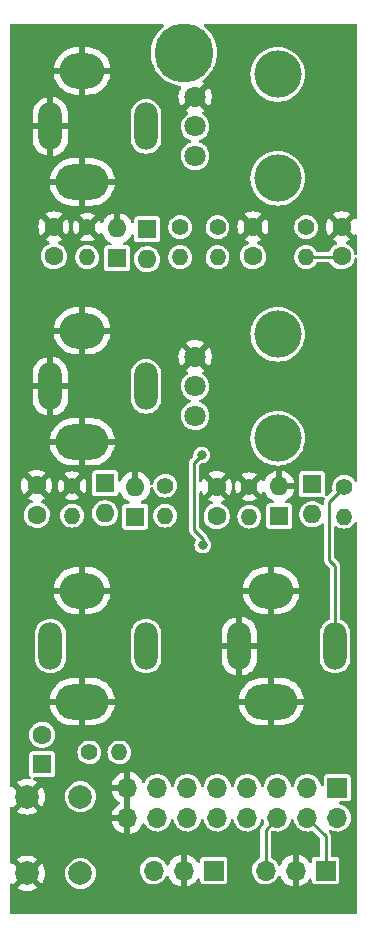
<source format=gbl>
%TF.GenerationSoftware,KiCad,Pcbnew,(6.0.1)*%
%TF.CreationDate,2022-09-30T20:28:54-04:00*%
%TF.ProjectId,SYNTH-VCO_CTL-03,53594e54-482d-4564-934f-5f43544c2d30,1*%
%TF.SameCoordinates,Original*%
%TF.FileFunction,Copper,L2,Bot*%
%TF.FilePolarity,Positive*%
%FSLAX46Y46*%
G04 Gerber Fmt 4.6, Leading zero omitted, Abs format (unit mm)*
G04 Created by KiCad (PCBNEW (6.0.1)) date 2022-09-30 20:28:54*
%MOMM*%
%LPD*%
G01*
G04 APERTURE LIST*
%TA.AperFunction,ComponentPad*%
%ADD10C,1.400000*%
%TD*%
%TA.AperFunction,ComponentPad*%
%ADD11O,1.400000X1.400000*%
%TD*%
%TA.AperFunction,ComponentPad*%
%ADD12R,1.600000X1.600000*%
%TD*%
%TA.AperFunction,ComponentPad*%
%ADD13O,1.600000X1.600000*%
%TD*%
%TA.AperFunction,ComponentPad*%
%ADD14R,1.700000X1.700000*%
%TD*%
%TA.AperFunction,ComponentPad*%
%ADD15O,1.700000X1.700000*%
%TD*%
%TA.AperFunction,ComponentPad*%
%ADD16C,1.600000*%
%TD*%
%TA.AperFunction,ComponentPad*%
%ADD17C,5.000000*%
%TD*%
%TA.AperFunction,WasherPad*%
%ADD18C,4.000000*%
%TD*%
%TA.AperFunction,ComponentPad*%
%ADD19C,1.800000*%
%TD*%
%TA.AperFunction,ComponentPad*%
%ADD20C,2.000000*%
%TD*%
%TA.AperFunction,ComponentPad*%
%ADD21O,4.500000X3.000000*%
%TD*%
%TA.AperFunction,ComponentPad*%
%ADD22O,3.800000X3.000000*%
%TD*%
%TA.AperFunction,ComponentPad*%
%ADD23O,2.000000X4.000000*%
%TD*%
%TA.AperFunction,ViaPad*%
%ADD24C,0.800000*%
%TD*%
%TA.AperFunction,Conductor*%
%ADD25C,0.254000*%
%TD*%
G04 APERTURE END LIST*
D10*
%TO.P,R7,1*%
%TO.N,/GATE*%
X148734000Y-96600000D03*
D11*
%TO.P,R7,2*%
%TO.N,/GATE_CTL*%
X148734000Y-99140000D03*
%TD*%
D12*
%TO.P,D5,1,K*%
%TO.N,+3V3*%
X132049000Y-74810001D03*
D13*
%TO.P,D5,2,A*%
%TO.N,/VPEROCT_CV*%
X132049000Y-77350001D03*
%TD*%
D12*
%TO.P,D8,1,K*%
%TO.N,+3V3*%
X128489000Y-96314315D03*
D13*
%TO.P,D8,2,A*%
%TO.N,/MOD_CV*%
X128489000Y-98854315D03*
%TD*%
D14*
%TO.P,SW2,1,1*%
%TO.N,/MODE_UP_PB*%
X137679000Y-129100000D03*
D15*
%TO.P,SW2,2,2*%
%TO.N,GND*%
X135139000Y-129100000D03*
%TO.P,SW2,3,3*%
%TO.N,/MODE_DN_PB*%
X132599000Y-129100000D03*
%TD*%
D12*
%TO.P,D6,1,K*%
%TO.N,/VPEROCT_CV*%
X129509000Y-77275686D03*
D13*
%TO.P,D6,2,A*%
%TO.N,GND*%
X129509000Y-74735686D03*
%TD*%
D10*
%TO.P,R13,1*%
%TO.N,/CV*%
X133569000Y-96520000D03*
D11*
%TO.P,R13,2*%
%TO.N,/MOD_CV*%
X133569000Y-99060000D03*
%TD*%
D10*
%TO.P,R12,1*%
%TO.N,/MOD_FINE*%
X145509000Y-74630000D03*
D11*
%TO.P,R12,2*%
%TO.N,/MOD_POT*%
X145509000Y-77170000D03*
%TD*%
D16*
%TO.P,C4,1*%
%TO.N,/GATE_CTL*%
X137939000Y-99100000D03*
%TO.P,C4,2*%
%TO.N,GND*%
X137939000Y-96600000D03*
%TD*%
%TO.P,C5,1*%
%TO.N,/VPEROCT_CV*%
X124154000Y-77100000D03*
%TO.P,C5,2*%
%TO.N,GND*%
X124154000Y-74600000D03*
%TD*%
D14*
%TO.P,SW4,1,1*%
%TO.N,/OCT_DN_PB*%
X147154000Y-129100000D03*
D15*
%TO.P,SW4,2,2*%
%TO.N,GND*%
X144614000Y-129100000D03*
%TO.P,SW4,3,3*%
%TO.N,/OCT_UP_PB*%
X142074000Y-129100000D03*
%TD*%
D12*
%TO.P,D4,1,K*%
%TO.N,/GATE_CTL*%
X143240000Y-99090000D03*
D13*
%TO.P,D4,2,A*%
%TO.N,GND*%
X143240000Y-96550000D03*
%TD*%
D10*
%TO.P,R8,1*%
%TO.N,GND*%
X140700000Y-96600000D03*
D11*
%TO.P,R8,2*%
%TO.N,/GATE_CTL*%
X140700000Y-99140000D03*
%TD*%
D10*
%TO.P,R9,1*%
%TO.N,/V_OCT*%
X134843000Y-74630000D03*
D11*
%TO.P,R9,2*%
%TO.N,/VPEROCT_CV*%
X134843000Y-77170000D03*
%TD*%
D16*
%TO.P,C7,1*%
%TO.N,/MOD_CV*%
X122699000Y-98990000D03*
%TO.P,C7,2*%
%TO.N,GND*%
X122699000Y-96490000D03*
%TD*%
D17*
%TO.P,MTG1,1*%
%TO.N,N/C*%
X135154000Y-59850000D03*
%TD*%
D12*
%TO.P,D7,1,K*%
%TO.N,/MOD_CV*%
X131029000Y-99165686D03*
D13*
%TO.P,D7,2,A*%
%TO.N,GND*%
X131029000Y-96625686D03*
%TD*%
D10*
%TO.P,R1,1*%
%TO.N,Net-(C1-Pad1)*%
X127154000Y-119100000D03*
D11*
%TO.P,R1,2*%
%TO.N,/AUD_OUT*%
X129694000Y-119100000D03*
%TD*%
D12*
%TO.P,D3,1,K*%
%TO.N,+3V3*%
X146034000Y-96394315D03*
D13*
%TO.P,D3,2,A*%
%TO.N,/GATE_CTL*%
X146034000Y-98934315D03*
%TD*%
D14*
%TO.P,J5,1,Pin_1*%
%TO.N,+3V3*%
X148154000Y-122100000D03*
D15*
%TO.P,J5,2,Pin_2*%
X148154000Y-124640000D03*
%TO.P,J5,3,Pin_3*%
%TO.N,unconnected-(J5-Pad3)*%
X145614000Y-122100000D03*
%TO.P,J5,4,Pin_4*%
%TO.N,/OCT_DN_PB*%
X145614000Y-124640000D03*
%TO.P,J5,5,Pin_5*%
%TO.N,/MOD_POT*%
X143074000Y-122100000D03*
%TO.P,J5,6,Pin_6*%
%TO.N,/OCT_UP_PB*%
X143074000Y-124640000D03*
%TO.P,J5,7,Pin_7*%
%TO.N,/GATE_CTL*%
X140534000Y-122100000D03*
%TO.P,J5,8,Pin_8*%
%TO.N,/MODE_UP_PB*%
X140534000Y-124640000D03*
%TO.P,J5,9,Pin_9*%
%TO.N,/FREQ_POT*%
X137994000Y-122100000D03*
%TO.P,J5,10,Pin_10*%
%TO.N,/MODE_DN_PB*%
X137994000Y-124640000D03*
%TO.P,J5,11,Pin_11*%
%TO.N,/VPEROCT_CV*%
X135454000Y-122100000D03*
%TO.P,J5,12,Pin_12*%
%TO.N,/MOD_CV*%
X135454000Y-124640000D03*
%TO.P,J5,13,Pin_13*%
%TO.N,/AUD_OUT*%
X132914000Y-122100000D03*
%TO.P,J5,14,Pin_14*%
%TO.N,/TIMBRE_PB*%
X132914000Y-124640000D03*
%TO.P,J5,15,Pin_15*%
%TO.N,GND*%
X130374000Y-122100000D03*
%TO.P,J5,16,Pin_16*%
X130374000Y-124640000D03*
%TD*%
D10*
%TO.P,R11,1*%
%TO.N,/FREQ_FINE*%
X138009000Y-74630000D03*
D11*
%TO.P,R11,2*%
%TO.N,/FREQ_POT*%
X138009000Y-77170000D03*
%TD*%
D10*
%TO.P,R14,1*%
%TO.N,GND*%
X125694000Y-96520000D03*
D11*
%TO.P,R14,2*%
%TO.N,/MOD_CV*%
X125694000Y-99060000D03*
%TD*%
D16*
%TO.P,C8,1*%
%TO.N,/MOD_POT*%
X148509000Y-77100000D03*
%TO.P,C8,2*%
%TO.N,GND*%
X148509000Y-74600000D03*
%TD*%
D12*
%TO.P,C1,1*%
%TO.N,Net-(C1-Pad1)*%
X123154000Y-120100000D03*
D16*
%TO.P,C1,2*%
%TO.N,Net-(C1-Pad2)*%
X123154000Y-117600000D03*
%TD*%
D10*
%TO.P,R10,1*%
%TO.N,GND*%
X126969000Y-74630000D03*
D11*
%TO.P,R10,2*%
%TO.N,/VPEROCT_CV*%
X126969000Y-77170000D03*
%TD*%
D16*
%TO.P,C6,1*%
%TO.N,/FREQ_POT*%
X141009000Y-77100000D03*
%TO.P,C6,2*%
%TO.N,GND*%
X141009000Y-74600000D03*
%TD*%
D18*
%TO.P,RV2,*%
%TO.N,*%
X143104000Y-61700000D03*
X143104000Y-70500000D03*
D19*
%TO.P,RV2,1,1*%
%TO.N,GND*%
X136104000Y-63600000D03*
%TO.P,RV2,2,2*%
%TO.N,/FREQ_FINE*%
X136104000Y-66100000D03*
%TO.P,RV2,3,3*%
%TO.N,+3V3*%
X136104000Y-68600000D03*
%TD*%
D20*
%TO.P,SW1,1,1*%
%TO.N,GND*%
X121904000Y-122850000D03*
X121904000Y-129350000D03*
%TO.P,SW1,2,2*%
%TO.N,/TIMBRE_PB*%
X126404000Y-122850000D03*
X126404000Y-129350000D03*
%TD*%
D21*
%TO.P,J4,S*%
%TO.N,GND*%
X126554000Y-92800000D03*
D22*
X126554000Y-83400000D03*
D23*
%TO.P,J4,T*%
%TO.N,/CV*%
X131954000Y-88100000D03*
%TO.P,J4,TN*%
%TO.N,GND*%
X123854000Y-88100000D03*
%TD*%
D18*
%TO.P,RV1,*%
%TO.N,*%
X143104000Y-83700000D03*
X143104000Y-92500000D03*
D19*
%TO.P,RV1,1,1*%
%TO.N,GND*%
X136104000Y-85600000D03*
%TO.P,RV1,2,2*%
%TO.N,/MOD_FINE*%
X136104000Y-88100000D03*
%TO.P,RV1,3,3*%
%TO.N,+3V3*%
X136104000Y-90600000D03*
%TD*%
D22*
%TO.P,J1,S*%
%TO.N,GND*%
X142554000Y-105400000D03*
D21*
X142554000Y-114800000D03*
D23*
%TO.P,J1,T*%
%TO.N,/GATE*%
X147954000Y-110100000D03*
%TO.P,J1,TN*%
%TO.N,GND*%
X139854000Y-110100000D03*
%TD*%
D22*
%TO.P,J3,S*%
%TO.N,GND*%
X126554000Y-61400000D03*
D21*
X126554000Y-70800000D03*
D23*
%TO.P,J3,T*%
%TO.N,/V_OCT*%
X131954000Y-66100000D03*
%TO.P,J3,TN*%
%TO.N,GND*%
X123854000Y-66100000D03*
%TD*%
D22*
%TO.P,J2,S*%
%TO.N,GND*%
X126554000Y-105400000D03*
D21*
X126554000Y-114800000D03*
D23*
%TO.P,J2,T*%
%TO.N,Net-(C1-Pad2)*%
X131954000Y-110100000D03*
%TO.P,J2,TN*%
%TO.N,unconnected-(J2-PadTN)*%
X123854000Y-110100000D03*
%TD*%
D24*
%TO.N,/MOD_POT*%
X136760500Y-101550000D03*
X136669000Y-93930000D03*
%TD*%
D25*
%TO.N,/MOD_POT*%
X136034000Y-99010000D02*
X136034000Y-94565000D01*
X136760500Y-101006500D02*
X136034000Y-100280000D01*
X145509000Y-77170000D02*
X148439000Y-77170000D01*
X136760500Y-101550000D02*
X136760500Y-101006500D01*
X136034000Y-94565000D02*
X136669000Y-93930000D01*
X136034000Y-100280000D02*
X136034000Y-99010000D01*
%TO.N,/GATE*%
X147954000Y-110100000D02*
X147954000Y-103310000D01*
X147464000Y-97870000D02*
X147464000Y-102820000D01*
X147954000Y-103310000D02*
X147464000Y-102820000D01*
X148734000Y-96600000D02*
X147464000Y-97870000D01*
%TO.N,/OCT_UP_PB*%
X142074000Y-125640000D02*
X143074000Y-124640000D01*
X142074000Y-129100000D02*
X142074000Y-125640000D01*
%TO.N,/OCT_DN_PB*%
X147154000Y-129100000D02*
X147154000Y-126180000D01*
X147154000Y-126180000D02*
X145614000Y-124640000D01*
%TD*%
%TA.AperFunction,Conductor*%
%TO.N,GND*%
G36*
X133428545Y-57424802D02*
G01*
X133475038Y-57478458D01*
X133485142Y-57548732D01*
X133455648Y-57613312D01*
X133439205Y-57629134D01*
X133273707Y-57761723D01*
X133046147Y-57991678D01*
X132846526Y-58246264D01*
X132844633Y-58249353D01*
X132844631Y-58249356D01*
X132799702Y-58322675D01*
X132677490Y-58522107D01*
X132541278Y-58815550D01*
X132439696Y-59122705D01*
X132438960Y-59126260D01*
X132438959Y-59126263D01*
X132383332Y-59394876D01*
X132374091Y-59439499D01*
X132373768Y-59443121D01*
X132373767Y-59443126D01*
X132351071Y-59697441D01*
X132345333Y-59761734D01*
X132345428Y-59765364D01*
X132345428Y-59765366D01*
X132353392Y-60069506D01*
X132353801Y-60085139D01*
X132399385Y-60405428D01*
X132481480Y-60718354D01*
X132598997Y-61019772D01*
X132692929Y-61197178D01*
X132725161Y-61258053D01*
X132750380Y-61305684D01*
X132752437Y-61308677D01*
X132931565Y-61569310D01*
X132931571Y-61569317D01*
X132933622Y-61572302D01*
X133007827Y-61657365D01*
X133111422Y-61776118D01*
X133146293Y-61816092D01*
X133148978Y-61818535D01*
X133367909Y-62017746D01*
X133385576Y-62033822D01*
X133388514Y-62035933D01*
X133388520Y-62035938D01*
X133547057Y-62149858D01*
X133648298Y-62222607D01*
X133930977Y-62379944D01*
X134229867Y-62503749D01*
X134233361Y-62504744D01*
X134233363Y-62504745D01*
X134537505Y-62591382D01*
X134537510Y-62591383D01*
X134541006Y-62592379D01*
X134836837Y-62640823D01*
X134900828Y-62671570D01*
X134938039Y-62732033D01*
X134936653Y-62803016D01*
X134920561Y-62836171D01*
X134878471Y-62897873D01*
X134873376Y-62906841D01*
X134780252Y-63107459D01*
X134776689Y-63117146D01*
X134717581Y-63330280D01*
X134715650Y-63340400D01*
X134692145Y-63560349D01*
X134691893Y-63570638D01*
X134704627Y-63791468D01*
X134706061Y-63801670D01*
X134754685Y-64017439D01*
X134757773Y-64027292D01*
X134840986Y-64232220D01*
X134845634Y-64241421D01*
X134934097Y-64385781D01*
X134944553Y-64395242D01*
X134953331Y-64391458D01*
X135743658Y-63601132D01*
X136468408Y-63601132D01*
X136468539Y-63602966D01*
X136472790Y-63609580D01*
X137250307Y-64387096D01*
X137262313Y-64393652D01*
X137274052Y-64384684D01*
X137312010Y-64331859D01*
X137317321Y-64323020D01*
X137415318Y-64124737D01*
X137419117Y-64115142D01*
X137483415Y-63903517D01*
X137485594Y-63893436D01*
X137514702Y-63672338D01*
X137515221Y-63665663D01*
X137516744Y-63603364D01*
X137516550Y-63596646D01*
X137498279Y-63374400D01*
X137496596Y-63364238D01*
X137442710Y-63149708D01*
X137439389Y-63139953D01*
X137351193Y-62937118D01*
X137346315Y-62928020D01*
X137273224Y-62815038D01*
X137262538Y-62805835D01*
X137252973Y-62810238D01*
X136476021Y-63587189D01*
X136468408Y-63601132D01*
X135743658Y-63601132D01*
X136104000Y-63240790D01*
X136892992Y-62451797D01*
X136900010Y-62438944D01*
X136892236Y-62428273D01*
X136889902Y-62426430D01*
X136881325Y-62420732D01*
X136775889Y-62362528D01*
X136725919Y-62312095D01*
X136711147Y-62242652D01*
X136736263Y-62176247D01*
X136761130Y-62151459D01*
X136964864Y-61998491D01*
X136964868Y-61998488D01*
X136967771Y-61996308D01*
X137202441Y-61773614D01*
X137263992Y-61700000D01*
X140793754Y-61700000D01*
X140794024Y-61704120D01*
X140813175Y-61996308D01*
X140813518Y-62001548D01*
X140814320Y-62005581D01*
X140814321Y-62005587D01*
X140871668Y-62293886D01*
X140872474Y-62297936D01*
X140873801Y-62301845D01*
X140873802Y-62301849D01*
X140941866Y-62502359D01*
X140969611Y-62584093D01*
X140973987Y-62592966D01*
X141098124Y-62844691D01*
X141103268Y-62855123D01*
X141271159Y-63106389D01*
X141470409Y-63333591D01*
X141697611Y-63532841D01*
X141948877Y-63700732D01*
X141952576Y-63702556D01*
X141952581Y-63702559D01*
X142091691Y-63771160D01*
X142219907Y-63834389D01*
X142223812Y-63835714D01*
X142223813Y-63835715D01*
X142502151Y-63930198D01*
X142502155Y-63930199D01*
X142506064Y-63931526D01*
X142510108Y-63932330D01*
X142510114Y-63932332D01*
X142798413Y-63989679D01*
X142798419Y-63989680D01*
X142802452Y-63990482D01*
X142806557Y-63990751D01*
X142806564Y-63990752D01*
X143099880Y-64009976D01*
X143104000Y-64010246D01*
X143108120Y-64009976D01*
X143401436Y-63990752D01*
X143401443Y-63990751D01*
X143405548Y-63990482D01*
X143409581Y-63989680D01*
X143409587Y-63989679D01*
X143697886Y-63932332D01*
X143697892Y-63932330D01*
X143701936Y-63931526D01*
X143705845Y-63930199D01*
X143705849Y-63930198D01*
X143984187Y-63835715D01*
X143984188Y-63835714D01*
X143988093Y-63834389D01*
X144116309Y-63771160D01*
X144255419Y-63702559D01*
X144255424Y-63702556D01*
X144259123Y-63700732D01*
X144510389Y-63532841D01*
X144737591Y-63333591D01*
X144936841Y-63106389D01*
X145104732Y-62855123D01*
X145109877Y-62844691D01*
X145234013Y-62592966D01*
X145238389Y-62584093D01*
X145266134Y-62502359D01*
X145334198Y-62301849D01*
X145334199Y-62301845D01*
X145335526Y-62297936D01*
X145336332Y-62293886D01*
X145393679Y-62005587D01*
X145393680Y-62005581D01*
X145394482Y-62001548D01*
X145394826Y-61996308D01*
X145413976Y-61704120D01*
X145414246Y-61700000D01*
X145412119Y-61667548D01*
X145394752Y-61402564D01*
X145394751Y-61402557D01*
X145394482Y-61398452D01*
X145376625Y-61308677D01*
X145336332Y-61106114D01*
X145336330Y-61106108D01*
X145335526Y-61102064D01*
X145290440Y-60969243D01*
X145239715Y-60819813D01*
X145239714Y-60819812D01*
X145238389Y-60815907D01*
X145104732Y-60544877D01*
X144936841Y-60293611D01*
X144737591Y-60066409D01*
X144510389Y-59867159D01*
X144259123Y-59699268D01*
X144255424Y-59697444D01*
X144255419Y-59697441D01*
X144100263Y-59620927D01*
X143988093Y-59565611D01*
X143980949Y-59563186D01*
X143705849Y-59469802D01*
X143705845Y-59469801D01*
X143701936Y-59468474D01*
X143697892Y-59467670D01*
X143697886Y-59467668D01*
X143409587Y-59410321D01*
X143409581Y-59410320D01*
X143405548Y-59409518D01*
X143401443Y-59409249D01*
X143401436Y-59409248D01*
X143108120Y-59390024D01*
X143104000Y-59389754D01*
X143099880Y-59390024D01*
X142806564Y-59409248D01*
X142806557Y-59409249D01*
X142802452Y-59409518D01*
X142798419Y-59410320D01*
X142798413Y-59410321D01*
X142510114Y-59467668D01*
X142510108Y-59467670D01*
X142506064Y-59468474D01*
X142502155Y-59469801D01*
X142502151Y-59469802D01*
X142227051Y-59563186D01*
X142219907Y-59565611D01*
X142107737Y-59620927D01*
X141952581Y-59697441D01*
X141952576Y-59697444D01*
X141948877Y-59699268D01*
X141697611Y-59867159D01*
X141470409Y-60066409D01*
X141271159Y-60293611D01*
X141103268Y-60544877D01*
X140969611Y-60815907D01*
X140968286Y-60819812D01*
X140968285Y-60819813D01*
X140917561Y-60969243D01*
X140872474Y-61102064D01*
X140871670Y-61106108D01*
X140871668Y-61106114D01*
X140831376Y-61308677D01*
X140813518Y-61398452D01*
X140813249Y-61402557D01*
X140813248Y-61402564D01*
X140795881Y-61667548D01*
X140793754Y-61700000D01*
X137263992Y-61700000D01*
X137409960Y-61525424D01*
X137411948Y-61522398D01*
X137585591Y-61258053D01*
X137585596Y-61258044D01*
X137587578Y-61255027D01*
X137664510Y-61102064D01*
X137731313Y-60969243D01*
X137731316Y-60969235D01*
X137732940Y-60966007D01*
X137753854Y-60908857D01*
X137842871Y-60665607D01*
X137842874Y-60665597D01*
X137844119Y-60662195D01*
X137844964Y-60658673D01*
X137844967Y-60658665D01*
X137918796Y-60351147D01*
X137918797Y-60351143D01*
X137919643Y-60347618D01*
X137926179Y-60293611D01*
X137958173Y-60029224D01*
X137958173Y-60029217D01*
X137958509Y-60026445D01*
X137964054Y-59850000D01*
X137963893Y-59847204D01*
X137945640Y-59530640D01*
X137945639Y-59530635D01*
X137945431Y-59527020D01*
X137889809Y-59208322D01*
X137797926Y-58898128D01*
X137670998Y-58600551D01*
X137628125Y-58525385D01*
X137512501Y-58322675D01*
X137510710Y-58319535D01*
X137319184Y-58058804D01*
X137259462Y-57994535D01*
X137101427Y-57824470D01*
X137098960Y-57821815D01*
X136870405Y-57626611D01*
X136831595Y-57567161D01*
X136831088Y-57496166D01*
X136869045Y-57436167D01*
X136933413Y-57406214D01*
X136952235Y-57404800D01*
X149723200Y-57404800D01*
X149791321Y-57424802D01*
X149837814Y-57478458D01*
X149849200Y-57530800D01*
X149849200Y-73833955D01*
X149829198Y-73902076D01*
X149775542Y-73948569D01*
X149705268Y-73958673D01*
X149640688Y-73929179D01*
X149619987Y-73906226D01*
X149606491Y-73886952D01*
X149596012Y-73878576D01*
X149582566Y-73885644D01*
X148881022Y-74587188D01*
X148873408Y-74601132D01*
X148873539Y-74602965D01*
X148877790Y-74609580D01*
X149583287Y-75315077D01*
X149595062Y-75321507D01*
X149607077Y-75312211D01*
X149619987Y-75293774D01*
X149675445Y-75249445D01*
X149746064Y-75242137D01*
X149809425Y-75274168D01*
X149845409Y-75335370D01*
X149849200Y-75366045D01*
X149849200Y-76871518D01*
X149829198Y-76939639D01*
X149775542Y-76986132D01*
X149705268Y-76996236D01*
X149640688Y-76966742D01*
X149602304Y-76907016D01*
X149600675Y-76900197D01*
X149600447Y-76897712D01*
X149545307Y-76702199D01*
X149455460Y-76520008D01*
X149333917Y-76357242D01*
X149327221Y-76351052D01*
X149188986Y-76223269D01*
X149188983Y-76223267D01*
X149184746Y-76219350D01*
X149121537Y-76179468D01*
X149017829Y-76114033D01*
X149017824Y-76114031D01*
X149012945Y-76110952D01*
X148927658Y-76076926D01*
X148871799Y-76033105D01*
X148848499Y-75966041D01*
X148865155Y-75897026D01*
X148916480Y-75847971D01*
X148941741Y-75838189D01*
X148952754Y-75835238D01*
X148963053Y-75831490D01*
X149160511Y-75739414D01*
X149170006Y-75733931D01*
X149222048Y-75697491D01*
X149230424Y-75687012D01*
X149223356Y-75673566D01*
X148521812Y-74972022D01*
X148507868Y-74964408D01*
X148506035Y-74964539D01*
X148499420Y-74968790D01*
X147793923Y-75674287D01*
X147787493Y-75686062D01*
X147796789Y-75698077D01*
X147847994Y-75733931D01*
X147857489Y-75739414D01*
X148054947Y-75831490D01*
X148065243Y-75835237D01*
X148075131Y-75837887D01*
X148135753Y-75874840D01*
X148166773Y-75938702D01*
X148158342Y-76009196D01*
X148113138Y-76063942D01*
X148086127Y-76077805D01*
X148031118Y-76098099D01*
X148026157Y-76101051D01*
X148026156Y-76101051D01*
X147906169Y-76172436D01*
X147856538Y-76201963D01*
X147703809Y-76335902D01*
X147578046Y-76495432D01*
X147575357Y-76500543D01*
X147575355Y-76500546D01*
X147486007Y-76670368D01*
X147436588Y-76721340D01*
X147374499Y-76737700D01*
X146493471Y-76737700D01*
X146425350Y-76717698D01*
X146382220Y-76670854D01*
X146381815Y-76670092D01*
X146350387Y-76610984D01*
X146346496Y-76606214D01*
X146346494Y-76606210D01*
X146229672Y-76462972D01*
X146229670Y-76462970D01*
X146225783Y-76458204D01*
X146073877Y-76332536D01*
X146068460Y-76329607D01*
X146068457Y-76329605D01*
X145905872Y-76241696D01*
X145905868Y-76241694D01*
X145900454Y-76238767D01*
X145894574Y-76236947D01*
X145894572Y-76236946D01*
X145806288Y-76209618D01*
X145712122Y-76180468D01*
X145706004Y-76179825D01*
X145705999Y-76179824D01*
X145522181Y-76160505D01*
X145522179Y-76160505D01*
X145516052Y-76159861D01*
X145433586Y-76167366D01*
X145325853Y-76177170D01*
X145325850Y-76177171D01*
X145319714Y-76177729D01*
X145313808Y-76179467D01*
X145313804Y-76179468D01*
X145193084Y-76214998D01*
X145130586Y-76233392D01*
X144955871Y-76324731D01*
X144951071Y-76328591D01*
X144951070Y-76328591D01*
X144936343Y-76340432D01*
X144802225Y-76448265D01*
X144675500Y-76599291D01*
X144672536Y-76604683D01*
X144672533Y-76604687D01*
X144610405Y-76717698D01*
X144580523Y-76772054D01*
X144578662Y-76777921D01*
X144578661Y-76777923D01*
X144537711Y-76907016D01*
X144520911Y-76959975D01*
X144498934Y-77155896D01*
X144515432Y-77352354D01*
X144517131Y-77358279D01*
X144562896Y-77517882D01*
X144569773Y-77541866D01*
X144572592Y-77547351D01*
X144657072Y-77711732D01*
X144657075Y-77711737D01*
X144659890Y-77717214D01*
X144782349Y-77871719D01*
X144787042Y-77875713D01*
X144787043Y-77875714D01*
X144889204Y-77962659D01*
X144932486Y-77999495D01*
X145104582Y-78095677D01*
X145292082Y-78156599D01*
X145487845Y-78179942D01*
X145493980Y-78179470D01*
X145493982Y-78179470D01*
X145678272Y-78165290D01*
X145678277Y-78165289D01*
X145684413Y-78164817D01*
X145690343Y-78163161D01*
X145690345Y-78163161D01*
X145807388Y-78130482D01*
X145874300Y-78111800D01*
X145902449Y-78097581D01*
X146044772Y-78025689D01*
X146044774Y-78025688D01*
X146050273Y-78022910D01*
X146205629Y-77901532D01*
X146291980Y-77801493D01*
X146330421Y-77756959D01*
X146330422Y-77756957D01*
X146334450Y-77752291D01*
X146383435Y-77666063D01*
X146434475Y-77616712D01*
X146492991Y-77602300D01*
X147445182Y-77602300D01*
X147513303Y-77622302D01*
X147548079Y-77655580D01*
X147664923Y-77820910D01*
X147810432Y-77962659D01*
X147815228Y-77965864D01*
X147815231Y-77965866D01*
X147900604Y-78022910D01*
X147979337Y-78075518D01*
X147984640Y-78077796D01*
X147984643Y-78077798D01*
X148146035Y-78147137D01*
X148165980Y-78155706D01*
X148208336Y-78165290D01*
X148358474Y-78199263D01*
X148358479Y-78199264D01*
X148364111Y-78200538D01*
X148369882Y-78200765D01*
X148369884Y-78200765D01*
X148428801Y-78203080D01*
X148567095Y-78208514D01*
X148685121Y-78191401D01*
X148762411Y-78180195D01*
X148762415Y-78180194D01*
X148768133Y-78179365D01*
X148773605Y-78177507D01*
X148773607Y-78177507D01*
X148955028Y-78115922D01*
X148955030Y-78115921D01*
X148960492Y-78114067D01*
X149123266Y-78022910D01*
X149132694Y-78017630D01*
X149132695Y-78017629D01*
X149137731Y-78014809D01*
X149293913Y-77884913D01*
X149363293Y-77801493D01*
X149420118Y-77733169D01*
X149423809Y-77728731D01*
X149523067Y-77551492D01*
X149573003Y-77404387D01*
X149586507Y-77364607D01*
X149586507Y-77364605D01*
X149588365Y-77359133D01*
X149590239Y-77346212D01*
X149598504Y-77289205D01*
X149628074Y-77224659D01*
X149687845Y-77186347D01*
X149758842Y-77186431D01*
X149818522Y-77224886D01*
X149847939Y-77289502D01*
X149849200Y-77307285D01*
X149849200Y-96050593D01*
X149829198Y-96118714D01*
X149775542Y-96165207D01*
X149705268Y-96175311D01*
X149640688Y-96145817D01*
X149611949Y-96109746D01*
X149578285Y-96046434D01*
X149578284Y-96046433D01*
X149575387Y-96040984D01*
X149467898Y-95909189D01*
X149454672Y-95892972D01*
X149454670Y-95892970D01*
X149450783Y-95888204D01*
X149298877Y-95762536D01*
X149293460Y-95759607D01*
X149293457Y-95759605D01*
X149130872Y-95671696D01*
X149130868Y-95671694D01*
X149125454Y-95668767D01*
X149119574Y-95666947D01*
X149119572Y-95666946D01*
X148957299Y-95616714D01*
X148937122Y-95610468D01*
X148931004Y-95609825D01*
X148930999Y-95609824D01*
X148747181Y-95590505D01*
X148747179Y-95590505D01*
X148741052Y-95589861D01*
X148658586Y-95597366D01*
X148550853Y-95607170D01*
X148550850Y-95607171D01*
X148544714Y-95607729D01*
X148538808Y-95609467D01*
X148538804Y-95609468D01*
X148397547Y-95651042D01*
X148355586Y-95663392D01*
X148180871Y-95754731D01*
X148176071Y-95758591D01*
X148176070Y-95758591D01*
X148152165Y-95777811D01*
X148027225Y-95878265D01*
X147900500Y-96029291D01*
X147897536Y-96034683D01*
X147897533Y-96034687D01*
X147836439Y-96145817D01*
X147805523Y-96202054D01*
X147803662Y-96207921D01*
X147803661Y-96207923D01*
X147766906Y-96323791D01*
X147745911Y-96389975D01*
X147723934Y-96585896D01*
X147725923Y-96609580D01*
X147738025Y-96753686D01*
X147740432Y-96782354D01*
X147762350Y-96858790D01*
X147764510Y-96866324D01*
X147764059Y-96937319D01*
X147732486Y-96990149D01*
X147349501Y-97373134D01*
X147287189Y-97407160D01*
X147216374Y-97402095D01*
X147159538Y-97359548D01*
X147134727Y-97293028D01*
X147137378Y-97265897D01*
X147136258Y-97265766D01*
X147138140Y-97249623D01*
X147139300Y-97239673D01*
X147139300Y-95548957D01*
X147137317Y-95532289D01*
X147137250Y-95531722D01*
X147137249Y-95531719D01*
X147136133Y-95522337D01*
X147100598Y-95442337D01*
X147094688Y-95429031D01*
X147089964Y-95418396D01*
X147049814Y-95378317D01*
X147017705Y-95346263D01*
X147017703Y-95346262D01*
X147009472Y-95338045D01*
X146905451Y-95292057D01*
X146879358Y-95289015D01*
X145188642Y-95289015D01*
X145177748Y-95290311D01*
X145171407Y-95291065D01*
X145171404Y-95291066D01*
X145162022Y-95292182D01*
X145111183Y-95314764D01*
X145076486Y-95330176D01*
X145058081Y-95338351D01*
X145027975Y-95368510D01*
X144985948Y-95410610D01*
X144985947Y-95410612D01*
X144977730Y-95418843D01*
X144931742Y-95522864D01*
X144928700Y-95548957D01*
X144928700Y-97239673D01*
X144931867Y-97266293D01*
X144978036Y-97370234D01*
X144997303Y-97389467D01*
X145050295Y-97442367D01*
X145050297Y-97442368D01*
X145058528Y-97450585D01*
X145162549Y-97496573D01*
X145188642Y-97499615D01*
X146879358Y-97499615D01*
X146890252Y-97498319D01*
X146896593Y-97497565D01*
X146896596Y-97497564D01*
X146905978Y-97496448D01*
X146916060Y-97491970D01*
X146917784Y-97491740D01*
X146923733Y-97490105D01*
X146923956Y-97490918D01*
X146986433Y-97482595D01*
X147050704Y-97512756D01*
X147088467Y-97572877D01*
X147087731Y-97643870D01*
X147081053Y-97660799D01*
X147077633Y-97665429D01*
X147075337Y-97671966D01*
X147071398Y-97677666D01*
X147059695Y-97714671D01*
X147054440Y-97731287D01*
X147053189Y-97735036D01*
X147034561Y-97788080D01*
X147034289Y-97795001D01*
X147032199Y-97801610D01*
X147031700Y-97807951D01*
X147031700Y-97858413D01*
X147031603Y-97863359D01*
X147029457Y-97917974D01*
X147031281Y-97924854D01*
X147031700Y-97932466D01*
X147031700Y-98063216D01*
X147011698Y-98131337D01*
X146958042Y-98177830D01*
X146887768Y-98187934D01*
X146820171Y-98155741D01*
X146794160Y-98131696D01*
X146734910Y-98076926D01*
X146713986Y-98057584D01*
X146713983Y-98057582D01*
X146709746Y-98053665D01*
X146611336Y-97991573D01*
X146542829Y-97948348D01*
X146542824Y-97948346D01*
X146537945Y-97945267D01*
X146349267Y-97869992D01*
X146150030Y-97830361D01*
X146144255Y-97830285D01*
X146144251Y-97830285D01*
X146042762Y-97828957D01*
X145946908Y-97827702D01*
X145941211Y-97828681D01*
X145941210Y-97828681D01*
X145803094Y-97852414D01*
X145746702Y-97862104D01*
X145556118Y-97932414D01*
X145551157Y-97935366D01*
X145551156Y-97935366D01*
X145386823Y-98033134D01*
X145381538Y-98036278D01*
X145228809Y-98170217D01*
X145103046Y-98329747D01*
X145100357Y-98334858D01*
X145100355Y-98334861D01*
X145053308Y-98424283D01*
X145008461Y-98509523D01*
X144948222Y-98703526D01*
X144924345Y-98905258D01*
X144937631Y-99107963D01*
X144939052Y-99113559D01*
X144939053Y-99113564D01*
X144953820Y-99171708D01*
X144987635Y-99304852D01*
X145072681Y-99489332D01*
X145189923Y-99655225D01*
X145194057Y-99659252D01*
X145329846Y-99791532D01*
X145335432Y-99796974D01*
X145340228Y-99800179D01*
X145340231Y-99800181D01*
X145447016Y-99871532D01*
X145504337Y-99909833D01*
X145509640Y-99912111D01*
X145509643Y-99912113D01*
X145673872Y-99982671D01*
X145690980Y-99990021D01*
X145750355Y-100003456D01*
X145883474Y-100033578D01*
X145883479Y-100033579D01*
X145889111Y-100034853D01*
X145894882Y-100035080D01*
X145894884Y-100035080D01*
X145947237Y-100037137D01*
X146092095Y-100042829D01*
X146210121Y-100025716D01*
X146287411Y-100014510D01*
X146287415Y-100014509D01*
X146293133Y-100013680D01*
X146298605Y-100011822D01*
X146298607Y-100011822D01*
X146480028Y-99950237D01*
X146480030Y-99950236D01*
X146485492Y-99948382D01*
X146662731Y-99849124D01*
X146671635Y-99841719D01*
X146807487Y-99728731D01*
X146818913Y-99719228D01*
X146819086Y-99719435D01*
X146878917Y-99686764D01*
X146949732Y-99691829D01*
X147006568Y-99734376D01*
X147031379Y-99800896D01*
X147031700Y-99809885D01*
X147031700Y-102786868D01*
X147030827Y-102801677D01*
X147027033Y-102833733D01*
X147037139Y-102889069D01*
X147037780Y-102892922D01*
X147046144Y-102948549D01*
X147049143Y-102954795D01*
X147050388Y-102961611D01*
X147076320Y-103011533D01*
X147078069Y-103015035D01*
X147102414Y-103065733D01*
X147107119Y-103070822D01*
X147110312Y-103076970D01*
X147114442Y-103081807D01*
X147150130Y-103117495D01*
X147153559Y-103121061D01*
X147190655Y-103161191D01*
X147196808Y-103164765D01*
X147202485Y-103169850D01*
X147484795Y-103452160D01*
X147518821Y-103514472D01*
X147521700Y-103541255D01*
X147521700Y-107781075D01*
X147501698Y-107849196D01*
X147448951Y-107895269D01*
X147400018Y-107918087D01*
X147303844Y-107962933D01*
X147303839Y-107962936D01*
X147298857Y-107965259D01*
X147294350Y-107968415D01*
X147294348Y-107968416D01*
X147116275Y-108093104D01*
X147116272Y-108093106D01*
X147111764Y-108096263D01*
X146950263Y-108257764D01*
X146947106Y-108262272D01*
X146947104Y-108262275D01*
X146854314Y-108394793D01*
X146819259Y-108444857D01*
X146816936Y-108449839D01*
X146816933Y-108449844D01*
X146738616Y-108617797D01*
X146722734Y-108651856D01*
X146721312Y-108657164D01*
X146721311Y-108657166D01*
X146666116Y-108863157D01*
X146663620Y-108872471D01*
X146663141Y-108877951D01*
X146653042Y-108993384D01*
X146648700Y-109043009D01*
X146648700Y-111156991D01*
X146648938Y-111159708D01*
X146648938Y-111159715D01*
X146653289Y-111209449D01*
X146663620Y-111327529D01*
X146665044Y-111332842D01*
X146665044Y-111332844D01*
X146668783Y-111346796D01*
X146722734Y-111548144D01*
X146725057Y-111553125D01*
X146725057Y-111553126D01*
X146816933Y-111750156D01*
X146816936Y-111750161D01*
X146819259Y-111755143D01*
X146822415Y-111759650D01*
X146822416Y-111759652D01*
X146937196Y-111923574D01*
X146950263Y-111942236D01*
X147111764Y-112103737D01*
X147116272Y-112106894D01*
X147116275Y-112106896D01*
X147227105Y-112184500D01*
X147298857Y-112234741D01*
X147303839Y-112237064D01*
X147303844Y-112237067D01*
X147500874Y-112328943D01*
X147505856Y-112331266D01*
X147511164Y-112332688D01*
X147511166Y-112332689D01*
X147721156Y-112388956D01*
X147721158Y-112388956D01*
X147726471Y-112390380D01*
X147954000Y-112410286D01*
X148181529Y-112390380D01*
X148186842Y-112388956D01*
X148186844Y-112388956D01*
X148396834Y-112332689D01*
X148396836Y-112332688D01*
X148402144Y-112331266D01*
X148407126Y-112328943D01*
X148604156Y-112237067D01*
X148604161Y-112237064D01*
X148609143Y-112234741D01*
X148680895Y-112184500D01*
X148791725Y-112106896D01*
X148791728Y-112106894D01*
X148796236Y-112103737D01*
X148957737Y-111942236D01*
X148970805Y-111923574D01*
X149085584Y-111759652D01*
X149085585Y-111759650D01*
X149088741Y-111755143D01*
X149091064Y-111750161D01*
X149091067Y-111750156D01*
X149182943Y-111553126D01*
X149182943Y-111553125D01*
X149185266Y-111548144D01*
X149239218Y-111346796D01*
X149242956Y-111332844D01*
X149242956Y-111332842D01*
X149244380Y-111327529D01*
X149254711Y-111209449D01*
X149259062Y-111159715D01*
X149259062Y-111159708D01*
X149259300Y-111156991D01*
X149259300Y-109043009D01*
X149254959Y-108993384D01*
X149244859Y-108877951D01*
X149244380Y-108872471D01*
X149241884Y-108863157D01*
X149186689Y-108657166D01*
X149186688Y-108657164D01*
X149185266Y-108651856D01*
X149169384Y-108617797D01*
X149091067Y-108449844D01*
X149091064Y-108449839D01*
X149088741Y-108444857D01*
X149053686Y-108394793D01*
X148960896Y-108262275D01*
X148960894Y-108262272D01*
X148957737Y-108257764D01*
X148796236Y-108096263D01*
X148791728Y-108093106D01*
X148791725Y-108093104D01*
X148613652Y-107968416D01*
X148613650Y-107968415D01*
X148609143Y-107965259D01*
X148604161Y-107962936D01*
X148604156Y-107962933D01*
X148507982Y-107918087D01*
X148459049Y-107895269D01*
X148405765Y-107848353D01*
X148386300Y-107781075D01*
X148386300Y-103343133D01*
X148387173Y-103328324D01*
X148389860Y-103305620D01*
X148390967Y-103296268D01*
X148380866Y-103240959D01*
X148380216Y-103237055D01*
X148373256Y-103190765D01*
X148371856Y-103181451D01*
X148368857Y-103175205D01*
X148367612Y-103168389D01*
X148341687Y-103118481D01*
X148339924Y-103114952D01*
X148319664Y-103072759D01*
X148319663Y-103072757D01*
X148315586Y-103064267D01*
X148310884Y-103059180D01*
X148307689Y-103053030D01*
X148303558Y-103048193D01*
X148267870Y-103012505D01*
X148264441Y-103008939D01*
X148233739Y-102975726D01*
X148227345Y-102968809D01*
X148221192Y-102965235D01*
X148215515Y-102960150D01*
X147933205Y-102677840D01*
X147899179Y-102615528D01*
X147896300Y-102588745D01*
X147896300Y-100019898D01*
X147916302Y-99951777D01*
X147969958Y-99905284D01*
X148040232Y-99895180D01*
X148103962Y-99923944D01*
X148152788Y-99965498D01*
X148152794Y-99965502D01*
X148157486Y-99969495D01*
X148329582Y-100065677D01*
X148517082Y-100126599D01*
X148712845Y-100149942D01*
X148718980Y-100149470D01*
X148718982Y-100149470D01*
X148903272Y-100135290D01*
X148903277Y-100135289D01*
X148909413Y-100134817D01*
X148915343Y-100133161D01*
X148915345Y-100133161D01*
X149004356Y-100108309D01*
X149099300Y-100081800D01*
X149107223Y-100077798D01*
X149269772Y-99995689D01*
X149269774Y-99995688D01*
X149275273Y-99992910D01*
X149430629Y-99871532D01*
X149549019Y-99734376D01*
X149555421Y-99726959D01*
X149555422Y-99726957D01*
X149559450Y-99722291D01*
X149613644Y-99626893D01*
X149664683Y-99577542D01*
X149734302Y-99563620D01*
X149800395Y-99589546D01*
X149841980Y-99647090D01*
X149849200Y-99689130D01*
X149849200Y-132669200D01*
X149829198Y-132737321D01*
X149775542Y-132783814D01*
X149723200Y-132795200D01*
X120584800Y-132795200D01*
X120516679Y-132775198D01*
X120470186Y-132721542D01*
X120458800Y-132669200D01*
X120458800Y-130582670D01*
X121036160Y-130582670D01*
X121041887Y-130590320D01*
X121213042Y-130695205D01*
X121221837Y-130699687D01*
X121431988Y-130786734D01*
X121441373Y-130789783D01*
X121662554Y-130842885D01*
X121672301Y-130844428D01*
X121899070Y-130862275D01*
X121908930Y-130862275D01*
X122135699Y-130844428D01*
X122145446Y-130842885D01*
X122366627Y-130789783D01*
X122376012Y-130786734D01*
X122586163Y-130699687D01*
X122594958Y-130695205D01*
X122762445Y-130592568D01*
X122771907Y-130582110D01*
X122768124Y-130573334D01*
X121916812Y-129722022D01*
X121902868Y-129714408D01*
X121901035Y-129714539D01*
X121894420Y-129718790D01*
X121042920Y-130570290D01*
X121036160Y-130582670D01*
X120458800Y-130582670D01*
X120458800Y-130309028D01*
X120478802Y-130240907D01*
X120532458Y-130194414D01*
X120602732Y-130184310D01*
X120669334Y-130215593D01*
X120671891Y-130217906D01*
X120680666Y-130214124D01*
X121531978Y-129362812D01*
X121538356Y-129351132D01*
X122268408Y-129351132D01*
X122268539Y-129352965D01*
X122272790Y-129359580D01*
X123124290Y-130211080D01*
X123136670Y-130217840D01*
X123144320Y-130212113D01*
X123249205Y-130040958D01*
X123253687Y-130032163D01*
X123340734Y-129822012D01*
X123343783Y-129812627D01*
X123396885Y-129591446D01*
X123398428Y-129581699D01*
X123416275Y-129354930D01*
X123416275Y-129350000D01*
X125093714Y-129350000D01*
X125113620Y-129577529D01*
X125115044Y-129582842D01*
X125115044Y-129582844D01*
X125161756Y-129757172D01*
X125172734Y-129798144D01*
X125175057Y-129803125D01*
X125175057Y-129803126D01*
X125266933Y-130000156D01*
X125266936Y-130000161D01*
X125269259Y-130005143D01*
X125272415Y-130009650D01*
X125272416Y-130009652D01*
X125378949Y-130161796D01*
X125400263Y-130192236D01*
X125561764Y-130353737D01*
X125566272Y-130356894D01*
X125566275Y-130356896D01*
X125744348Y-130481584D01*
X125748857Y-130484741D01*
X125753839Y-130487064D01*
X125753844Y-130487067D01*
X125950874Y-130578943D01*
X125955856Y-130581266D01*
X125961164Y-130582688D01*
X125961166Y-130582689D01*
X126171156Y-130638956D01*
X126171158Y-130638956D01*
X126176471Y-130640380D01*
X126404000Y-130660286D01*
X126631529Y-130640380D01*
X126636842Y-130638956D01*
X126636844Y-130638956D01*
X126846834Y-130582689D01*
X126846836Y-130582688D01*
X126852144Y-130581266D01*
X126857126Y-130578943D01*
X127054156Y-130487067D01*
X127054161Y-130487064D01*
X127059143Y-130484741D01*
X127063652Y-130481584D01*
X127241725Y-130356896D01*
X127241728Y-130356894D01*
X127246236Y-130353737D01*
X127407737Y-130192236D01*
X127429052Y-130161796D01*
X127535584Y-130009652D01*
X127535585Y-130009650D01*
X127538741Y-130005143D01*
X127541064Y-130000161D01*
X127541067Y-130000156D01*
X127632943Y-129803126D01*
X127632943Y-129803125D01*
X127635266Y-129798144D01*
X127646245Y-129757172D01*
X127692956Y-129582844D01*
X127692956Y-129582842D01*
X127694380Y-129577529D01*
X127714286Y-129350000D01*
X127694380Y-129122471D01*
X127680221Y-129069628D01*
X131439149Y-129069628D01*
X131453036Y-129281503D01*
X131505301Y-129487299D01*
X131594195Y-129680124D01*
X131716740Y-129853521D01*
X131789202Y-129924111D01*
X131853567Y-129986812D01*
X131868832Y-130001683D01*
X131873628Y-130004888D01*
X131873631Y-130004890D01*
X131912136Y-130030618D01*
X132045377Y-130119647D01*
X132050685Y-130121928D01*
X132050686Y-130121928D01*
X132235160Y-130201184D01*
X132235163Y-130201185D01*
X132240463Y-130203462D01*
X132246092Y-130204736D01*
X132246093Y-130204736D01*
X132441921Y-130249048D01*
X132441924Y-130249048D01*
X132447557Y-130250323D01*
X132453328Y-130250550D01*
X132453330Y-130250550D01*
X132518086Y-130253094D01*
X132659723Y-130258659D01*
X132764789Y-130243425D01*
X132864141Y-130229020D01*
X132864146Y-130229019D01*
X132869855Y-130228191D01*
X132875319Y-130226336D01*
X132875324Y-130226335D01*
X133065448Y-130161796D01*
X133070916Y-130159940D01*
X133256172Y-130056192D01*
X133297944Y-130021451D01*
X133414982Y-129924111D01*
X133419420Y-129920420D01*
X133540884Y-129774375D01*
X133551501Y-129761610D01*
X133555192Y-129757172D01*
X133650243Y-129587447D01*
X133700978Y-129537786D01*
X133770510Y-129523438D01*
X133836760Y-129548960D01*
X133876919Y-129601610D01*
X133920770Y-129709603D01*
X133925413Y-129718794D01*
X134036694Y-129900388D01*
X134042777Y-129908699D01*
X134182213Y-130069667D01*
X134189580Y-130076883D01*
X134353434Y-130212916D01*
X134361881Y-130218831D01*
X134545756Y-130326279D01*
X134555042Y-130330729D01*
X134754001Y-130406703D01*
X134763899Y-130409579D01*
X134867250Y-130430606D01*
X134881299Y-130429410D01*
X134885000Y-130419065D01*
X134885000Y-130418517D01*
X135393000Y-130418517D01*
X135397064Y-130432359D01*
X135410478Y-130434393D01*
X135417184Y-130433534D01*
X135427262Y-130431392D01*
X135631255Y-130370191D01*
X135640842Y-130366433D01*
X135832095Y-130272739D01*
X135840945Y-130267464D01*
X136014328Y-130143792D01*
X136022200Y-130137139D01*
X136173052Y-129986812D01*
X136179723Y-129978972D01*
X136295377Y-129818023D01*
X136351372Y-129774375D01*
X136422075Y-129767929D01*
X136485040Y-129800732D01*
X136520274Y-129862368D01*
X136523700Y-129891549D01*
X136523700Y-129995358D01*
X136524834Y-130004890D01*
X136525685Y-130012040D01*
X136526867Y-130021978D01*
X136573036Y-130125919D01*
X136604292Y-130157120D01*
X136645295Y-130198052D01*
X136645297Y-130198053D01*
X136653528Y-130206270D01*
X136757549Y-130252258D01*
X136783642Y-130255300D01*
X138574358Y-130255300D01*
X138585252Y-130254004D01*
X138591593Y-130253250D01*
X138591596Y-130253249D01*
X138600978Y-130252133D01*
X138704919Y-130205964D01*
X138750862Y-130159940D01*
X138777052Y-130133705D01*
X138777053Y-130133703D01*
X138785270Y-130125472D01*
X138831258Y-130021451D01*
X138834300Y-129995358D01*
X138834300Y-128204642D01*
X138833004Y-128193748D01*
X138832250Y-128187407D01*
X138832249Y-128187404D01*
X138831133Y-128178022D01*
X138784964Y-128074081D01*
X138727131Y-128016349D01*
X138712705Y-128001948D01*
X138712703Y-128001947D01*
X138704472Y-127993730D01*
X138600451Y-127947742D01*
X138574358Y-127944700D01*
X136783642Y-127944700D01*
X136772748Y-127945996D01*
X136766407Y-127946750D01*
X136766404Y-127946751D01*
X136757022Y-127947867D01*
X136688490Y-127978308D01*
X136670268Y-127986402D01*
X136653081Y-127994036D01*
X136613002Y-128034186D01*
X136580948Y-128066295D01*
X136580947Y-128066297D01*
X136572730Y-128074528D01*
X136526742Y-128178549D01*
X136523700Y-128204642D01*
X136523700Y-128313434D01*
X136503698Y-128381555D01*
X136450042Y-128428048D01*
X136379768Y-128438152D01*
X136315188Y-128408658D01*
X136291908Y-128381874D01*
X136221426Y-128272926D01*
X136215136Y-128264757D01*
X136071806Y-128107240D01*
X136064273Y-128100215D01*
X135897139Y-127968222D01*
X135888552Y-127962517D01*
X135702117Y-127859599D01*
X135692705Y-127855369D01*
X135491959Y-127784280D01*
X135481988Y-127781646D01*
X135410837Y-127768972D01*
X135397540Y-127770432D01*
X135393000Y-127784989D01*
X135393000Y-130418517D01*
X134885000Y-130418517D01*
X134885000Y-127783102D01*
X134881082Y-127769758D01*
X134866806Y-127767771D01*
X134828324Y-127773660D01*
X134818288Y-127776051D01*
X134615868Y-127842212D01*
X134606359Y-127846209D01*
X134417463Y-127944542D01*
X134408738Y-127950036D01*
X134238433Y-128077905D01*
X134230726Y-128084748D01*
X134083590Y-128238717D01*
X134077104Y-128246727D01*
X133957098Y-128422649D01*
X133951999Y-128431623D01*
X133871628Y-128604769D01*
X133824804Y-128658136D01*
X133756560Y-128677717D01*
X133688565Y-128657293D01*
X133644334Y-128607448D01*
X133590829Y-128498951D01*
X133588275Y-128493772D01*
X133461233Y-128323642D01*
X133336462Y-128208305D01*
X133309555Y-128183432D01*
X133309552Y-128183430D01*
X133305315Y-128179513D01*
X133125742Y-128066211D01*
X133110606Y-128060172D01*
X132984674Y-128009930D01*
X132928529Y-127987530D01*
X132922861Y-127986403D01*
X132922859Y-127986402D01*
X132725946Y-127947234D01*
X132725944Y-127947234D01*
X132720279Y-127946107D01*
X132714504Y-127946031D01*
X132714500Y-127946031D01*
X132608283Y-127944641D01*
X132507968Y-127943328D01*
X132502271Y-127944307D01*
X132502270Y-127944307D01*
X132304395Y-127978308D01*
X132304392Y-127978309D01*
X132298705Y-127979286D01*
X132099500Y-128052776D01*
X131917023Y-128161339D01*
X131757385Y-128301337D01*
X131753818Y-128305862D01*
X131753813Y-128305867D01*
X131640246Y-128449927D01*
X131625933Y-128468083D01*
X131623245Y-128473192D01*
X131529759Y-128650880D01*
X131529757Y-128650885D01*
X131527070Y-128655992D01*
X131464105Y-128858771D01*
X131439149Y-129069628D01*
X127680221Y-129069628D01*
X127635266Y-128901856D01*
X127632943Y-128896874D01*
X127541067Y-128699844D01*
X127541064Y-128699839D01*
X127538741Y-128694857D01*
X127531282Y-128684204D01*
X127410896Y-128512275D01*
X127410894Y-128512272D01*
X127407737Y-128507764D01*
X127246236Y-128346263D01*
X127241728Y-128343106D01*
X127241725Y-128343104D01*
X127063652Y-128218416D01*
X127063650Y-128218415D01*
X127059143Y-128215259D01*
X127054161Y-128212936D01*
X127054156Y-128212933D01*
X126857126Y-128121057D01*
X126857125Y-128121057D01*
X126852144Y-128118734D01*
X126846836Y-128117312D01*
X126846834Y-128117311D01*
X126636844Y-128061044D01*
X126636842Y-128061044D01*
X126631529Y-128059620D01*
X126404000Y-128039714D01*
X126176471Y-128059620D01*
X126171158Y-128061044D01*
X126171156Y-128061044D01*
X125961166Y-128117311D01*
X125961164Y-128117312D01*
X125955856Y-128118734D01*
X125950875Y-128121057D01*
X125950874Y-128121057D01*
X125753844Y-128212933D01*
X125753839Y-128212936D01*
X125748857Y-128215259D01*
X125744350Y-128218415D01*
X125744348Y-128218416D01*
X125566275Y-128343104D01*
X125566272Y-128343106D01*
X125561764Y-128346263D01*
X125400263Y-128507764D01*
X125397106Y-128512272D01*
X125397104Y-128512275D01*
X125276718Y-128684204D01*
X125269259Y-128694857D01*
X125266936Y-128699839D01*
X125266933Y-128699844D01*
X125175057Y-128896874D01*
X125172734Y-128901856D01*
X125113620Y-129122471D01*
X125093714Y-129350000D01*
X123416275Y-129350000D01*
X123416275Y-129345070D01*
X123398428Y-129118301D01*
X123396885Y-129108554D01*
X123343783Y-128887373D01*
X123340734Y-128877988D01*
X123253687Y-128667837D01*
X123249205Y-128659042D01*
X123146568Y-128491555D01*
X123136110Y-128482093D01*
X123127334Y-128485876D01*
X122276022Y-129337188D01*
X122268408Y-129351132D01*
X121538356Y-129351132D01*
X121539592Y-129348868D01*
X121539461Y-129347035D01*
X121535210Y-129340420D01*
X120683710Y-128488920D01*
X120671330Y-128482160D01*
X120660309Y-128490410D01*
X120593788Y-128515221D01*
X120524414Y-128500129D01*
X120474212Y-128449927D01*
X120458800Y-128389542D01*
X120458800Y-128117890D01*
X121036093Y-128117890D01*
X121039876Y-128126666D01*
X121891188Y-128977978D01*
X121905132Y-128985592D01*
X121906965Y-128985461D01*
X121913580Y-128981210D01*
X122765080Y-128129710D01*
X122771840Y-128117330D01*
X122766113Y-128109680D01*
X122594958Y-128004795D01*
X122586163Y-128000313D01*
X122376012Y-127913266D01*
X122366627Y-127910217D01*
X122145446Y-127857115D01*
X122135699Y-127855572D01*
X121908930Y-127837725D01*
X121899070Y-127837725D01*
X121672301Y-127855572D01*
X121662554Y-127857115D01*
X121441373Y-127910217D01*
X121431988Y-127913266D01*
X121221837Y-128000313D01*
X121213042Y-128004795D01*
X121045555Y-128107432D01*
X121036093Y-128117890D01*
X120458800Y-128117890D01*
X120458800Y-124907966D01*
X129042257Y-124907966D01*
X129072565Y-125042446D01*
X129075645Y-125052275D01*
X129155770Y-125249603D01*
X129160413Y-125258794D01*
X129271694Y-125440388D01*
X129277777Y-125448699D01*
X129417213Y-125609667D01*
X129424580Y-125616883D01*
X129588434Y-125752916D01*
X129596881Y-125758831D01*
X129780756Y-125866279D01*
X129790042Y-125870729D01*
X129989001Y-125946703D01*
X129998899Y-125949579D01*
X130102250Y-125970606D01*
X130116299Y-125969410D01*
X130120000Y-125959065D01*
X130120000Y-125958517D01*
X130628000Y-125958517D01*
X130632064Y-125972359D01*
X130645478Y-125974393D01*
X130652184Y-125973534D01*
X130662262Y-125971392D01*
X130866255Y-125910191D01*
X130875842Y-125906433D01*
X131067095Y-125812739D01*
X131075945Y-125807464D01*
X131249328Y-125683792D01*
X131257200Y-125677139D01*
X131408052Y-125526812D01*
X131414730Y-125518965D01*
X131539003Y-125346020D01*
X131544313Y-125337183D01*
X131638673Y-125146260D01*
X131639578Y-125143976D01*
X131640191Y-125143191D01*
X131640964Y-125141626D01*
X131641287Y-125141786D01*
X131683253Y-125088003D01*
X131750256Y-125064527D01*
X131819314Y-125081003D01*
X131871155Y-125137609D01*
X131909195Y-125220124D01*
X132031740Y-125393521D01*
X132104202Y-125464111D01*
X132168567Y-125526812D01*
X132183832Y-125541683D01*
X132188628Y-125544888D01*
X132188631Y-125544890D01*
X132259886Y-125592501D01*
X132360377Y-125659647D01*
X132365685Y-125661928D01*
X132365686Y-125661928D01*
X132550160Y-125741184D01*
X132550163Y-125741185D01*
X132555463Y-125743462D01*
X132561092Y-125744736D01*
X132561093Y-125744736D01*
X132756921Y-125789048D01*
X132756924Y-125789048D01*
X132762557Y-125790323D01*
X132768328Y-125790550D01*
X132768330Y-125790550D01*
X132833086Y-125793094D01*
X132974723Y-125798659D01*
X133079789Y-125783425D01*
X133179141Y-125769020D01*
X133179146Y-125769019D01*
X133184855Y-125768191D01*
X133190319Y-125766336D01*
X133190324Y-125766335D01*
X133375944Y-125703325D01*
X133385916Y-125699940D01*
X133571172Y-125596192D01*
X133734420Y-125460420D01*
X133818863Y-125358888D01*
X133866501Y-125301610D01*
X133870192Y-125297172D01*
X133973940Y-125111916D01*
X133997522Y-125042446D01*
X134040335Y-124916324D01*
X134040336Y-124916319D01*
X134042191Y-124910855D01*
X134043019Y-124905146D01*
X134043020Y-124905141D01*
X134054334Y-124827105D01*
X134057287Y-124806738D01*
X134086857Y-124742193D01*
X134146628Y-124703881D01*
X134217625Y-124703965D01*
X134277305Y-124742420D01*
X134306722Y-124807036D01*
X134307565Y-124815147D01*
X134307658Y-124815733D01*
X134308036Y-124821503D01*
X134360301Y-125027299D01*
X134449195Y-125220124D01*
X134571740Y-125393521D01*
X134644202Y-125464111D01*
X134708567Y-125526812D01*
X134723832Y-125541683D01*
X134728628Y-125544888D01*
X134728631Y-125544890D01*
X134799886Y-125592501D01*
X134900377Y-125659647D01*
X134905685Y-125661928D01*
X134905686Y-125661928D01*
X135090160Y-125741184D01*
X135090163Y-125741185D01*
X135095463Y-125743462D01*
X135101092Y-125744736D01*
X135101093Y-125744736D01*
X135296921Y-125789048D01*
X135296924Y-125789048D01*
X135302557Y-125790323D01*
X135308328Y-125790550D01*
X135308330Y-125790550D01*
X135373086Y-125793094D01*
X135514723Y-125798659D01*
X135619789Y-125783425D01*
X135719141Y-125769020D01*
X135719146Y-125769019D01*
X135724855Y-125768191D01*
X135730319Y-125766336D01*
X135730324Y-125766335D01*
X135915944Y-125703325D01*
X135925916Y-125699940D01*
X136111172Y-125596192D01*
X136274420Y-125460420D01*
X136358863Y-125358888D01*
X136406501Y-125301610D01*
X136410192Y-125297172D01*
X136513940Y-125111916D01*
X136537522Y-125042446D01*
X136580335Y-124916324D01*
X136580336Y-124916319D01*
X136582191Y-124910855D01*
X136583019Y-124905146D01*
X136583020Y-124905141D01*
X136594334Y-124827105D01*
X136597287Y-124806738D01*
X136626857Y-124742193D01*
X136686628Y-124703881D01*
X136757625Y-124703965D01*
X136817305Y-124742420D01*
X136846722Y-124807036D01*
X136847565Y-124815147D01*
X136847658Y-124815733D01*
X136848036Y-124821503D01*
X136900301Y-125027299D01*
X136989195Y-125220124D01*
X137111740Y-125393521D01*
X137184202Y-125464111D01*
X137248567Y-125526812D01*
X137263832Y-125541683D01*
X137268628Y-125544888D01*
X137268631Y-125544890D01*
X137339886Y-125592501D01*
X137440377Y-125659647D01*
X137445685Y-125661928D01*
X137445686Y-125661928D01*
X137630160Y-125741184D01*
X137630163Y-125741185D01*
X137635463Y-125743462D01*
X137641092Y-125744736D01*
X137641093Y-125744736D01*
X137836921Y-125789048D01*
X137836924Y-125789048D01*
X137842557Y-125790323D01*
X137848328Y-125790550D01*
X137848330Y-125790550D01*
X137913086Y-125793094D01*
X138054723Y-125798659D01*
X138159789Y-125783425D01*
X138259141Y-125769020D01*
X138259146Y-125769019D01*
X138264855Y-125768191D01*
X138270319Y-125766336D01*
X138270324Y-125766335D01*
X138455944Y-125703325D01*
X138465916Y-125699940D01*
X138651172Y-125596192D01*
X138814420Y-125460420D01*
X138898863Y-125358888D01*
X138946501Y-125301610D01*
X138950192Y-125297172D01*
X139053940Y-125111916D01*
X139077522Y-125042446D01*
X139120335Y-124916324D01*
X139120336Y-124916319D01*
X139122191Y-124910855D01*
X139123019Y-124905146D01*
X139123020Y-124905141D01*
X139134334Y-124827105D01*
X139137287Y-124806738D01*
X139166857Y-124742193D01*
X139226628Y-124703881D01*
X139297625Y-124703965D01*
X139357305Y-124742420D01*
X139386722Y-124807036D01*
X139387565Y-124815147D01*
X139387658Y-124815733D01*
X139388036Y-124821503D01*
X139440301Y-125027299D01*
X139529195Y-125220124D01*
X139651740Y-125393521D01*
X139724202Y-125464111D01*
X139788567Y-125526812D01*
X139803832Y-125541683D01*
X139808628Y-125544888D01*
X139808631Y-125544890D01*
X139879886Y-125592501D01*
X139980377Y-125659647D01*
X139985685Y-125661928D01*
X139985686Y-125661928D01*
X140170160Y-125741184D01*
X140170163Y-125741185D01*
X140175463Y-125743462D01*
X140181092Y-125744736D01*
X140181093Y-125744736D01*
X140376921Y-125789048D01*
X140376924Y-125789048D01*
X140382557Y-125790323D01*
X140388328Y-125790550D01*
X140388330Y-125790550D01*
X140453086Y-125793094D01*
X140594723Y-125798659D01*
X140699789Y-125783425D01*
X140799141Y-125769020D01*
X140799146Y-125769019D01*
X140804855Y-125768191D01*
X140810319Y-125766336D01*
X140810324Y-125766335D01*
X140995944Y-125703325D01*
X141005916Y-125699940D01*
X141191172Y-125596192D01*
X141354420Y-125460420D01*
X141465469Y-125326898D01*
X141523426Y-125287972D01*
X141525049Y-125239638D01*
X141534751Y-125217606D01*
X141574706Y-125146260D01*
X141593940Y-125111916D01*
X141617522Y-125042446D01*
X141660335Y-124916324D01*
X141660336Y-124916319D01*
X141662191Y-124910855D01*
X141663019Y-124905146D01*
X141663020Y-124905141D01*
X141674334Y-124827105D01*
X141677287Y-124806738D01*
X141706857Y-124742193D01*
X141766628Y-124703881D01*
X141837625Y-124703965D01*
X141897305Y-124742420D01*
X141926722Y-124807036D01*
X141927565Y-124815147D01*
X141927658Y-124815733D01*
X141928036Y-124821503D01*
X141979041Y-125022337D01*
X141980301Y-125027299D01*
X141979326Y-125027547D01*
X141982916Y-125093013D01*
X141949353Y-125153282D01*
X141791748Y-125310887D01*
X141780659Y-125320742D01*
X141755307Y-125340728D01*
X141749952Y-125348476D01*
X141749951Y-125348477D01*
X141748339Y-125350810D01*
X141745929Y-125352761D01*
X141743505Y-125355342D01*
X141743151Y-125355009D01*
X141693154Y-125395477D01*
X141685299Y-125396339D01*
X141677904Y-125446561D01*
X141681398Y-125447666D01*
X141664440Y-125501287D01*
X141663189Y-125505036D01*
X141644561Y-125558080D01*
X141644289Y-125565001D01*
X141642199Y-125571610D01*
X141641700Y-125577951D01*
X141641700Y-125628413D01*
X141641603Y-125633359D01*
X141639457Y-125687974D01*
X141641281Y-125694854D01*
X141641700Y-125702466D01*
X141641700Y-127941809D01*
X141621698Y-128009930D01*
X141574010Y-128051952D01*
X141574500Y-128052776D01*
X141569534Y-128055731D01*
X141569533Y-128055731D01*
X141459731Y-128121057D01*
X141392023Y-128161339D01*
X141232385Y-128301337D01*
X141228818Y-128305862D01*
X141228813Y-128305867D01*
X141115246Y-128449927D01*
X141100933Y-128468083D01*
X141098245Y-128473192D01*
X141004759Y-128650880D01*
X141004757Y-128650885D01*
X141002070Y-128655992D01*
X140939105Y-128858771D01*
X140914149Y-129069628D01*
X140928036Y-129281503D01*
X140980301Y-129487299D01*
X141069195Y-129680124D01*
X141191740Y-129853521D01*
X141264202Y-129924111D01*
X141328567Y-129986812D01*
X141343832Y-130001683D01*
X141348628Y-130004888D01*
X141348631Y-130004890D01*
X141387136Y-130030618D01*
X141520377Y-130119647D01*
X141525685Y-130121928D01*
X141525686Y-130121928D01*
X141710160Y-130201184D01*
X141710163Y-130201185D01*
X141715463Y-130203462D01*
X141721092Y-130204736D01*
X141721093Y-130204736D01*
X141916921Y-130249048D01*
X141916924Y-130249048D01*
X141922557Y-130250323D01*
X141928328Y-130250550D01*
X141928330Y-130250550D01*
X141993086Y-130253094D01*
X142134723Y-130258659D01*
X142239789Y-130243425D01*
X142339141Y-130229020D01*
X142339146Y-130229019D01*
X142344855Y-130228191D01*
X142350319Y-130226336D01*
X142350324Y-130226335D01*
X142540448Y-130161796D01*
X142545916Y-130159940D01*
X142731172Y-130056192D01*
X142772944Y-130021451D01*
X142889982Y-129924111D01*
X142894420Y-129920420D01*
X143015884Y-129774375D01*
X143026501Y-129761610D01*
X143030192Y-129757172D01*
X143125243Y-129587447D01*
X143175978Y-129537786D01*
X143245510Y-129523438D01*
X143311760Y-129548960D01*
X143351919Y-129601610D01*
X143395770Y-129709603D01*
X143400413Y-129718794D01*
X143511694Y-129900388D01*
X143517777Y-129908699D01*
X143657213Y-130069667D01*
X143664580Y-130076883D01*
X143828434Y-130212916D01*
X143836881Y-130218831D01*
X144020756Y-130326279D01*
X144030042Y-130330729D01*
X144229001Y-130406703D01*
X144238899Y-130409579D01*
X144342250Y-130430606D01*
X144356299Y-130429410D01*
X144360000Y-130419065D01*
X144360000Y-127783102D01*
X144356082Y-127769758D01*
X144341806Y-127767771D01*
X144303324Y-127773660D01*
X144293288Y-127776051D01*
X144090868Y-127842212D01*
X144081359Y-127846209D01*
X143892463Y-127944542D01*
X143883738Y-127950036D01*
X143713433Y-128077905D01*
X143705726Y-128084748D01*
X143558590Y-128238717D01*
X143552104Y-128246727D01*
X143432098Y-128422649D01*
X143426999Y-128431623D01*
X143346628Y-128604769D01*
X143299804Y-128658136D01*
X143231560Y-128677717D01*
X143163565Y-128657293D01*
X143119334Y-128607448D01*
X143065829Y-128498951D01*
X143063275Y-128493772D01*
X142936233Y-128323642D01*
X142811462Y-128208305D01*
X142784555Y-128183432D01*
X142784552Y-128183430D01*
X142780315Y-128179513D01*
X142600742Y-128066211D01*
X142595381Y-128064072D01*
X142585606Y-128060172D01*
X142529748Y-128016349D01*
X142506300Y-127943143D01*
X142506300Y-125871255D01*
X142526302Y-125803134D01*
X142543205Y-125782160D01*
X142561661Y-125763704D01*
X142623973Y-125729678D01*
X142700490Y-125737030D01*
X142710156Y-125741182D01*
X142715463Y-125743462D01*
X142721092Y-125744736D01*
X142721093Y-125744736D01*
X142916921Y-125789048D01*
X142916924Y-125789048D01*
X142922557Y-125790323D01*
X142928328Y-125790550D01*
X142928330Y-125790550D01*
X142993086Y-125793094D01*
X143134723Y-125798659D01*
X143239789Y-125783425D01*
X143339141Y-125769020D01*
X143339146Y-125769019D01*
X143344855Y-125768191D01*
X143350319Y-125766336D01*
X143350324Y-125766335D01*
X143535944Y-125703325D01*
X143545916Y-125699940D01*
X143731172Y-125596192D01*
X143894420Y-125460420D01*
X143978863Y-125358888D01*
X144026501Y-125301610D01*
X144030192Y-125297172D01*
X144133940Y-125111916D01*
X144157522Y-125042446D01*
X144200335Y-124916324D01*
X144200336Y-124916319D01*
X144202191Y-124910855D01*
X144203019Y-124905146D01*
X144203020Y-124905141D01*
X144214334Y-124827105D01*
X144217287Y-124806738D01*
X144246857Y-124742193D01*
X144306628Y-124703881D01*
X144377625Y-124703965D01*
X144437305Y-124742420D01*
X144466722Y-124807036D01*
X144467565Y-124815147D01*
X144467658Y-124815733D01*
X144468036Y-124821503D01*
X144520301Y-125027299D01*
X144609195Y-125220124D01*
X144731740Y-125393521D01*
X144804202Y-125464111D01*
X144868567Y-125526812D01*
X144883832Y-125541683D01*
X144888628Y-125544888D01*
X144888631Y-125544890D01*
X144959886Y-125592501D01*
X145060377Y-125659647D01*
X145065685Y-125661928D01*
X145065686Y-125661928D01*
X145250160Y-125741184D01*
X145250163Y-125741185D01*
X145255463Y-125743462D01*
X145261092Y-125744736D01*
X145261093Y-125744736D01*
X145456921Y-125789048D01*
X145456924Y-125789048D01*
X145462557Y-125790323D01*
X145468328Y-125790550D01*
X145468330Y-125790550D01*
X145533086Y-125793094D01*
X145674723Y-125798659D01*
X145798657Y-125780689D01*
X145879133Y-125769021D01*
X145879137Y-125769020D01*
X145884855Y-125768191D01*
X145890327Y-125766333D01*
X145890329Y-125766333D01*
X145929853Y-125752916D01*
X145994298Y-125731040D01*
X146065231Y-125728083D01*
X146123893Y-125761258D01*
X146684795Y-126322160D01*
X146718821Y-126384472D01*
X146721700Y-126411255D01*
X146721700Y-127818700D01*
X146701698Y-127886821D01*
X146648042Y-127933314D01*
X146595700Y-127944700D01*
X146258642Y-127944700D01*
X146247748Y-127945996D01*
X146241407Y-127946750D01*
X146241404Y-127946751D01*
X146232022Y-127947867D01*
X146163490Y-127978308D01*
X146145268Y-127986402D01*
X146128081Y-127994036D01*
X146088002Y-128034186D01*
X146055948Y-128066295D01*
X146055947Y-128066297D01*
X146047730Y-128074528D01*
X146001742Y-128178549D01*
X145998700Y-128204642D01*
X145998700Y-128313434D01*
X145978698Y-128381555D01*
X145925042Y-128428048D01*
X145854768Y-128438152D01*
X145790188Y-128408658D01*
X145766908Y-128381874D01*
X145696426Y-128272926D01*
X145690136Y-128264757D01*
X145546806Y-128107240D01*
X145539273Y-128100215D01*
X145372139Y-127968222D01*
X145363552Y-127962517D01*
X145177117Y-127859599D01*
X145167705Y-127855369D01*
X144966959Y-127784280D01*
X144956988Y-127781646D01*
X144885837Y-127768972D01*
X144872540Y-127770432D01*
X144868000Y-127784989D01*
X144868000Y-130418517D01*
X144872064Y-130432359D01*
X144885478Y-130434393D01*
X144892184Y-130433534D01*
X144902262Y-130431392D01*
X145106255Y-130370191D01*
X145115842Y-130366433D01*
X145307095Y-130272739D01*
X145315945Y-130267464D01*
X145489328Y-130143792D01*
X145497200Y-130137139D01*
X145648052Y-129986812D01*
X145654723Y-129978972D01*
X145770377Y-129818023D01*
X145826372Y-129774375D01*
X145897075Y-129767929D01*
X145960040Y-129800732D01*
X145995274Y-129862368D01*
X145998700Y-129891549D01*
X145998700Y-129995358D01*
X145999834Y-130004890D01*
X146000685Y-130012040D01*
X146001867Y-130021978D01*
X146048036Y-130125919D01*
X146079292Y-130157120D01*
X146120295Y-130198052D01*
X146120297Y-130198053D01*
X146128528Y-130206270D01*
X146232549Y-130252258D01*
X146258642Y-130255300D01*
X148049358Y-130255300D01*
X148060252Y-130254004D01*
X148066593Y-130253250D01*
X148066596Y-130253249D01*
X148075978Y-130252133D01*
X148179919Y-130205964D01*
X148225862Y-130159940D01*
X148252052Y-130133705D01*
X148252053Y-130133703D01*
X148260270Y-130125472D01*
X148306258Y-130021451D01*
X148309300Y-129995358D01*
X148309300Y-128204642D01*
X148308004Y-128193748D01*
X148307250Y-128187407D01*
X148307249Y-128187404D01*
X148306133Y-128178022D01*
X148259964Y-128074081D01*
X148202131Y-128016349D01*
X148187705Y-128001948D01*
X148187703Y-128001947D01*
X148179472Y-127993730D01*
X148075451Y-127947742D01*
X148049358Y-127944700D01*
X147712300Y-127944700D01*
X147644179Y-127924698D01*
X147597686Y-127871042D01*
X147586300Y-127818700D01*
X147586300Y-126213132D01*
X147587173Y-126198323D01*
X147589860Y-126175619D01*
X147590967Y-126166267D01*
X147580861Y-126110931D01*
X147580217Y-126107062D01*
X147573256Y-126060765D01*
X147571856Y-126051451D01*
X147568857Y-126045205D01*
X147567612Y-126038389D01*
X147541687Y-125988481D01*
X147539924Y-125984952D01*
X147519664Y-125942759D01*
X147519663Y-125942757D01*
X147515586Y-125934267D01*
X147510884Y-125929180D01*
X147507689Y-125923030D01*
X147503558Y-125918193D01*
X147467870Y-125882505D01*
X147464466Y-125878966D01*
X147437285Y-125849562D01*
X147405734Y-125785964D01*
X147413575Y-125715402D01*
X147458320Y-125660280D01*
X147525763Y-125638100D01*
X147589119Y-125656218D01*
X147590497Y-125653681D01*
X147595573Y-125656437D01*
X147600377Y-125659647D01*
X147605685Y-125661928D01*
X147605686Y-125661928D01*
X147790160Y-125741184D01*
X147790163Y-125741185D01*
X147795463Y-125743462D01*
X147801092Y-125744736D01*
X147801093Y-125744736D01*
X147996921Y-125789048D01*
X147996924Y-125789048D01*
X148002557Y-125790323D01*
X148008328Y-125790550D01*
X148008330Y-125790550D01*
X148073086Y-125793094D01*
X148214723Y-125798659D01*
X148319789Y-125783425D01*
X148419141Y-125769020D01*
X148419146Y-125769019D01*
X148424855Y-125768191D01*
X148430319Y-125766336D01*
X148430324Y-125766335D01*
X148615944Y-125703325D01*
X148625916Y-125699940D01*
X148811172Y-125596192D01*
X148974420Y-125460420D01*
X149058863Y-125358888D01*
X149106501Y-125301610D01*
X149110192Y-125297172D01*
X149213940Y-125111916D01*
X149237522Y-125042446D01*
X149280335Y-124916324D01*
X149280336Y-124916319D01*
X149282191Y-124910855D01*
X149283019Y-124905146D01*
X149283020Y-124905141D01*
X149312126Y-124704397D01*
X149312659Y-124700723D01*
X149314249Y-124640000D01*
X149294821Y-124428561D01*
X149282818Y-124386000D01*
X149238754Y-124229764D01*
X149237186Y-124224204D01*
X149143275Y-124033772D01*
X149016233Y-123863642D01*
X148860315Y-123719513D01*
X148680742Y-123606211D01*
X148647068Y-123592776D01*
X148620096Y-123582015D01*
X148483529Y-123527530D01*
X148477861Y-123526403D01*
X148477859Y-123526402D01*
X148372675Y-123505480D01*
X148369653Y-123504879D01*
X148306743Y-123471972D01*
X148271611Y-123410277D01*
X148275411Y-123339382D01*
X148316936Y-123281796D01*
X148383003Y-123255802D01*
X148394234Y-123255300D01*
X149049358Y-123255300D01*
X149060252Y-123254004D01*
X149066593Y-123253250D01*
X149066596Y-123253249D01*
X149075978Y-123252133D01*
X149179919Y-123205964D01*
X149225862Y-123159940D01*
X149252052Y-123133705D01*
X149252053Y-123133703D01*
X149260270Y-123125472D01*
X149306258Y-123021451D01*
X149309300Y-122995358D01*
X149309300Y-121204642D01*
X149308004Y-121193748D01*
X149307250Y-121187407D01*
X149307249Y-121187404D01*
X149306133Y-121178022D01*
X149259964Y-121074081D01*
X149219814Y-121034002D01*
X149187705Y-121001948D01*
X149187703Y-121001947D01*
X149179472Y-120993730D01*
X149075451Y-120947742D01*
X149049358Y-120944700D01*
X147258642Y-120944700D01*
X147247748Y-120945996D01*
X147241407Y-120946750D01*
X147241404Y-120946751D01*
X147232022Y-120947867D01*
X147178927Y-120971451D01*
X147145268Y-120986402D01*
X147128081Y-120994036D01*
X147088002Y-121034186D01*
X147055948Y-121066295D01*
X147055947Y-121066297D01*
X147047730Y-121074528D01*
X147001742Y-121178549D01*
X146998700Y-121204642D01*
X146998700Y-121842339D01*
X146978698Y-121910460D01*
X146925042Y-121956953D01*
X146854768Y-121967057D01*
X146790188Y-121937563D01*
X146751431Y-121876541D01*
X146698754Y-121689764D01*
X146697186Y-121684204D01*
X146603275Y-121493772D01*
X146535613Y-121403161D01*
X146479686Y-121328266D01*
X146479685Y-121328265D01*
X146476233Y-121323642D01*
X146382378Y-121236883D01*
X146324555Y-121183432D01*
X146324552Y-121183430D01*
X146320315Y-121179513D01*
X146140742Y-121066211D01*
X146107068Y-121052776D01*
X146080096Y-121042015D01*
X145943529Y-120987530D01*
X145937861Y-120986403D01*
X145937859Y-120986402D01*
X145740946Y-120947234D01*
X145740944Y-120947234D01*
X145735279Y-120946107D01*
X145729504Y-120946031D01*
X145729500Y-120946031D01*
X145623283Y-120944641D01*
X145522968Y-120943328D01*
X145517271Y-120944307D01*
X145517270Y-120944307D01*
X145319395Y-120978308D01*
X145319392Y-120978309D01*
X145313705Y-120979286D01*
X145114500Y-121052776D01*
X145034763Y-121100215D01*
X144941058Y-121155964D01*
X144932023Y-121161339D01*
X144772385Y-121301337D01*
X144768818Y-121305862D01*
X144768813Y-121305867D01*
X144646663Y-121460814D01*
X144640933Y-121468083D01*
X144638245Y-121473192D01*
X144544759Y-121650880D01*
X144544757Y-121650885D01*
X144542070Y-121655992D01*
X144479105Y-121858771D01*
X144470078Y-121935041D01*
X144469690Y-121938321D01*
X144441820Y-122003619D01*
X144383072Y-122043483D01*
X144312097Y-122045258D01*
X144251430Y-122008379D01*
X144220333Y-121944555D01*
X144219092Y-121935041D01*
X144215350Y-121894315D01*
X144215349Y-121894312D01*
X144214821Y-121888561D01*
X144202818Y-121846000D01*
X144158754Y-121689764D01*
X144157186Y-121684204D01*
X144063275Y-121493772D01*
X143995613Y-121403161D01*
X143939686Y-121328266D01*
X143939685Y-121328265D01*
X143936233Y-121323642D01*
X143842378Y-121236883D01*
X143784555Y-121183432D01*
X143784552Y-121183430D01*
X143780315Y-121179513D01*
X143600742Y-121066211D01*
X143567068Y-121052776D01*
X143540096Y-121042015D01*
X143403529Y-120987530D01*
X143397861Y-120986403D01*
X143397859Y-120986402D01*
X143200946Y-120947234D01*
X143200944Y-120947234D01*
X143195279Y-120946107D01*
X143189504Y-120946031D01*
X143189500Y-120946031D01*
X143083283Y-120944641D01*
X142982968Y-120943328D01*
X142977271Y-120944307D01*
X142977270Y-120944307D01*
X142779395Y-120978308D01*
X142779392Y-120978309D01*
X142773705Y-120979286D01*
X142574500Y-121052776D01*
X142494763Y-121100215D01*
X142401058Y-121155964D01*
X142392023Y-121161339D01*
X142232385Y-121301337D01*
X142228818Y-121305862D01*
X142228813Y-121305867D01*
X142106663Y-121460814D01*
X142100933Y-121468083D01*
X142098245Y-121473192D01*
X142004759Y-121650880D01*
X142004757Y-121650885D01*
X142002070Y-121655992D01*
X141939105Y-121858771D01*
X141930078Y-121935041D01*
X141929690Y-121938321D01*
X141901820Y-122003619D01*
X141843072Y-122043483D01*
X141772097Y-122045258D01*
X141711430Y-122008379D01*
X141680333Y-121944555D01*
X141679092Y-121935041D01*
X141675350Y-121894315D01*
X141675349Y-121894312D01*
X141674821Y-121888561D01*
X141662818Y-121846000D01*
X141618754Y-121689764D01*
X141617186Y-121684204D01*
X141523275Y-121493772D01*
X141455613Y-121403161D01*
X141399686Y-121328266D01*
X141399685Y-121328265D01*
X141396233Y-121323642D01*
X141302378Y-121236883D01*
X141244555Y-121183432D01*
X141244552Y-121183430D01*
X141240315Y-121179513D01*
X141060742Y-121066211D01*
X141027068Y-121052776D01*
X141000096Y-121042015D01*
X140863529Y-120987530D01*
X140857861Y-120986403D01*
X140857859Y-120986402D01*
X140660946Y-120947234D01*
X140660944Y-120947234D01*
X140655279Y-120946107D01*
X140649504Y-120946031D01*
X140649500Y-120946031D01*
X140543283Y-120944641D01*
X140442968Y-120943328D01*
X140437271Y-120944307D01*
X140437270Y-120944307D01*
X140239395Y-120978308D01*
X140239392Y-120978309D01*
X140233705Y-120979286D01*
X140034500Y-121052776D01*
X139954763Y-121100215D01*
X139861058Y-121155964D01*
X139852023Y-121161339D01*
X139692385Y-121301337D01*
X139688818Y-121305862D01*
X139688813Y-121305867D01*
X139566663Y-121460814D01*
X139560933Y-121468083D01*
X139558245Y-121473192D01*
X139464759Y-121650880D01*
X139464757Y-121650885D01*
X139462070Y-121655992D01*
X139399105Y-121858771D01*
X139390078Y-121935041D01*
X139389690Y-121938321D01*
X139361820Y-122003619D01*
X139303072Y-122043483D01*
X139232097Y-122045258D01*
X139171430Y-122008379D01*
X139140333Y-121944555D01*
X139139092Y-121935041D01*
X139135350Y-121894315D01*
X139135349Y-121894312D01*
X139134821Y-121888561D01*
X139122818Y-121846000D01*
X139078754Y-121689764D01*
X139077186Y-121684204D01*
X138983275Y-121493772D01*
X138915613Y-121403161D01*
X138859686Y-121328266D01*
X138859685Y-121328265D01*
X138856233Y-121323642D01*
X138762378Y-121236883D01*
X138704555Y-121183432D01*
X138704552Y-121183430D01*
X138700315Y-121179513D01*
X138520742Y-121066211D01*
X138487068Y-121052776D01*
X138460096Y-121042015D01*
X138323529Y-120987530D01*
X138317861Y-120986403D01*
X138317859Y-120986402D01*
X138120946Y-120947234D01*
X138120944Y-120947234D01*
X138115279Y-120946107D01*
X138109504Y-120946031D01*
X138109500Y-120946031D01*
X138003283Y-120944641D01*
X137902968Y-120943328D01*
X137897271Y-120944307D01*
X137897270Y-120944307D01*
X137699395Y-120978308D01*
X137699392Y-120978309D01*
X137693705Y-120979286D01*
X137494500Y-121052776D01*
X137414763Y-121100215D01*
X137321058Y-121155964D01*
X137312023Y-121161339D01*
X137152385Y-121301337D01*
X137148818Y-121305862D01*
X137148813Y-121305867D01*
X137026663Y-121460814D01*
X137020933Y-121468083D01*
X137018245Y-121473192D01*
X136924759Y-121650880D01*
X136924757Y-121650885D01*
X136922070Y-121655992D01*
X136859105Y-121858771D01*
X136850078Y-121935041D01*
X136849690Y-121938321D01*
X136821820Y-122003619D01*
X136763072Y-122043483D01*
X136692097Y-122045258D01*
X136631430Y-122008379D01*
X136600333Y-121944555D01*
X136599092Y-121935041D01*
X136595350Y-121894315D01*
X136595349Y-121894312D01*
X136594821Y-121888561D01*
X136582818Y-121846000D01*
X136538754Y-121689764D01*
X136537186Y-121684204D01*
X136443275Y-121493772D01*
X136375613Y-121403161D01*
X136319686Y-121328266D01*
X136319685Y-121328265D01*
X136316233Y-121323642D01*
X136222378Y-121236883D01*
X136164555Y-121183432D01*
X136164552Y-121183430D01*
X136160315Y-121179513D01*
X135980742Y-121066211D01*
X135947068Y-121052776D01*
X135920096Y-121042015D01*
X135783529Y-120987530D01*
X135777861Y-120986403D01*
X135777859Y-120986402D01*
X135580946Y-120947234D01*
X135580944Y-120947234D01*
X135575279Y-120946107D01*
X135569504Y-120946031D01*
X135569500Y-120946031D01*
X135463283Y-120944641D01*
X135362968Y-120943328D01*
X135357271Y-120944307D01*
X135357270Y-120944307D01*
X135159395Y-120978308D01*
X135159392Y-120978309D01*
X135153705Y-120979286D01*
X134954500Y-121052776D01*
X134874763Y-121100215D01*
X134781058Y-121155964D01*
X134772023Y-121161339D01*
X134612385Y-121301337D01*
X134608818Y-121305862D01*
X134608813Y-121305867D01*
X134486663Y-121460814D01*
X134480933Y-121468083D01*
X134478245Y-121473192D01*
X134384759Y-121650880D01*
X134384757Y-121650885D01*
X134382070Y-121655992D01*
X134319105Y-121858771D01*
X134310078Y-121935041D01*
X134309690Y-121938321D01*
X134281820Y-122003619D01*
X134223072Y-122043483D01*
X134152097Y-122045258D01*
X134091430Y-122008379D01*
X134060333Y-121944555D01*
X134059092Y-121935041D01*
X134055350Y-121894315D01*
X134055349Y-121894312D01*
X134054821Y-121888561D01*
X134042818Y-121846000D01*
X133998754Y-121689764D01*
X133997186Y-121684204D01*
X133903275Y-121493772D01*
X133835613Y-121403161D01*
X133779686Y-121328266D01*
X133779685Y-121328265D01*
X133776233Y-121323642D01*
X133682378Y-121236883D01*
X133624555Y-121183432D01*
X133624552Y-121183430D01*
X133620315Y-121179513D01*
X133440742Y-121066211D01*
X133407068Y-121052776D01*
X133380096Y-121042015D01*
X133243529Y-120987530D01*
X133237861Y-120986403D01*
X133237859Y-120986402D01*
X133040946Y-120947234D01*
X133040944Y-120947234D01*
X133035279Y-120946107D01*
X133029504Y-120946031D01*
X133029500Y-120946031D01*
X132923283Y-120944641D01*
X132822968Y-120943328D01*
X132817271Y-120944307D01*
X132817270Y-120944307D01*
X132619395Y-120978308D01*
X132619392Y-120978309D01*
X132613705Y-120979286D01*
X132414500Y-121052776D01*
X132334763Y-121100215D01*
X132241058Y-121155964D01*
X132232023Y-121161339D01*
X132072385Y-121301337D01*
X132068818Y-121305862D01*
X132068813Y-121305867D01*
X131946663Y-121460814D01*
X131940933Y-121468083D01*
X131938245Y-121473192D01*
X131865702Y-121611074D01*
X131816282Y-121662047D01*
X131747150Y-121678210D01*
X131680254Y-121654431D01*
X131638643Y-121602649D01*
X131576972Y-121460814D01*
X131572105Y-121451739D01*
X131456426Y-121272926D01*
X131450136Y-121264757D01*
X131306806Y-121107240D01*
X131299273Y-121100215D01*
X131132139Y-120968222D01*
X131123552Y-120962517D01*
X130937117Y-120859599D01*
X130927705Y-120855369D01*
X130726959Y-120784280D01*
X130716988Y-120781646D01*
X130645837Y-120768972D01*
X130632540Y-120770432D01*
X130628000Y-120784989D01*
X130628000Y-125958517D01*
X130120000Y-125958517D01*
X130120000Y-124912115D01*
X130115525Y-124896876D01*
X130114135Y-124895671D01*
X130106452Y-124894000D01*
X129057225Y-124894000D01*
X129043694Y-124897973D01*
X129042257Y-124907966D01*
X120458800Y-124907966D01*
X120458800Y-124374183D01*
X129038389Y-124374183D01*
X129039912Y-124382607D01*
X129052292Y-124386000D01*
X130101885Y-124386000D01*
X130117124Y-124381525D01*
X130118329Y-124380135D01*
X130120000Y-124372452D01*
X130120000Y-122372115D01*
X130115525Y-122356876D01*
X130114135Y-122355671D01*
X130106452Y-122354000D01*
X129057225Y-122354000D01*
X129043694Y-122357973D01*
X129042257Y-122367966D01*
X129072565Y-122502446D01*
X129075645Y-122512275D01*
X129155770Y-122709603D01*
X129160413Y-122718794D01*
X129271694Y-122900388D01*
X129277777Y-122908699D01*
X129417213Y-123069667D01*
X129424580Y-123076883D01*
X129588434Y-123212916D01*
X129596881Y-123218831D01*
X129666479Y-123259501D01*
X129715203Y-123311140D01*
X129728274Y-123380923D01*
X129701543Y-123446694D01*
X129661087Y-123480053D01*
X129652462Y-123484542D01*
X129643738Y-123490036D01*
X129473433Y-123617905D01*
X129465726Y-123624748D01*
X129318590Y-123778717D01*
X129312104Y-123786727D01*
X129192098Y-123962649D01*
X129187000Y-123971623D01*
X129097338Y-124164783D01*
X129093775Y-124174470D01*
X129038389Y-124374183D01*
X120458800Y-124374183D01*
X120458800Y-124082670D01*
X121036160Y-124082670D01*
X121041887Y-124090320D01*
X121213042Y-124195205D01*
X121221837Y-124199687D01*
X121431988Y-124286734D01*
X121441373Y-124289783D01*
X121662554Y-124342885D01*
X121672301Y-124344428D01*
X121899070Y-124362275D01*
X121908930Y-124362275D01*
X122135699Y-124344428D01*
X122145446Y-124342885D01*
X122366627Y-124289783D01*
X122376012Y-124286734D01*
X122586163Y-124199687D01*
X122594958Y-124195205D01*
X122762445Y-124092568D01*
X122771907Y-124082110D01*
X122768124Y-124073334D01*
X121916812Y-123222022D01*
X121902868Y-123214408D01*
X121901035Y-123214539D01*
X121894420Y-123218790D01*
X121042920Y-124070290D01*
X121036160Y-124082670D01*
X120458800Y-124082670D01*
X120458800Y-123809028D01*
X120478802Y-123740907D01*
X120532458Y-123694414D01*
X120602732Y-123684310D01*
X120669334Y-123715593D01*
X120671891Y-123717906D01*
X120680666Y-123714124D01*
X121531978Y-122862812D01*
X121538356Y-122851132D01*
X122268408Y-122851132D01*
X122268539Y-122852965D01*
X122272790Y-122859580D01*
X123124290Y-123711080D01*
X123136670Y-123717840D01*
X123144320Y-123712113D01*
X123249205Y-123540958D01*
X123253687Y-123532163D01*
X123340734Y-123322012D01*
X123343783Y-123312627D01*
X123396885Y-123091446D01*
X123398428Y-123081699D01*
X123416275Y-122854930D01*
X123416275Y-122850000D01*
X125093714Y-122850000D01*
X125113620Y-123077529D01*
X125115044Y-123082842D01*
X125115044Y-123082844D01*
X125168354Y-123281796D01*
X125172734Y-123298144D01*
X125175057Y-123303125D01*
X125175057Y-123303126D01*
X125266933Y-123500156D01*
X125266936Y-123500161D01*
X125269259Y-123505143D01*
X125272415Y-123509650D01*
X125272416Y-123509652D01*
X125340028Y-123606211D01*
X125400263Y-123692236D01*
X125561764Y-123853737D01*
X125566272Y-123856894D01*
X125566275Y-123856896D01*
X125744348Y-123981584D01*
X125748857Y-123984741D01*
X125753839Y-123987064D01*
X125753844Y-123987067D01*
X125950874Y-124078943D01*
X125955856Y-124081266D01*
X125961164Y-124082688D01*
X125961166Y-124082689D01*
X126171156Y-124138956D01*
X126171158Y-124138956D01*
X126176471Y-124140380D01*
X126404000Y-124160286D01*
X126631529Y-124140380D01*
X126636842Y-124138956D01*
X126636844Y-124138956D01*
X126846834Y-124082689D01*
X126846836Y-124082688D01*
X126852144Y-124081266D01*
X126857126Y-124078943D01*
X127054156Y-123987067D01*
X127054161Y-123987064D01*
X127059143Y-123984741D01*
X127063652Y-123981584D01*
X127241725Y-123856896D01*
X127241728Y-123856894D01*
X127246236Y-123853737D01*
X127407737Y-123692236D01*
X127467973Y-123606211D01*
X127535584Y-123509652D01*
X127535585Y-123509650D01*
X127538741Y-123505143D01*
X127541064Y-123500161D01*
X127541067Y-123500156D01*
X127632943Y-123303126D01*
X127632943Y-123303125D01*
X127635266Y-123298144D01*
X127639647Y-123281796D01*
X127692956Y-123082844D01*
X127692956Y-123082842D01*
X127694380Y-123077529D01*
X127714286Y-122850000D01*
X127694380Y-122622471D01*
X127689214Y-122603191D01*
X127636689Y-122407166D01*
X127636688Y-122407164D01*
X127635266Y-122401856D01*
X127632943Y-122396874D01*
X127541067Y-122199844D01*
X127541064Y-122199839D01*
X127538741Y-122194857D01*
X127535584Y-122190348D01*
X127410896Y-122012275D01*
X127410894Y-122012272D01*
X127407737Y-122007764D01*
X127246236Y-121846263D01*
X127241728Y-121843106D01*
X127241725Y-121843104D01*
X127228984Y-121834183D01*
X129038389Y-121834183D01*
X129039912Y-121842607D01*
X129052292Y-121846000D01*
X130101885Y-121846000D01*
X130117124Y-121841525D01*
X130118329Y-121840135D01*
X130120000Y-121832452D01*
X130120000Y-120783102D01*
X130116082Y-120769758D01*
X130101806Y-120767771D01*
X130063324Y-120773660D01*
X130053288Y-120776051D01*
X129850868Y-120842212D01*
X129841359Y-120846209D01*
X129652463Y-120944542D01*
X129643738Y-120950036D01*
X129473433Y-121077905D01*
X129465726Y-121084748D01*
X129318590Y-121238717D01*
X129312104Y-121246727D01*
X129192098Y-121422649D01*
X129187000Y-121431623D01*
X129097338Y-121624783D01*
X129093775Y-121634470D01*
X129038389Y-121834183D01*
X127228984Y-121834183D01*
X127063652Y-121718416D01*
X127063650Y-121718415D01*
X127059143Y-121715259D01*
X127054161Y-121712936D01*
X127054156Y-121712933D01*
X126857126Y-121621057D01*
X126857125Y-121621057D01*
X126852144Y-121618734D01*
X126846836Y-121617312D01*
X126846834Y-121617311D01*
X126636844Y-121561044D01*
X126636842Y-121561044D01*
X126631529Y-121559620D01*
X126404000Y-121539714D01*
X126176471Y-121559620D01*
X126171158Y-121561044D01*
X126171156Y-121561044D01*
X125961166Y-121617311D01*
X125961164Y-121617312D01*
X125955856Y-121618734D01*
X125950875Y-121621057D01*
X125950874Y-121621057D01*
X125753844Y-121712933D01*
X125753839Y-121712936D01*
X125748857Y-121715259D01*
X125744350Y-121718415D01*
X125744348Y-121718416D01*
X125566275Y-121843104D01*
X125566272Y-121843106D01*
X125561764Y-121846263D01*
X125400263Y-122007764D01*
X125397106Y-122012272D01*
X125397104Y-122012275D01*
X125272416Y-122190348D01*
X125269259Y-122194857D01*
X125266936Y-122199839D01*
X125266933Y-122199844D01*
X125175057Y-122396874D01*
X125172734Y-122401856D01*
X125171312Y-122407164D01*
X125171311Y-122407166D01*
X125118786Y-122603191D01*
X125113620Y-122622471D01*
X125093714Y-122850000D01*
X123416275Y-122850000D01*
X123416275Y-122845070D01*
X123398428Y-122618301D01*
X123396885Y-122608554D01*
X123343783Y-122387373D01*
X123340734Y-122377988D01*
X123253687Y-122167837D01*
X123249205Y-122159042D01*
X123146568Y-121991555D01*
X123136110Y-121982093D01*
X123127334Y-121985876D01*
X122276022Y-122837188D01*
X122268408Y-122851132D01*
X121538356Y-122851132D01*
X121539592Y-122848868D01*
X121539461Y-122847035D01*
X121535210Y-122840420D01*
X120683710Y-121988920D01*
X120671330Y-121982160D01*
X120660309Y-121990410D01*
X120593788Y-122015221D01*
X120524414Y-122000129D01*
X120474212Y-121949927D01*
X120458800Y-121889542D01*
X120458800Y-121617890D01*
X121036093Y-121617890D01*
X121039876Y-121626666D01*
X121891188Y-122477978D01*
X121905132Y-122485592D01*
X121906965Y-122485461D01*
X121913580Y-122481210D01*
X122765080Y-121629710D01*
X122771840Y-121617330D01*
X122766113Y-121609680D01*
X122594958Y-121504795D01*
X122586163Y-121500313D01*
X122459165Y-121447709D01*
X122403884Y-121403161D01*
X122381463Y-121335797D01*
X122399021Y-121267006D01*
X122450983Y-121218628D01*
X122507383Y-121205300D01*
X123999358Y-121205300D01*
X124010252Y-121204004D01*
X124016593Y-121203250D01*
X124016596Y-121203249D01*
X124025978Y-121202133D01*
X124129919Y-121155964D01*
X124178558Y-121107240D01*
X124202052Y-121083705D01*
X124202053Y-121083703D01*
X124210270Y-121075472D01*
X124256258Y-120971451D01*
X124259300Y-120945358D01*
X124259300Y-119254642D01*
X124258004Y-119243748D01*
X124257250Y-119237407D01*
X124257249Y-119237404D01*
X124256133Y-119228022D01*
X124209964Y-119124081D01*
X124171712Y-119085896D01*
X126143934Y-119085896D01*
X126145414Y-119103523D01*
X126157795Y-119250948D01*
X126160432Y-119282354D01*
X126214773Y-119471866D01*
X126217592Y-119477351D01*
X126302072Y-119641732D01*
X126302075Y-119641737D01*
X126304890Y-119647214D01*
X126427349Y-119801719D01*
X126432042Y-119805713D01*
X126432043Y-119805714D01*
X126456896Y-119826865D01*
X126577486Y-119929495D01*
X126749582Y-120025677D01*
X126937082Y-120086599D01*
X127132845Y-120109942D01*
X127138980Y-120109470D01*
X127138982Y-120109470D01*
X127323272Y-120095290D01*
X127323277Y-120095289D01*
X127329413Y-120094817D01*
X127335343Y-120093161D01*
X127335345Y-120093161D01*
X127424357Y-120068308D01*
X127519300Y-120041800D01*
X127547449Y-120027581D01*
X127689772Y-119955689D01*
X127689774Y-119955688D01*
X127695273Y-119952910D01*
X127850629Y-119831532D01*
X127979450Y-119682291D01*
X128022666Y-119606218D01*
X128073785Y-119516234D01*
X128073787Y-119516229D01*
X128076831Y-119510871D01*
X128139061Y-119323800D01*
X128163770Y-119128205D01*
X128164164Y-119100000D01*
X128162781Y-119085896D01*
X128683934Y-119085896D01*
X128685414Y-119103523D01*
X128697795Y-119250948D01*
X128700432Y-119282354D01*
X128754773Y-119471866D01*
X128757592Y-119477351D01*
X128842072Y-119641732D01*
X128842075Y-119641737D01*
X128844890Y-119647214D01*
X128967349Y-119801719D01*
X128972042Y-119805713D01*
X128972043Y-119805714D01*
X128996896Y-119826865D01*
X129117486Y-119929495D01*
X129289582Y-120025677D01*
X129477082Y-120086599D01*
X129672845Y-120109942D01*
X129678980Y-120109470D01*
X129678982Y-120109470D01*
X129863272Y-120095290D01*
X129863277Y-120095289D01*
X129869413Y-120094817D01*
X129875343Y-120093161D01*
X129875345Y-120093161D01*
X129964357Y-120068308D01*
X130059300Y-120041800D01*
X130087449Y-120027581D01*
X130229772Y-119955689D01*
X130229774Y-119955688D01*
X130235273Y-119952910D01*
X130390629Y-119831532D01*
X130519450Y-119682291D01*
X130562666Y-119606218D01*
X130613785Y-119516234D01*
X130613787Y-119516229D01*
X130616831Y-119510871D01*
X130679061Y-119323800D01*
X130703770Y-119128205D01*
X130704164Y-119100000D01*
X130684926Y-118903791D01*
X130627943Y-118715056D01*
X130595174Y-118653426D01*
X130538283Y-118546430D01*
X130538281Y-118546428D01*
X130535387Y-118540984D01*
X130410783Y-118388204D01*
X130258877Y-118262536D01*
X130253460Y-118259607D01*
X130253457Y-118259605D01*
X130090872Y-118171696D01*
X130090868Y-118171694D01*
X130085454Y-118168767D01*
X130079574Y-118166947D01*
X130079572Y-118166946D01*
X129991288Y-118139618D01*
X129897122Y-118110468D01*
X129891004Y-118109825D01*
X129890999Y-118109824D01*
X129707181Y-118090505D01*
X129707179Y-118090505D01*
X129701052Y-118089861D01*
X129618586Y-118097366D01*
X129510853Y-118107170D01*
X129510850Y-118107171D01*
X129504714Y-118107729D01*
X129498808Y-118109467D01*
X129498804Y-118109468D01*
X129361863Y-118149772D01*
X129315586Y-118163392D01*
X129140871Y-118254731D01*
X129136071Y-118258591D01*
X129136070Y-118258591D01*
X129102460Y-118285614D01*
X128987225Y-118378265D01*
X128860500Y-118529291D01*
X128857536Y-118534683D01*
X128857533Y-118534687D01*
X128833833Y-118577798D01*
X128765523Y-118702054D01*
X128763662Y-118707921D01*
X128763661Y-118707923D01*
X128761399Y-118715056D01*
X128705911Y-118889975D01*
X128683934Y-119085896D01*
X128162781Y-119085896D01*
X128144926Y-118903791D01*
X128087943Y-118715056D01*
X128055174Y-118653426D01*
X127998283Y-118546430D01*
X127998281Y-118546428D01*
X127995387Y-118540984D01*
X127870783Y-118388204D01*
X127718877Y-118262536D01*
X127713460Y-118259607D01*
X127713457Y-118259605D01*
X127550872Y-118171696D01*
X127550868Y-118171694D01*
X127545454Y-118168767D01*
X127539574Y-118166947D01*
X127539572Y-118166946D01*
X127451288Y-118139618D01*
X127357122Y-118110468D01*
X127351004Y-118109825D01*
X127350999Y-118109824D01*
X127167181Y-118090505D01*
X127167179Y-118090505D01*
X127161052Y-118089861D01*
X127078586Y-118097366D01*
X126970853Y-118107170D01*
X126970850Y-118107171D01*
X126964714Y-118107729D01*
X126958808Y-118109467D01*
X126958804Y-118109468D01*
X126821863Y-118149772D01*
X126775586Y-118163392D01*
X126600871Y-118254731D01*
X126596071Y-118258591D01*
X126596070Y-118258591D01*
X126562460Y-118285614D01*
X126447225Y-118378265D01*
X126320500Y-118529291D01*
X126317536Y-118534683D01*
X126317533Y-118534687D01*
X126293833Y-118577798D01*
X126225523Y-118702054D01*
X126223662Y-118707921D01*
X126223661Y-118707923D01*
X126221399Y-118715056D01*
X126165911Y-118889975D01*
X126143934Y-119085896D01*
X124171712Y-119085896D01*
X124165576Y-119079771D01*
X124137705Y-119051948D01*
X124137703Y-119051947D01*
X124129472Y-119043730D01*
X124025451Y-118997742D01*
X123999358Y-118994700D01*
X122308642Y-118994700D01*
X122297748Y-118995996D01*
X122291407Y-118996750D01*
X122291404Y-118996751D01*
X122282022Y-118997867D01*
X122178081Y-119044036D01*
X122142409Y-119079771D01*
X122105948Y-119116295D01*
X122105947Y-119116297D01*
X122097730Y-119124528D01*
X122051742Y-119228549D01*
X122048700Y-119254642D01*
X122048700Y-120945358D01*
X122049455Y-120951705D01*
X122050685Y-120962040D01*
X122051867Y-120971978D01*
X122098036Y-121075919D01*
X122106272Y-121084141D01*
X122106273Y-121084142D01*
X122156890Y-121134671D01*
X122190970Y-121196953D01*
X122185967Y-121267773D01*
X122143470Y-121324646D01*
X122076972Y-121349515D01*
X122057987Y-121349456D01*
X121908930Y-121337725D01*
X121899070Y-121337725D01*
X121672301Y-121355572D01*
X121662554Y-121357115D01*
X121441373Y-121410217D01*
X121431988Y-121413266D01*
X121221837Y-121500313D01*
X121213042Y-121504795D01*
X121045555Y-121607432D01*
X121036093Y-121617890D01*
X120458800Y-121617890D01*
X120458800Y-117570943D01*
X122044345Y-117570943D01*
X122057631Y-117773648D01*
X122059052Y-117779244D01*
X122059053Y-117779249D01*
X122080732Y-117864607D01*
X122107635Y-117970537D01*
X122110052Y-117975780D01*
X122162941Y-118090505D01*
X122192681Y-118155017D01*
X122309923Y-118320910D01*
X122455432Y-118462659D01*
X122460228Y-118465864D01*
X122460231Y-118465866D01*
X122563229Y-118534687D01*
X122624337Y-118575518D01*
X122629640Y-118577796D01*
X122629643Y-118577798D01*
X122714062Y-118614067D01*
X122810980Y-118655706D01*
X122883381Y-118672088D01*
X123003474Y-118699263D01*
X123003479Y-118699264D01*
X123009111Y-118700538D01*
X123014882Y-118700765D01*
X123014884Y-118700765D01*
X123073801Y-118703080D01*
X123212095Y-118708514D01*
X123330121Y-118691401D01*
X123407411Y-118680195D01*
X123407415Y-118680194D01*
X123413133Y-118679365D01*
X123418605Y-118677507D01*
X123418607Y-118677507D01*
X123600028Y-118615922D01*
X123600030Y-118615921D01*
X123605492Y-118614067D01*
X123735992Y-118540984D01*
X123777694Y-118517630D01*
X123777695Y-118517629D01*
X123782731Y-118514809D01*
X123938913Y-118384913D01*
X124068809Y-118228731D01*
X124168067Y-118051492D01*
X124233365Y-117859133D01*
X124262514Y-117658095D01*
X124264035Y-117600000D01*
X124245447Y-117397712D01*
X124190307Y-117202199D01*
X124100460Y-117020008D01*
X123978917Y-116857242D01*
X123960732Y-116840432D01*
X123833986Y-116723269D01*
X123833983Y-116723267D01*
X123829746Y-116719350D01*
X123782790Y-116689723D01*
X123662829Y-116614033D01*
X123662824Y-116614031D01*
X123657945Y-116610952D01*
X123469267Y-116535677D01*
X123270030Y-116496046D01*
X123264255Y-116495970D01*
X123264251Y-116495970D01*
X123162762Y-116494642D01*
X123066908Y-116493387D01*
X123061211Y-116494366D01*
X123061210Y-116494366D01*
X122975435Y-116509105D01*
X122866702Y-116527789D01*
X122676118Y-116598099D01*
X122671157Y-116601051D01*
X122671156Y-116601051D01*
X122522112Y-116689723D01*
X122501538Y-116701963D01*
X122348809Y-116835902D01*
X122223046Y-116995432D01*
X122220357Y-117000543D01*
X122220355Y-117000546D01*
X122210116Y-117020008D01*
X122128461Y-117175208D01*
X122068222Y-117369211D01*
X122044345Y-117570943D01*
X120458800Y-117570943D01*
X120458800Y-115072845D01*
X123813134Y-115072845D01*
X123850127Y-115282642D01*
X123852246Y-115291143D01*
X123936308Y-115549858D01*
X123939599Y-115558005D01*
X124058848Y-115802499D01*
X124063233Y-115810096D01*
X124215352Y-116035621D01*
X124220756Y-116042538D01*
X124402776Y-116244691D01*
X124409091Y-116250790D01*
X124617471Y-116425642D01*
X124624576Y-116430804D01*
X124855275Y-116574961D01*
X124863009Y-116579073D01*
X125111533Y-116689723D01*
X125119774Y-116692722D01*
X125381267Y-116767704D01*
X125389847Y-116769528D01*
X125659235Y-116807388D01*
X125667984Y-116808000D01*
X126281885Y-116808000D01*
X126297124Y-116803525D01*
X126298329Y-116802135D01*
X126300000Y-116794452D01*
X126300000Y-116789885D01*
X126808000Y-116789885D01*
X126812475Y-116805124D01*
X126813865Y-116806329D01*
X126821548Y-116808000D01*
X127371923Y-116808000D01*
X127376308Y-116807847D01*
X127579757Y-116793621D01*
X127588438Y-116792401D01*
X127854530Y-116735841D01*
X127862967Y-116733422D01*
X128118587Y-116640383D01*
X128126603Y-116636814D01*
X128366790Y-116509105D01*
X128374238Y-116504451D01*
X128594306Y-116344562D01*
X128601036Y-116338915D01*
X128796716Y-116149949D01*
X128802588Y-116143427D01*
X128970064Y-115929067D01*
X128974970Y-115921793D01*
X129110984Y-115686211D01*
X129114833Y-115678319D01*
X129216735Y-115426104D01*
X129219451Y-115417746D01*
X129285257Y-115153808D01*
X129286782Y-115145163D01*
X129294383Y-115072845D01*
X139813134Y-115072845D01*
X139850127Y-115282642D01*
X139852246Y-115291143D01*
X139936308Y-115549858D01*
X139939599Y-115558005D01*
X140058848Y-115802499D01*
X140063233Y-115810096D01*
X140215352Y-116035621D01*
X140220756Y-116042538D01*
X140402776Y-116244691D01*
X140409091Y-116250790D01*
X140617471Y-116425642D01*
X140624576Y-116430804D01*
X140855275Y-116574961D01*
X140863009Y-116579073D01*
X141111533Y-116689723D01*
X141119774Y-116692722D01*
X141381267Y-116767704D01*
X141389847Y-116769528D01*
X141659235Y-116807388D01*
X141667984Y-116808000D01*
X142281885Y-116808000D01*
X142297124Y-116803525D01*
X142298329Y-116802135D01*
X142300000Y-116794452D01*
X142300000Y-116789885D01*
X142808000Y-116789885D01*
X142812475Y-116805124D01*
X142813865Y-116806329D01*
X142821548Y-116808000D01*
X143371923Y-116808000D01*
X143376308Y-116807847D01*
X143579757Y-116793621D01*
X143588438Y-116792401D01*
X143854530Y-116735841D01*
X143862967Y-116733422D01*
X144118587Y-116640383D01*
X144126603Y-116636814D01*
X144366790Y-116509105D01*
X144374238Y-116504451D01*
X144594306Y-116344562D01*
X144601036Y-116338915D01*
X144796716Y-116149949D01*
X144802588Y-116143427D01*
X144970064Y-115929067D01*
X144974970Y-115921793D01*
X145110984Y-115686211D01*
X145114833Y-115678319D01*
X145216735Y-115426104D01*
X145219451Y-115417746D01*
X145285257Y-115153808D01*
X145286782Y-115145163D01*
X145294470Y-115072015D01*
X145291791Y-115057365D01*
X145279470Y-115054000D01*
X142826115Y-115054000D01*
X142810876Y-115058475D01*
X142809671Y-115059865D01*
X142808000Y-115067548D01*
X142808000Y-116789885D01*
X142300000Y-116789885D01*
X142300000Y-115072115D01*
X142295525Y-115056876D01*
X142294135Y-115055671D01*
X142286452Y-115054000D01*
X139827926Y-115054000D01*
X139815057Y-115057779D01*
X139813134Y-115072845D01*
X129294383Y-115072845D01*
X129294470Y-115072015D01*
X129291791Y-115057365D01*
X129279470Y-115054000D01*
X126826115Y-115054000D01*
X126810876Y-115058475D01*
X126809671Y-115059865D01*
X126808000Y-115067548D01*
X126808000Y-116789885D01*
X126300000Y-116789885D01*
X126300000Y-115072115D01*
X126295525Y-115056876D01*
X126294135Y-115055671D01*
X126286452Y-115054000D01*
X123827926Y-115054000D01*
X123815057Y-115057779D01*
X123813134Y-115072845D01*
X120458800Y-115072845D01*
X120458800Y-114527985D01*
X123813530Y-114527985D01*
X123816209Y-114542635D01*
X123828530Y-114546000D01*
X126281885Y-114546000D01*
X126297124Y-114541525D01*
X126298329Y-114540135D01*
X126300000Y-114532452D01*
X126300000Y-114527885D01*
X126808000Y-114527885D01*
X126812475Y-114543124D01*
X126813865Y-114544329D01*
X126821548Y-114546000D01*
X129280074Y-114546000D01*
X129292943Y-114542221D01*
X129294760Y-114527985D01*
X139813530Y-114527985D01*
X139816209Y-114542635D01*
X139828530Y-114546000D01*
X142281885Y-114546000D01*
X142297124Y-114541525D01*
X142298329Y-114540135D01*
X142300000Y-114532452D01*
X142300000Y-114527885D01*
X142808000Y-114527885D01*
X142812475Y-114543124D01*
X142813865Y-114544329D01*
X142821548Y-114546000D01*
X145280074Y-114546000D01*
X145292943Y-114542221D01*
X145294866Y-114527155D01*
X145257873Y-114317358D01*
X145255754Y-114308857D01*
X145171692Y-114050142D01*
X145168401Y-114041995D01*
X145049152Y-113797501D01*
X145044767Y-113789904D01*
X144892648Y-113564379D01*
X144887244Y-113557462D01*
X144705224Y-113355309D01*
X144698909Y-113349210D01*
X144490529Y-113174358D01*
X144483424Y-113169196D01*
X144252725Y-113025039D01*
X144244991Y-113020927D01*
X143996467Y-112910277D01*
X143988226Y-112907278D01*
X143726733Y-112832296D01*
X143718153Y-112830472D01*
X143448765Y-112792612D01*
X143440016Y-112792000D01*
X142826115Y-112792000D01*
X142810876Y-112796475D01*
X142809671Y-112797865D01*
X142808000Y-112805548D01*
X142808000Y-114527885D01*
X142300000Y-114527885D01*
X142300000Y-112810115D01*
X142295525Y-112794876D01*
X142294135Y-112793671D01*
X142286452Y-112792000D01*
X141736077Y-112792000D01*
X141731692Y-112792153D01*
X141528243Y-112806379D01*
X141519562Y-112807599D01*
X141253470Y-112864159D01*
X141245033Y-112866578D01*
X140989413Y-112959617D01*
X140981397Y-112963186D01*
X140741210Y-113090895D01*
X140733762Y-113095549D01*
X140513694Y-113255438D01*
X140506964Y-113261085D01*
X140311284Y-113450051D01*
X140305412Y-113456573D01*
X140137936Y-113670933D01*
X140133030Y-113678207D01*
X139997016Y-113913789D01*
X139993167Y-113921681D01*
X139891265Y-114173896D01*
X139888549Y-114182254D01*
X139822743Y-114446192D01*
X139821218Y-114454837D01*
X139813530Y-114527985D01*
X129294760Y-114527985D01*
X129294866Y-114527155D01*
X129257873Y-114317358D01*
X129255754Y-114308857D01*
X129171692Y-114050142D01*
X129168401Y-114041995D01*
X129049152Y-113797501D01*
X129044767Y-113789904D01*
X128892648Y-113564379D01*
X128887244Y-113557462D01*
X128705224Y-113355309D01*
X128698909Y-113349210D01*
X128490529Y-113174358D01*
X128483424Y-113169196D01*
X128252725Y-113025039D01*
X128244991Y-113020927D01*
X127996467Y-112910277D01*
X127988226Y-112907278D01*
X127726733Y-112832296D01*
X127718153Y-112830472D01*
X127448765Y-112792612D01*
X127440016Y-112792000D01*
X126826115Y-112792000D01*
X126810876Y-112796475D01*
X126809671Y-112797865D01*
X126808000Y-112805548D01*
X126808000Y-114527885D01*
X126300000Y-114527885D01*
X126300000Y-112810115D01*
X126295525Y-112794876D01*
X126294135Y-112793671D01*
X126286452Y-112792000D01*
X125736077Y-112792000D01*
X125731692Y-112792153D01*
X125528243Y-112806379D01*
X125519562Y-112807599D01*
X125253470Y-112864159D01*
X125245033Y-112866578D01*
X124989413Y-112959617D01*
X124981397Y-112963186D01*
X124741210Y-113090895D01*
X124733762Y-113095549D01*
X124513694Y-113255438D01*
X124506964Y-113261085D01*
X124311284Y-113450051D01*
X124305412Y-113456573D01*
X124137936Y-113670933D01*
X124133030Y-113678207D01*
X123997016Y-113913789D01*
X123993167Y-113921681D01*
X123891265Y-114173896D01*
X123888549Y-114182254D01*
X123822743Y-114446192D01*
X123821218Y-114454837D01*
X123813530Y-114527985D01*
X120458800Y-114527985D01*
X120458800Y-111156991D01*
X122548700Y-111156991D01*
X122548938Y-111159708D01*
X122548938Y-111159715D01*
X122553289Y-111209449D01*
X122563620Y-111327529D01*
X122565044Y-111332842D01*
X122565044Y-111332844D01*
X122568783Y-111346796D01*
X122622734Y-111548144D01*
X122625057Y-111553125D01*
X122625057Y-111553126D01*
X122716933Y-111750156D01*
X122716936Y-111750161D01*
X122719259Y-111755143D01*
X122722415Y-111759650D01*
X122722416Y-111759652D01*
X122837196Y-111923574D01*
X122850263Y-111942236D01*
X123011764Y-112103737D01*
X123016272Y-112106894D01*
X123016275Y-112106896D01*
X123127105Y-112184500D01*
X123198857Y-112234741D01*
X123203839Y-112237064D01*
X123203844Y-112237067D01*
X123400874Y-112328943D01*
X123405856Y-112331266D01*
X123411164Y-112332688D01*
X123411166Y-112332689D01*
X123621156Y-112388956D01*
X123621158Y-112388956D01*
X123626471Y-112390380D01*
X123854000Y-112410286D01*
X124081529Y-112390380D01*
X124086842Y-112388956D01*
X124086844Y-112388956D01*
X124296834Y-112332689D01*
X124296836Y-112332688D01*
X124302144Y-112331266D01*
X124307126Y-112328943D01*
X124504156Y-112237067D01*
X124504161Y-112237064D01*
X124509143Y-112234741D01*
X124580895Y-112184500D01*
X124691725Y-112106896D01*
X124691728Y-112106894D01*
X124696236Y-112103737D01*
X124857737Y-111942236D01*
X124870805Y-111923574D01*
X124985584Y-111759652D01*
X124985585Y-111759650D01*
X124988741Y-111755143D01*
X124991064Y-111750161D01*
X124991067Y-111750156D01*
X125082943Y-111553126D01*
X125082943Y-111553125D01*
X125085266Y-111548144D01*
X125139218Y-111346796D01*
X125142956Y-111332844D01*
X125142956Y-111332842D01*
X125144380Y-111327529D01*
X125154711Y-111209449D01*
X125159062Y-111159715D01*
X125159062Y-111159708D01*
X125159300Y-111156991D01*
X130648700Y-111156991D01*
X130648938Y-111159708D01*
X130648938Y-111159715D01*
X130653289Y-111209449D01*
X130663620Y-111327529D01*
X130665044Y-111332842D01*
X130665044Y-111332844D01*
X130668783Y-111346796D01*
X130722734Y-111548144D01*
X130725057Y-111553125D01*
X130725057Y-111553126D01*
X130816933Y-111750156D01*
X130816936Y-111750161D01*
X130819259Y-111755143D01*
X130822415Y-111759650D01*
X130822416Y-111759652D01*
X130937196Y-111923574D01*
X130950263Y-111942236D01*
X131111764Y-112103737D01*
X131116272Y-112106894D01*
X131116275Y-112106896D01*
X131227105Y-112184500D01*
X131298857Y-112234741D01*
X131303839Y-112237064D01*
X131303844Y-112237067D01*
X131500874Y-112328943D01*
X131505856Y-112331266D01*
X131511164Y-112332688D01*
X131511166Y-112332689D01*
X131721156Y-112388956D01*
X131721158Y-112388956D01*
X131726471Y-112390380D01*
X131954000Y-112410286D01*
X132181529Y-112390380D01*
X132186842Y-112388956D01*
X132186844Y-112388956D01*
X132396834Y-112332689D01*
X132396836Y-112332688D01*
X132402144Y-112331266D01*
X132407126Y-112328943D01*
X132604156Y-112237067D01*
X132604161Y-112237064D01*
X132609143Y-112234741D01*
X132680895Y-112184500D01*
X132791725Y-112106896D01*
X132791728Y-112106894D01*
X132796236Y-112103737D01*
X132957737Y-111942236D01*
X132970805Y-111923574D01*
X133085584Y-111759652D01*
X133085585Y-111759650D01*
X133088741Y-111755143D01*
X133091064Y-111750161D01*
X133091067Y-111750156D01*
X133182943Y-111553126D01*
X133182943Y-111553125D01*
X133185266Y-111548144D01*
X133239218Y-111346796D01*
X133242956Y-111332844D01*
X133242956Y-111332842D01*
X133244380Y-111327529D01*
X133254711Y-111209449D01*
X133259062Y-111159715D01*
X133259062Y-111159708D01*
X133259172Y-111158456D01*
X138346000Y-111158456D01*
X138346202Y-111163488D01*
X138360150Y-111336843D01*
X138361762Y-111346796D01*
X138417233Y-111572633D01*
X138420416Y-111582203D01*
X138511280Y-111796265D01*
X138515955Y-111805207D01*
X138639874Y-112001987D01*
X138645914Y-112010060D01*
X138799703Y-112184500D01*
X138806956Y-112191504D01*
X138986654Y-112339110D01*
X138994936Y-112344866D01*
X139195919Y-112461841D01*
X139205024Y-112466203D01*
X139422115Y-112549537D01*
X139431804Y-112552388D01*
X139582264Y-112583821D01*
X139596325Y-112582698D01*
X139600000Y-112572590D01*
X139600000Y-112570590D01*
X140108000Y-112570590D01*
X140112136Y-112584676D01*
X140125114Y-112586725D01*
X140142830Y-112584675D01*
X140152727Y-112582715D01*
X140376494Y-112519396D01*
X140385938Y-112515884D01*
X140596705Y-112417601D01*
X140605471Y-112412622D01*
X140797802Y-112281913D01*
X140805677Y-112275581D01*
X140974626Y-112115814D01*
X140981387Y-112108305D01*
X141122625Y-111923574D01*
X141128089Y-111915095D01*
X141237978Y-111710153D01*
X141242020Y-111700901D01*
X141317727Y-111481029D01*
X141320236Y-111471257D01*
X141360004Y-111241029D01*
X141360859Y-111233157D01*
X141361936Y-111209449D01*
X141362000Y-111206616D01*
X141362000Y-110372115D01*
X141357525Y-110356876D01*
X141356135Y-110355671D01*
X141348452Y-110354000D01*
X140126115Y-110354000D01*
X140110876Y-110358475D01*
X140109671Y-110359865D01*
X140108000Y-110367548D01*
X140108000Y-112570590D01*
X139600000Y-112570590D01*
X139600000Y-110372115D01*
X139595525Y-110356876D01*
X139594135Y-110355671D01*
X139586452Y-110354000D01*
X138364115Y-110354000D01*
X138348876Y-110358475D01*
X138347671Y-110359865D01*
X138346000Y-110367548D01*
X138346000Y-111158456D01*
X133259172Y-111158456D01*
X133259300Y-111156991D01*
X133259300Y-109827885D01*
X138346000Y-109827885D01*
X138350475Y-109843124D01*
X138351865Y-109844329D01*
X138359548Y-109846000D01*
X139581885Y-109846000D01*
X139597124Y-109841525D01*
X139598329Y-109840135D01*
X139600000Y-109832452D01*
X139600000Y-109827885D01*
X140108000Y-109827885D01*
X140112475Y-109843124D01*
X140113865Y-109844329D01*
X140121548Y-109846000D01*
X141343885Y-109846000D01*
X141359124Y-109841525D01*
X141360329Y-109840135D01*
X141362000Y-109832452D01*
X141362000Y-109041544D01*
X141361798Y-109036512D01*
X141347850Y-108863157D01*
X141346238Y-108853204D01*
X141290767Y-108627367D01*
X141287584Y-108617797D01*
X141196720Y-108403735D01*
X141192045Y-108394793D01*
X141068126Y-108198013D01*
X141062086Y-108189940D01*
X140908297Y-108015500D01*
X140901044Y-108008496D01*
X140721346Y-107860890D01*
X140713064Y-107855134D01*
X140512081Y-107738159D01*
X140502976Y-107733797D01*
X140285885Y-107650463D01*
X140276196Y-107647612D01*
X140125736Y-107616179D01*
X140111675Y-107617302D01*
X140108000Y-107627410D01*
X140108000Y-109827885D01*
X139600000Y-109827885D01*
X139600000Y-107629410D01*
X139595864Y-107615324D01*
X139582886Y-107613275D01*
X139565170Y-107615325D01*
X139555273Y-107617285D01*
X139331506Y-107680604D01*
X139322062Y-107684116D01*
X139111295Y-107782399D01*
X139102529Y-107787378D01*
X138910198Y-107918087D01*
X138902323Y-107924419D01*
X138733374Y-108084186D01*
X138726613Y-108091695D01*
X138585375Y-108276426D01*
X138579911Y-108284905D01*
X138470022Y-108489847D01*
X138465980Y-108499099D01*
X138390273Y-108718971D01*
X138387764Y-108728743D01*
X138347996Y-108958971D01*
X138347141Y-108966843D01*
X138346064Y-108990551D01*
X138346000Y-108993384D01*
X138346000Y-109827885D01*
X133259300Y-109827885D01*
X133259300Y-109043009D01*
X133254959Y-108993384D01*
X133244859Y-108877951D01*
X133244380Y-108872471D01*
X133241884Y-108863157D01*
X133186689Y-108657166D01*
X133186688Y-108657164D01*
X133185266Y-108651856D01*
X133169384Y-108617797D01*
X133091067Y-108449844D01*
X133091064Y-108449839D01*
X133088741Y-108444857D01*
X133053686Y-108394793D01*
X132960896Y-108262275D01*
X132960894Y-108262272D01*
X132957737Y-108257764D01*
X132796236Y-108096263D01*
X132791728Y-108093106D01*
X132791725Y-108093104D01*
X132613652Y-107968416D01*
X132613650Y-107968415D01*
X132609143Y-107965259D01*
X132604161Y-107962936D01*
X132604156Y-107962933D01*
X132407126Y-107871057D01*
X132407125Y-107871057D01*
X132402144Y-107868734D01*
X132396836Y-107867312D01*
X132396834Y-107867311D01*
X132186844Y-107811044D01*
X132186842Y-107811044D01*
X132181529Y-107809620D01*
X131954000Y-107789714D01*
X131726471Y-107809620D01*
X131721158Y-107811044D01*
X131721156Y-107811044D01*
X131511166Y-107867311D01*
X131511164Y-107867312D01*
X131505856Y-107868734D01*
X131500875Y-107871057D01*
X131500874Y-107871057D01*
X131303844Y-107962933D01*
X131303839Y-107962936D01*
X131298857Y-107965259D01*
X131294350Y-107968415D01*
X131294348Y-107968416D01*
X131116275Y-108093104D01*
X131116272Y-108093106D01*
X131111764Y-108096263D01*
X130950263Y-108257764D01*
X130947106Y-108262272D01*
X130947104Y-108262275D01*
X130854314Y-108394793D01*
X130819259Y-108444857D01*
X130816936Y-108449839D01*
X130816933Y-108449844D01*
X130738616Y-108617797D01*
X130722734Y-108651856D01*
X130721312Y-108657164D01*
X130721311Y-108657166D01*
X130666116Y-108863157D01*
X130663620Y-108872471D01*
X130663141Y-108877951D01*
X130653042Y-108993384D01*
X130648700Y-109043009D01*
X130648700Y-111156991D01*
X125159300Y-111156991D01*
X125159300Y-109043009D01*
X125154959Y-108993384D01*
X125144859Y-108877951D01*
X125144380Y-108872471D01*
X125141884Y-108863157D01*
X125086689Y-108657166D01*
X125086688Y-108657164D01*
X125085266Y-108651856D01*
X125069384Y-108617797D01*
X124991067Y-108449844D01*
X124991064Y-108449839D01*
X124988741Y-108444857D01*
X124953686Y-108394793D01*
X124860896Y-108262275D01*
X124860894Y-108262272D01*
X124857737Y-108257764D01*
X124696236Y-108096263D01*
X124691728Y-108093106D01*
X124691725Y-108093104D01*
X124513652Y-107968416D01*
X124513650Y-107968415D01*
X124509143Y-107965259D01*
X124504161Y-107962936D01*
X124504156Y-107962933D01*
X124307126Y-107871057D01*
X124307125Y-107871057D01*
X124302144Y-107868734D01*
X124296836Y-107867312D01*
X124296834Y-107867311D01*
X124086844Y-107811044D01*
X124086842Y-107811044D01*
X124081529Y-107809620D01*
X123854000Y-107789714D01*
X123626471Y-107809620D01*
X123621158Y-107811044D01*
X123621156Y-107811044D01*
X123411166Y-107867311D01*
X123411164Y-107867312D01*
X123405856Y-107868734D01*
X123400875Y-107871057D01*
X123400874Y-107871057D01*
X123203844Y-107962933D01*
X123203839Y-107962936D01*
X123198857Y-107965259D01*
X123194350Y-107968415D01*
X123194348Y-107968416D01*
X123016275Y-108093104D01*
X123016272Y-108093106D01*
X123011764Y-108096263D01*
X122850263Y-108257764D01*
X122847106Y-108262272D01*
X122847104Y-108262275D01*
X122754314Y-108394793D01*
X122719259Y-108444857D01*
X122716936Y-108449839D01*
X122716933Y-108449844D01*
X122638616Y-108617797D01*
X122622734Y-108651856D01*
X122621312Y-108657164D01*
X122621311Y-108657166D01*
X122566116Y-108863157D01*
X122563620Y-108872471D01*
X122563141Y-108877951D01*
X122553042Y-108993384D01*
X122548700Y-109043009D01*
X122548700Y-111156991D01*
X120458800Y-111156991D01*
X120458800Y-105672845D01*
X124163134Y-105672845D01*
X124200127Y-105882642D01*
X124202246Y-105891143D01*
X124286308Y-106149858D01*
X124289599Y-106158005D01*
X124408848Y-106402499D01*
X124413233Y-106410096D01*
X124565352Y-106635621D01*
X124570756Y-106642538D01*
X124752776Y-106844691D01*
X124759091Y-106850790D01*
X124967471Y-107025642D01*
X124974576Y-107030804D01*
X125205275Y-107174961D01*
X125213009Y-107179073D01*
X125461533Y-107289723D01*
X125469774Y-107292722D01*
X125731267Y-107367704D01*
X125739847Y-107369528D01*
X126009235Y-107407388D01*
X126017984Y-107408000D01*
X126281885Y-107408000D01*
X126297124Y-107403525D01*
X126298329Y-107402135D01*
X126300000Y-107394452D01*
X126300000Y-107389885D01*
X126808000Y-107389885D01*
X126812475Y-107405124D01*
X126813865Y-107406329D01*
X126821548Y-107408000D01*
X127021923Y-107408000D01*
X127026308Y-107407847D01*
X127229757Y-107393621D01*
X127238438Y-107392401D01*
X127504530Y-107335841D01*
X127512967Y-107333422D01*
X127768587Y-107240383D01*
X127776603Y-107236814D01*
X128016790Y-107109105D01*
X128024238Y-107104451D01*
X128244306Y-106944562D01*
X128251036Y-106938915D01*
X128446716Y-106749949D01*
X128452588Y-106743427D01*
X128620064Y-106529067D01*
X128624970Y-106521793D01*
X128760984Y-106286211D01*
X128764833Y-106278319D01*
X128866735Y-106026104D01*
X128869451Y-106017746D01*
X128935257Y-105753808D01*
X128936782Y-105745163D01*
X128944383Y-105672845D01*
X140163134Y-105672845D01*
X140200127Y-105882642D01*
X140202246Y-105891143D01*
X140286308Y-106149858D01*
X140289599Y-106158005D01*
X140408848Y-106402499D01*
X140413233Y-106410096D01*
X140565352Y-106635621D01*
X140570756Y-106642538D01*
X140752776Y-106844691D01*
X140759091Y-106850790D01*
X140967471Y-107025642D01*
X140974576Y-107030804D01*
X141205275Y-107174961D01*
X141213009Y-107179073D01*
X141461533Y-107289723D01*
X141469774Y-107292722D01*
X141731267Y-107367704D01*
X141739847Y-107369528D01*
X142009235Y-107407388D01*
X142017984Y-107408000D01*
X142281885Y-107408000D01*
X142297124Y-107403525D01*
X142298329Y-107402135D01*
X142300000Y-107394452D01*
X142300000Y-107389885D01*
X142808000Y-107389885D01*
X142812475Y-107405124D01*
X142813865Y-107406329D01*
X142821548Y-107408000D01*
X143021923Y-107408000D01*
X143026308Y-107407847D01*
X143229757Y-107393621D01*
X143238438Y-107392401D01*
X143504530Y-107335841D01*
X143512967Y-107333422D01*
X143768587Y-107240383D01*
X143776603Y-107236814D01*
X144016790Y-107109105D01*
X144024238Y-107104451D01*
X144244306Y-106944562D01*
X144251036Y-106938915D01*
X144446716Y-106749949D01*
X144452588Y-106743427D01*
X144620064Y-106529067D01*
X144624970Y-106521793D01*
X144760984Y-106286211D01*
X144764833Y-106278319D01*
X144866735Y-106026104D01*
X144869451Y-106017746D01*
X144935257Y-105753808D01*
X144936782Y-105745163D01*
X144944470Y-105672015D01*
X144941791Y-105657365D01*
X144929470Y-105654000D01*
X142826115Y-105654000D01*
X142810876Y-105658475D01*
X142809671Y-105659865D01*
X142808000Y-105667548D01*
X142808000Y-107389885D01*
X142300000Y-107389885D01*
X142300000Y-105672115D01*
X142295525Y-105656876D01*
X142294135Y-105655671D01*
X142286452Y-105654000D01*
X140177926Y-105654000D01*
X140165057Y-105657779D01*
X140163134Y-105672845D01*
X128944383Y-105672845D01*
X128944470Y-105672015D01*
X128941791Y-105657365D01*
X128929470Y-105654000D01*
X126826115Y-105654000D01*
X126810876Y-105658475D01*
X126809671Y-105659865D01*
X126808000Y-105667548D01*
X126808000Y-107389885D01*
X126300000Y-107389885D01*
X126300000Y-105672115D01*
X126295525Y-105656876D01*
X126294135Y-105655671D01*
X126286452Y-105654000D01*
X124177926Y-105654000D01*
X124165057Y-105657779D01*
X124163134Y-105672845D01*
X120458800Y-105672845D01*
X120458800Y-105127985D01*
X124163530Y-105127985D01*
X124166209Y-105142635D01*
X124178530Y-105146000D01*
X126281885Y-105146000D01*
X126297124Y-105141525D01*
X126298329Y-105140135D01*
X126300000Y-105132452D01*
X126300000Y-105127885D01*
X126808000Y-105127885D01*
X126812475Y-105143124D01*
X126813865Y-105144329D01*
X126821548Y-105146000D01*
X128930074Y-105146000D01*
X128942943Y-105142221D01*
X128944760Y-105127985D01*
X140163530Y-105127985D01*
X140166209Y-105142635D01*
X140178530Y-105146000D01*
X142281885Y-105146000D01*
X142297124Y-105141525D01*
X142298329Y-105140135D01*
X142300000Y-105132452D01*
X142300000Y-105127885D01*
X142808000Y-105127885D01*
X142812475Y-105143124D01*
X142813865Y-105144329D01*
X142821548Y-105146000D01*
X144930074Y-105146000D01*
X144942943Y-105142221D01*
X144944866Y-105127155D01*
X144907873Y-104917358D01*
X144905754Y-104908857D01*
X144821692Y-104650142D01*
X144818401Y-104641995D01*
X144699152Y-104397501D01*
X144694767Y-104389904D01*
X144542648Y-104164379D01*
X144537244Y-104157462D01*
X144355224Y-103955309D01*
X144348909Y-103949210D01*
X144140529Y-103774358D01*
X144133424Y-103769196D01*
X143902725Y-103625039D01*
X143894991Y-103620927D01*
X143646467Y-103510277D01*
X143638226Y-103507278D01*
X143376733Y-103432296D01*
X143368153Y-103430472D01*
X143098765Y-103392612D01*
X143090016Y-103392000D01*
X142826115Y-103392000D01*
X142810876Y-103396475D01*
X142809671Y-103397865D01*
X142808000Y-103405548D01*
X142808000Y-105127885D01*
X142300000Y-105127885D01*
X142300000Y-103410115D01*
X142295525Y-103394876D01*
X142294135Y-103393671D01*
X142286452Y-103392000D01*
X142086077Y-103392000D01*
X142081692Y-103392153D01*
X141878243Y-103406379D01*
X141869562Y-103407599D01*
X141603470Y-103464159D01*
X141595033Y-103466578D01*
X141339413Y-103559617D01*
X141331397Y-103563186D01*
X141091210Y-103690895D01*
X141083762Y-103695549D01*
X140863694Y-103855438D01*
X140856964Y-103861085D01*
X140661284Y-104050051D01*
X140655412Y-104056573D01*
X140487936Y-104270933D01*
X140483030Y-104278207D01*
X140347016Y-104513789D01*
X140343167Y-104521681D01*
X140241265Y-104773896D01*
X140238549Y-104782254D01*
X140172743Y-105046192D01*
X140171218Y-105054837D01*
X140163530Y-105127985D01*
X128944760Y-105127985D01*
X128944866Y-105127155D01*
X128907873Y-104917358D01*
X128905754Y-104908857D01*
X128821692Y-104650142D01*
X128818401Y-104641995D01*
X128699152Y-104397501D01*
X128694767Y-104389904D01*
X128542648Y-104164379D01*
X128537244Y-104157462D01*
X128355224Y-103955309D01*
X128348909Y-103949210D01*
X128140529Y-103774358D01*
X128133424Y-103769196D01*
X127902725Y-103625039D01*
X127894991Y-103620927D01*
X127646467Y-103510277D01*
X127638226Y-103507278D01*
X127376733Y-103432296D01*
X127368153Y-103430472D01*
X127098765Y-103392612D01*
X127090016Y-103392000D01*
X126826115Y-103392000D01*
X126810876Y-103396475D01*
X126809671Y-103397865D01*
X126808000Y-103405548D01*
X126808000Y-105127885D01*
X126300000Y-105127885D01*
X126300000Y-103410115D01*
X126295525Y-103394876D01*
X126294135Y-103393671D01*
X126286452Y-103392000D01*
X126086077Y-103392000D01*
X126081692Y-103392153D01*
X125878243Y-103406379D01*
X125869562Y-103407599D01*
X125603470Y-103464159D01*
X125595033Y-103466578D01*
X125339413Y-103559617D01*
X125331397Y-103563186D01*
X125091210Y-103690895D01*
X125083762Y-103695549D01*
X124863694Y-103855438D01*
X124856964Y-103861085D01*
X124661284Y-104050051D01*
X124655412Y-104056573D01*
X124487936Y-104270933D01*
X124483030Y-104278207D01*
X124347016Y-104513789D01*
X124343167Y-104521681D01*
X124241265Y-104773896D01*
X124238549Y-104782254D01*
X124172743Y-105046192D01*
X124171218Y-105054837D01*
X124163530Y-105127985D01*
X120458800Y-105127985D01*
X120458800Y-100293733D01*
X135597033Y-100293733D01*
X135607139Y-100349069D01*
X135607780Y-100352922D01*
X135616144Y-100408549D01*
X135619143Y-100414795D01*
X135620388Y-100421611D01*
X135646320Y-100471533D01*
X135648069Y-100475035D01*
X135672414Y-100525733D01*
X135677119Y-100530822D01*
X135680312Y-100536970D01*
X135684442Y-100541807D01*
X135720130Y-100577495D01*
X135723559Y-100581061D01*
X135760655Y-100621191D01*
X135766808Y-100624765D01*
X135772485Y-100629850D01*
X136151312Y-101008677D01*
X136185338Y-101070989D01*
X136180273Y-101141804D01*
X136165307Y-101170217D01*
X136134352Y-101214262D01*
X136072341Y-101373311D01*
X136050059Y-101542560D01*
X136068792Y-101712239D01*
X136071401Y-101719370D01*
X136071402Y-101719372D01*
X136079295Y-101740939D01*
X136127458Y-101872551D01*
X136222670Y-102014242D01*
X136228282Y-102019349D01*
X136228285Y-102019352D01*
X136343311Y-102124018D01*
X136343315Y-102124021D01*
X136348932Y-102129132D01*
X136355609Y-102132757D01*
X136355610Y-102132758D01*
X136378500Y-102145186D01*
X136498955Y-102210588D01*
X136664077Y-102253907D01*
X136751092Y-102255274D01*
X136827166Y-102256469D01*
X136827169Y-102256469D01*
X136834765Y-102256588D01*
X136842169Y-102254892D01*
X136842171Y-102254892D01*
X136904492Y-102240619D01*
X137001167Y-102218477D01*
X137153674Y-102141774D01*
X137159445Y-102136845D01*
X137159448Y-102136843D01*
X137277710Y-102035837D01*
X137277711Y-102035836D01*
X137283482Y-102030907D01*
X137383098Y-101892276D01*
X137388493Y-101878855D01*
X137443936Y-101740939D01*
X137443937Y-101740937D01*
X137446771Y-101733886D01*
X137470824Y-101564879D01*
X137470980Y-101550000D01*
X137450471Y-101380527D01*
X137390130Y-101220837D01*
X137385831Y-101214582D01*
X137385829Y-101214578D01*
X137297741Y-101086410D01*
X137297740Y-101086408D01*
X137293439Y-101080151D01*
X137283156Y-101070989D01*
X137230224Y-101023828D01*
X137192668Y-100963578D01*
X137190094Y-100952394D01*
X137187368Y-100937471D01*
X137186717Y-100933562D01*
X137179756Y-100887265D01*
X137178356Y-100877951D01*
X137175357Y-100871705D01*
X137174112Y-100864889D01*
X137148180Y-100814967D01*
X137146431Y-100811465D01*
X137126165Y-100769262D01*
X137122086Y-100760767D01*
X137117381Y-100755678D01*
X137114188Y-100749530D01*
X137110057Y-100744693D01*
X137074382Y-100709018D01*
X137070953Y-100705452D01*
X137040239Y-100672226D01*
X137033845Y-100665309D01*
X137027691Y-100661735D01*
X137022014Y-100656650D01*
X136503204Y-100137839D01*
X136469179Y-100075527D01*
X136466300Y-100048744D01*
X136466300Y-99070943D01*
X136829345Y-99070943D01*
X136842631Y-99273648D01*
X136844052Y-99279244D01*
X136844053Y-99279249D01*
X136881308Y-99425939D01*
X136892635Y-99470537D01*
X136977681Y-99655017D01*
X137094923Y-99820910D01*
X137142097Y-99866865D01*
X137222883Y-99945563D01*
X137240432Y-99962659D01*
X137245228Y-99965864D01*
X137245231Y-99965866D01*
X137361308Y-100043426D01*
X137409337Y-100075518D01*
X137414640Y-100077796D01*
X137414643Y-100077798D01*
X137582564Y-100149942D01*
X137595980Y-100155706D01*
X137668381Y-100172088D01*
X137788474Y-100199263D01*
X137788479Y-100199264D01*
X137794111Y-100200538D01*
X137799882Y-100200765D01*
X137799884Y-100200765D01*
X137858801Y-100203080D01*
X137997095Y-100208514D01*
X138115121Y-100191401D01*
X138192411Y-100180195D01*
X138192415Y-100180194D01*
X138198133Y-100179365D01*
X138203605Y-100177507D01*
X138203607Y-100177507D01*
X138385028Y-100115922D01*
X138385030Y-100115921D01*
X138390492Y-100114067D01*
X138534216Y-100033578D01*
X138562694Y-100017630D01*
X138562695Y-100017629D01*
X138567731Y-100014809D01*
X138723913Y-99884913D01*
X138853809Y-99728731D01*
X138862649Y-99712947D01*
X138899603Y-99646959D01*
X138953067Y-99551492D01*
X138955265Y-99545017D01*
X139016507Y-99364607D01*
X139016507Y-99364605D01*
X139018365Y-99359133D01*
X139026236Y-99304852D01*
X139036188Y-99236212D01*
X139047514Y-99158095D01*
X139048357Y-99125896D01*
X139689934Y-99125896D01*
X139691414Y-99143523D01*
X139705403Y-99310095D01*
X139706432Y-99322354D01*
X139708131Y-99328279D01*
X139755664Y-99494048D01*
X139760773Y-99511866D01*
X139763592Y-99517351D01*
X139848072Y-99681732D01*
X139848075Y-99681737D01*
X139850890Y-99687214D01*
X139973349Y-99841719D01*
X139978042Y-99845713D01*
X139978043Y-99845714D01*
X140118790Y-99965498D01*
X140123486Y-99969495D01*
X140295582Y-100065677D01*
X140483082Y-100126599D01*
X140678845Y-100149942D01*
X140684980Y-100149470D01*
X140684982Y-100149470D01*
X140869272Y-100135290D01*
X140869277Y-100135289D01*
X140875413Y-100134817D01*
X140881343Y-100133161D01*
X140881345Y-100133161D01*
X140970356Y-100108309D01*
X141065300Y-100081800D01*
X141073223Y-100077798D01*
X141235772Y-99995689D01*
X141235774Y-99995688D01*
X141241273Y-99992910D01*
X141396629Y-99871532D01*
X141515019Y-99734376D01*
X141521421Y-99726959D01*
X141521422Y-99726957D01*
X141525450Y-99722291D01*
X141588079Y-99612045D01*
X141619785Y-99556234D01*
X141619787Y-99556229D01*
X141622831Y-99550871D01*
X141685061Y-99363800D01*
X141709770Y-99168205D01*
X141710164Y-99140000D01*
X141690926Y-98943791D01*
X141633943Y-98755056D01*
X141605838Y-98702199D01*
X141544283Y-98586430D01*
X141544281Y-98586428D01*
X141541387Y-98580984D01*
X141416783Y-98428204D01*
X141264877Y-98302536D01*
X141259460Y-98299607D01*
X141259457Y-98299605D01*
X141096872Y-98211696D01*
X141096868Y-98211694D01*
X141091454Y-98208767D01*
X141085574Y-98206947D01*
X141085572Y-98206946D01*
X140920156Y-98155741D01*
X140903122Y-98150468D01*
X140897004Y-98149825D01*
X140896999Y-98149824D01*
X140713181Y-98130505D01*
X140713179Y-98130505D01*
X140707052Y-98129861D01*
X140624586Y-98137366D01*
X140516853Y-98147170D01*
X140516850Y-98147171D01*
X140510714Y-98147729D01*
X140504808Y-98149467D01*
X140504804Y-98149468D01*
X140395809Y-98181547D01*
X140321586Y-98203392D01*
X140146871Y-98294731D01*
X140142071Y-98298591D01*
X140142070Y-98298591D01*
X140119629Y-98316634D01*
X139993225Y-98418265D01*
X139866500Y-98569291D01*
X139863536Y-98574683D01*
X139863533Y-98574687D01*
X139811084Y-98670092D01*
X139771523Y-98742054D01*
X139769662Y-98747921D01*
X139769661Y-98747923D01*
X139717923Y-98911024D01*
X139711911Y-98929975D01*
X139689934Y-99125896D01*
X139048357Y-99125896D01*
X139049035Y-99100000D01*
X139030447Y-98897712D01*
X139019253Y-98858019D01*
X139008396Y-98819523D01*
X138975307Y-98702199D01*
X138885460Y-98520008D01*
X138785274Y-98385842D01*
X138767370Y-98361866D01*
X138767369Y-98361865D01*
X138763917Y-98357242D01*
X138743388Y-98338265D01*
X138618986Y-98223269D01*
X138618983Y-98223267D01*
X138614746Y-98219350D01*
X138567860Y-98189767D01*
X138447829Y-98114033D01*
X138447824Y-98114031D01*
X138442945Y-98110952D01*
X138357658Y-98076926D01*
X138301799Y-98033105D01*
X138278499Y-97966041D01*
X138295155Y-97897026D01*
X138346480Y-97847971D01*
X138371741Y-97838189D01*
X138382754Y-97835238D01*
X138393053Y-97831490D01*
X138590511Y-97739414D01*
X138600006Y-97733931D01*
X138652048Y-97697491D01*
X138660424Y-97687012D01*
X138653356Y-97673566D01*
X138594051Y-97614261D01*
X140050294Y-97614261D01*
X140059590Y-97626276D01*
X140089189Y-97647001D01*
X140098677Y-97652479D01*
X140280277Y-97737159D01*
X140290571Y-97740907D01*
X140484122Y-97792769D01*
X140494909Y-97794671D01*
X140694525Y-97812135D01*
X140705475Y-97812135D01*
X140905091Y-97794671D01*
X140915878Y-97792769D01*
X141109429Y-97740907D01*
X141119723Y-97737159D01*
X141301323Y-97652479D01*
X141310811Y-97647001D01*
X141341248Y-97625689D01*
X141349623Y-97615212D01*
X141342554Y-97601764D01*
X140712812Y-96972022D01*
X140698868Y-96964408D01*
X140697035Y-96964539D01*
X140690420Y-96968790D01*
X140056724Y-97602486D01*
X140050294Y-97614261D01*
X138594051Y-97614261D01*
X137951812Y-96972022D01*
X137937868Y-96964408D01*
X137936035Y-96964539D01*
X137929420Y-96968790D01*
X137223923Y-97674287D01*
X137217493Y-97686062D01*
X137226789Y-97698077D01*
X137277994Y-97733931D01*
X137287489Y-97739414D01*
X137484947Y-97831490D01*
X137495243Y-97835237D01*
X137505131Y-97837887D01*
X137565753Y-97874840D01*
X137596773Y-97938702D01*
X137588342Y-98009196D01*
X137543138Y-98063942D01*
X137516127Y-98077805D01*
X137461118Y-98098099D01*
X137456157Y-98101051D01*
X137456156Y-98101051D01*
X137307038Y-98189767D01*
X137286538Y-98201963D01*
X137133809Y-98335902D01*
X137008046Y-98495432D01*
X137005357Y-98500543D01*
X137005355Y-98500546D01*
X136971669Y-98564573D01*
X136913461Y-98675208D01*
X136906381Y-98698009D01*
X136856738Y-98857889D01*
X136853222Y-98869211D01*
X136829345Y-99070943D01*
X136466300Y-99070943D01*
X136466300Y-97105126D01*
X136486302Y-97037005D01*
X136539958Y-96990512D01*
X136610232Y-96980408D01*
X136674812Y-97009902D01*
X136706495Y-97051876D01*
X136799586Y-97251511D01*
X136805069Y-97261006D01*
X136841509Y-97313048D01*
X136851988Y-97321424D01*
X136865434Y-97314356D01*
X137566978Y-96612812D01*
X137573356Y-96601132D01*
X138303408Y-96601132D01*
X138303539Y-96602965D01*
X138307790Y-96609580D01*
X139013287Y-97315077D01*
X139025062Y-97321507D01*
X139037077Y-97312211D01*
X139072931Y-97261006D01*
X139078414Y-97251511D01*
X139170490Y-97054053D01*
X139174236Y-97043761D01*
X139230625Y-96833312D01*
X139232528Y-96822519D01*
X139244170Y-96689453D01*
X139270033Y-96623334D01*
X139302017Y-96600174D01*
X139301403Y-96599826D01*
X139437365Y-96599826D01*
X139460189Y-96612763D01*
X139493221Y-96675607D01*
X139495212Y-96689453D01*
X139505329Y-96805091D01*
X139507231Y-96815878D01*
X139559093Y-97009429D01*
X139562841Y-97019723D01*
X139647521Y-97201323D01*
X139652999Y-97210811D01*
X139674311Y-97241248D01*
X139684788Y-97249623D01*
X139698236Y-97242554D01*
X140327978Y-96612812D01*
X140334356Y-96601132D01*
X141064408Y-96601132D01*
X141064539Y-96602965D01*
X141068790Y-96609580D01*
X141702486Y-97243276D01*
X141714261Y-97249706D01*
X141726276Y-97240410D01*
X141747001Y-97210811D01*
X141752479Y-97201323D01*
X141812293Y-97073049D01*
X141859210Y-97019763D01*
X141927487Y-97000302D01*
X141995447Y-97020843D01*
X142040683Y-97073048D01*
X142100586Y-97201511D01*
X142106069Y-97211007D01*
X142231028Y-97389467D01*
X142238084Y-97397875D01*
X142392125Y-97551916D01*
X142400533Y-97558972D01*
X142578993Y-97683931D01*
X142588489Y-97689414D01*
X142706633Y-97744505D01*
X142759918Y-97791422D01*
X142779379Y-97859700D01*
X142758837Y-97927660D01*
X142704814Y-97973725D01*
X142653383Y-97984700D01*
X142394642Y-97984700D01*
X142383748Y-97985996D01*
X142377407Y-97986750D01*
X142377404Y-97986751D01*
X142368022Y-97987867D01*
X142264081Y-98034036D01*
X142230447Y-98067729D01*
X142191948Y-98106295D01*
X142191947Y-98106297D01*
X142183730Y-98114528D01*
X142137742Y-98218549D01*
X142134700Y-98244642D01*
X142134700Y-99935358D01*
X142135914Y-99945563D01*
X142136685Y-99952040D01*
X142137867Y-99961978D01*
X142184036Y-100065919D01*
X142224186Y-100105998D01*
X142256295Y-100138052D01*
X142256297Y-100138053D01*
X142264528Y-100146270D01*
X142368549Y-100192258D01*
X142394642Y-100195300D01*
X144085358Y-100195300D01*
X144096252Y-100194004D01*
X144102593Y-100193250D01*
X144102596Y-100193249D01*
X144111978Y-100192133D01*
X144215919Y-100145964D01*
X144263286Y-100098514D01*
X144288052Y-100073705D01*
X144288053Y-100073703D01*
X144296270Y-100065472D01*
X144303666Y-100048744D01*
X144323687Y-100003456D01*
X144342258Y-99961451D01*
X144345300Y-99935358D01*
X144345300Y-98244642D01*
X144344004Y-98233748D01*
X144343250Y-98227407D01*
X144343249Y-98227404D01*
X144342133Y-98218022D01*
X144302487Y-98128767D01*
X144300688Y-98124716D01*
X144295964Y-98114081D01*
X144254099Y-98072289D01*
X144223705Y-98041948D01*
X144223703Y-98041947D01*
X144215472Y-98033730D01*
X144111451Y-97987742D01*
X144085358Y-97984700D01*
X143826617Y-97984700D01*
X143758496Y-97964698D01*
X143712003Y-97911042D01*
X143701899Y-97840768D01*
X143731393Y-97776188D01*
X143773367Y-97744505D01*
X143891511Y-97689414D01*
X143901007Y-97683931D01*
X144079467Y-97558972D01*
X144087875Y-97551916D01*
X144241916Y-97397875D01*
X144248972Y-97389467D01*
X144373931Y-97211007D01*
X144379414Y-97201511D01*
X144471490Y-97004053D01*
X144475236Y-96993761D01*
X144521394Y-96821497D01*
X144521058Y-96807401D01*
X144513116Y-96804000D01*
X143112000Y-96804000D01*
X143043879Y-96783998D01*
X142997386Y-96730342D01*
X142986000Y-96678000D01*
X142986000Y-96277885D01*
X143494000Y-96277885D01*
X143498475Y-96293124D01*
X143499865Y-96294329D01*
X143507548Y-96296000D01*
X144507967Y-96296000D01*
X144521498Y-96292027D01*
X144522727Y-96283478D01*
X144475236Y-96106239D01*
X144471490Y-96095947D01*
X144379414Y-95898489D01*
X144373931Y-95888993D01*
X144248972Y-95710533D01*
X144241916Y-95702125D01*
X144087875Y-95548084D01*
X144079467Y-95541028D01*
X143901007Y-95416069D01*
X143891511Y-95410586D01*
X143694053Y-95318510D01*
X143683761Y-95314764D01*
X143511497Y-95268606D01*
X143497401Y-95268942D01*
X143494000Y-95276884D01*
X143494000Y-96277885D01*
X142986000Y-96277885D01*
X142986000Y-95282033D01*
X142982027Y-95268502D01*
X142973478Y-95267273D01*
X142796239Y-95314764D01*
X142785947Y-95318510D01*
X142588489Y-95410586D01*
X142578993Y-95416069D01*
X142400533Y-95541028D01*
X142392125Y-95548084D01*
X142238084Y-95702125D01*
X142231028Y-95710533D01*
X142106069Y-95888993D01*
X142100586Y-95898489D01*
X142017368Y-96076951D01*
X141970451Y-96130236D01*
X141902173Y-96149697D01*
X141834213Y-96129155D01*
X141788978Y-96076950D01*
X141752479Y-95998677D01*
X141747001Y-95989189D01*
X141725689Y-95958752D01*
X141715212Y-95950377D01*
X141701764Y-95957446D01*
X141072022Y-96587188D01*
X141064408Y-96601132D01*
X140334356Y-96601132D01*
X140335592Y-96598868D01*
X140335461Y-96597035D01*
X140331210Y-96590420D01*
X139697514Y-95956724D01*
X139685739Y-95950294D01*
X139673724Y-95959590D01*
X139652999Y-95989189D01*
X139647521Y-95998677D01*
X139562841Y-96180277D01*
X139559093Y-96190571D01*
X139507231Y-96384122D01*
X139505329Y-96394909D01*
X139495212Y-96510547D01*
X139469349Y-96576666D01*
X139437365Y-96599826D01*
X139301403Y-96599826D01*
X139279193Y-96587237D01*
X139246161Y-96524393D01*
X139244170Y-96510547D01*
X139232528Y-96377481D01*
X139230625Y-96366688D01*
X139174236Y-96156239D01*
X139170490Y-96145947D01*
X139078414Y-95948489D01*
X139072931Y-95938994D01*
X139036491Y-95886952D01*
X139026012Y-95878576D01*
X139012566Y-95885644D01*
X138311022Y-96587188D01*
X138303408Y-96601132D01*
X137573356Y-96601132D01*
X137574592Y-96598868D01*
X137574461Y-96597035D01*
X137570210Y-96590420D01*
X136864713Y-95884923D01*
X136852938Y-95878493D01*
X136840923Y-95887789D01*
X136805069Y-95938994D01*
X136799586Y-95948489D01*
X136706495Y-96148124D01*
X136659578Y-96201409D01*
X136591300Y-96220870D01*
X136523340Y-96200328D01*
X136477275Y-96146305D01*
X136466300Y-96094874D01*
X136466300Y-95512988D01*
X137217576Y-95512988D01*
X137224644Y-95526434D01*
X137926188Y-96227978D01*
X137940132Y-96235592D01*
X137941965Y-96235461D01*
X137948580Y-96231210D01*
X138595002Y-95584788D01*
X140050377Y-95584788D01*
X140057446Y-95598236D01*
X140687188Y-96227978D01*
X140701132Y-96235592D01*
X140702965Y-96235461D01*
X140709580Y-96231210D01*
X141343276Y-95597514D01*
X141349706Y-95585739D01*
X141340410Y-95573724D01*
X141310811Y-95552999D01*
X141301323Y-95547521D01*
X141119723Y-95462841D01*
X141109429Y-95459093D01*
X140915878Y-95407231D01*
X140905091Y-95405329D01*
X140705475Y-95387865D01*
X140694525Y-95387865D01*
X140494909Y-95405329D01*
X140484122Y-95407231D01*
X140290571Y-95459093D01*
X140280277Y-95462841D01*
X140098677Y-95547521D01*
X140089189Y-95552999D01*
X140058752Y-95574311D01*
X140050377Y-95584788D01*
X138595002Y-95584788D01*
X138654077Y-95525713D01*
X138660507Y-95513938D01*
X138651211Y-95501923D01*
X138600006Y-95466069D01*
X138590511Y-95460586D01*
X138393053Y-95368510D01*
X138382761Y-95364764D01*
X138172312Y-95308375D01*
X138161519Y-95306472D01*
X137944475Y-95287483D01*
X137933525Y-95287483D01*
X137716481Y-95306472D01*
X137705688Y-95308375D01*
X137495239Y-95364764D01*
X137484947Y-95368510D01*
X137287489Y-95460586D01*
X137277994Y-95466069D01*
X137225952Y-95502509D01*
X137217576Y-95512988D01*
X136466300Y-95512988D01*
X136466300Y-94796255D01*
X136486302Y-94728134D01*
X136503205Y-94707160D01*
X136538671Y-94671694D01*
X136600983Y-94637668D01*
X136629745Y-94634805D01*
X136735666Y-94636469D01*
X136735669Y-94636469D01*
X136743265Y-94636588D01*
X136750669Y-94634892D01*
X136750671Y-94634892D01*
X136812992Y-94620619D01*
X136909667Y-94598477D01*
X137062174Y-94521774D01*
X137067945Y-94516845D01*
X137067948Y-94516843D01*
X137186210Y-94415837D01*
X137186211Y-94415836D01*
X137191982Y-94410907D01*
X137291598Y-94272276D01*
X137296574Y-94259897D01*
X137352436Y-94120939D01*
X137352437Y-94120937D01*
X137355271Y-94113886D01*
X137379324Y-93944879D01*
X137379480Y-93930000D01*
X137358971Y-93760527D01*
X137298630Y-93600837D01*
X137294331Y-93594582D01*
X137294329Y-93594578D01*
X137206241Y-93466410D01*
X137206240Y-93466408D01*
X137201939Y-93460151D01*
X137195705Y-93454596D01*
X137080152Y-93351643D01*
X137074481Y-93346590D01*
X137066523Y-93342376D01*
X136930322Y-93270262D01*
X136930321Y-93270261D01*
X136923613Y-93266710D01*
X136758047Y-93225122D01*
X136750449Y-93225082D01*
X136750447Y-93225082D01*
X136676658Y-93224696D01*
X136587339Y-93224229D01*
X136579960Y-93226001D01*
X136579956Y-93226001D01*
X136428726Y-93262308D01*
X136428722Y-93262309D01*
X136421347Y-93264080D01*
X136269651Y-93342376D01*
X136263929Y-93347368D01*
X136263927Y-93347369D01*
X136217590Y-93387791D01*
X136141010Y-93454596D01*
X136042852Y-93594262D01*
X136040093Y-93601337D01*
X136040092Y-93601340D01*
X136017785Y-93658556D01*
X135980841Y-93753311D01*
X135979849Y-93760844D01*
X135979849Y-93760845D01*
X135960688Y-93906389D01*
X135958559Y-93922560D01*
X135959393Y-93930110D01*
X135962510Y-93958348D01*
X135950104Y-94028252D01*
X135926366Y-94061269D01*
X135751748Y-94235887D01*
X135740659Y-94245742D01*
X135715307Y-94265728D01*
X135709953Y-94273475D01*
X135683352Y-94311964D01*
X135681051Y-94315184D01*
X135647633Y-94360429D01*
X135645337Y-94366966D01*
X135641398Y-94372666D01*
X135629304Y-94410907D01*
X135624440Y-94426287D01*
X135623189Y-94430036D01*
X135604561Y-94483080D01*
X135604289Y-94490001D01*
X135602199Y-94496610D01*
X135601700Y-94502951D01*
X135601700Y-94553413D01*
X135601603Y-94558359D01*
X135599457Y-94612974D01*
X135601281Y-94619854D01*
X135601700Y-94627466D01*
X135601700Y-100246868D01*
X135600827Y-100261677D01*
X135597033Y-100293733D01*
X120458800Y-100293733D01*
X120458800Y-98960943D01*
X121589345Y-98960943D01*
X121602631Y-99163648D01*
X121604052Y-99169244D01*
X121604053Y-99169249D01*
X121638735Y-99305807D01*
X121652635Y-99360537D01*
X121737681Y-99545017D01*
X121854923Y-99710910D01*
X121902121Y-99756888D01*
X121977001Y-99829833D01*
X122000432Y-99852659D01*
X122005228Y-99855864D01*
X122005231Y-99855866D01*
X122121688Y-99933680D01*
X122169337Y-99965518D01*
X122174640Y-99967796D01*
X122174643Y-99967798D01*
X122350673Y-100043426D01*
X122355980Y-100045706D01*
X122398336Y-100055290D01*
X122548474Y-100089263D01*
X122548479Y-100089264D01*
X122554111Y-100090538D01*
X122559882Y-100090765D01*
X122559884Y-100090765D01*
X122618801Y-100093080D01*
X122757095Y-100098514D01*
X122891530Y-100079022D01*
X122952411Y-100070195D01*
X122952415Y-100070194D01*
X122958133Y-100069365D01*
X122963605Y-100067507D01*
X122963607Y-100067507D01*
X123145028Y-100005922D01*
X123145030Y-100005921D01*
X123150492Y-100004067D01*
X123316148Y-99911296D01*
X123322694Y-99907630D01*
X123322695Y-99907629D01*
X123327731Y-99904809D01*
X123483913Y-99774913D01*
X123613809Y-99618731D01*
X123713067Y-99441492D01*
X123723984Y-99409332D01*
X123776507Y-99254607D01*
X123776507Y-99254605D01*
X123778365Y-99249133D01*
X123780239Y-99236212D01*
X123796233Y-99125896D01*
X123807514Y-99048095D01*
X123807572Y-99045896D01*
X124683934Y-99045896D01*
X124685414Y-99063523D01*
X124699403Y-99230095D01*
X124700432Y-99242354D01*
X124702131Y-99248279D01*
X124749664Y-99414048D01*
X124754773Y-99431866D01*
X124757592Y-99437351D01*
X124842072Y-99601732D01*
X124842075Y-99601737D01*
X124844890Y-99607214D01*
X124967349Y-99761719D01*
X124972042Y-99765713D01*
X124972043Y-99765714D01*
X125106895Y-99880481D01*
X125117486Y-99889495D01*
X125289582Y-99985677D01*
X125477082Y-100046599D01*
X125672845Y-100069942D01*
X125678980Y-100069470D01*
X125678982Y-100069470D01*
X125863272Y-100055290D01*
X125863277Y-100055289D01*
X125869413Y-100054817D01*
X125875343Y-100053161D01*
X125875345Y-100053161D01*
X125966443Y-100027726D01*
X126059300Y-100001800D01*
X126071398Y-99995689D01*
X126229772Y-99915689D01*
X126229774Y-99915688D01*
X126235273Y-99912910D01*
X126390629Y-99791532D01*
X126519450Y-99642291D01*
X126568338Y-99556234D01*
X126613785Y-99476234D01*
X126613787Y-99476229D01*
X126616831Y-99470871D01*
X126679061Y-99283800D01*
X126703770Y-99088205D01*
X126704164Y-99060000D01*
X126684926Y-98863791D01*
X126673292Y-98825258D01*
X127379345Y-98825258D01*
X127392631Y-99027963D01*
X127394052Y-99033559D01*
X127394053Y-99033564D01*
X127421085Y-99140000D01*
X127442635Y-99224852D01*
X127445052Y-99230095D01*
X127465130Y-99273648D01*
X127527681Y-99409332D01*
X127644923Y-99575225D01*
X127689583Y-99618731D01*
X127759883Y-99687214D01*
X127790432Y-99716974D01*
X127795228Y-99720179D01*
X127795231Y-99720181D01*
X127882660Y-99778599D01*
X127959337Y-99829833D01*
X127964640Y-99832111D01*
X127964643Y-99832113D01*
X128133849Y-99904809D01*
X128145980Y-99910021D01*
X128218381Y-99926403D01*
X128338474Y-99953578D01*
X128338479Y-99953579D01*
X128344111Y-99954853D01*
X128349882Y-99955080D01*
X128349884Y-99955080D01*
X128408801Y-99957395D01*
X128547095Y-99962829D01*
X128666177Y-99945563D01*
X128742411Y-99934510D01*
X128742415Y-99934509D01*
X128748133Y-99933680D01*
X128753605Y-99931822D01*
X128753607Y-99931822D01*
X128935028Y-99870237D01*
X128935030Y-99870236D01*
X128940492Y-99868382D01*
X129117731Y-99769124D01*
X129126635Y-99761719D01*
X129216216Y-99687214D01*
X129273913Y-99639228D01*
X129403809Y-99483046D01*
X129503067Y-99305807D01*
X129504922Y-99300343D01*
X129566507Y-99118922D01*
X129566507Y-99118920D01*
X129568365Y-99113448D01*
X129569997Y-99102196D01*
X129590477Y-98960943D01*
X129597514Y-98912410D01*
X129599035Y-98854315D01*
X129580447Y-98652027D01*
X129525307Y-98456514D01*
X129435460Y-98274323D01*
X129342492Y-98149824D01*
X129317370Y-98116181D01*
X129317369Y-98116180D01*
X129313917Y-98111557D01*
X129308225Y-98106295D01*
X129168986Y-97977584D01*
X129168983Y-97977582D01*
X129164746Y-97973665D01*
X129089889Y-97926434D01*
X128997829Y-97868348D01*
X128997824Y-97868346D01*
X128992945Y-97865267D01*
X128804267Y-97789992D01*
X128605030Y-97750361D01*
X128599255Y-97750285D01*
X128599251Y-97750285D01*
X128497762Y-97748957D01*
X128401908Y-97747702D01*
X128396211Y-97748681D01*
X128396210Y-97748681D01*
X128218660Y-97779190D01*
X128201702Y-97782104D01*
X128011118Y-97852414D01*
X128006157Y-97855366D01*
X128006156Y-97855366D01*
X127866081Y-97938702D01*
X127836538Y-97956278D01*
X127683809Y-98090217D01*
X127558046Y-98249747D01*
X127555357Y-98254858D01*
X127555355Y-98254861D01*
X127508308Y-98344283D01*
X127463461Y-98429523D01*
X127403222Y-98623526D01*
X127379345Y-98825258D01*
X126673292Y-98825258D01*
X126627943Y-98675056D01*
X126600544Y-98623526D01*
X126538283Y-98506430D01*
X126538281Y-98506428D01*
X126535387Y-98500984D01*
X126461189Y-98410008D01*
X126414672Y-98352972D01*
X126414670Y-98352970D01*
X126410783Y-98348204D01*
X126258877Y-98222536D01*
X126253460Y-98219607D01*
X126253457Y-98219605D01*
X126090872Y-98131696D01*
X126090868Y-98131694D01*
X126085454Y-98128767D01*
X126079574Y-98126947D01*
X126079572Y-98126946D01*
X125979925Y-98096100D01*
X125897122Y-98070468D01*
X125891004Y-98069825D01*
X125890999Y-98069824D01*
X125707181Y-98050505D01*
X125707179Y-98050505D01*
X125701052Y-98049861D01*
X125618586Y-98057366D01*
X125510853Y-98067170D01*
X125510850Y-98067171D01*
X125504714Y-98067729D01*
X125498808Y-98069467D01*
X125498804Y-98069468D01*
X125373769Y-98106268D01*
X125315586Y-98123392D01*
X125140871Y-98214731D01*
X125136071Y-98218591D01*
X125136070Y-98218591D01*
X125125105Y-98227407D01*
X124987225Y-98338265D01*
X124860500Y-98489291D01*
X124857536Y-98494683D01*
X124857533Y-98494687D01*
X124789737Y-98618009D01*
X124765523Y-98662054D01*
X124763662Y-98667921D01*
X124763661Y-98667923D01*
X124711923Y-98831024D01*
X124705911Y-98849975D01*
X124683934Y-99045896D01*
X123807572Y-99045896D01*
X123809035Y-98990000D01*
X123790447Y-98787712D01*
X123735307Y-98592199D01*
X123645460Y-98410008D01*
X123558615Y-98293708D01*
X123527370Y-98251866D01*
X123527369Y-98251865D01*
X123523917Y-98247242D01*
X123519681Y-98243326D01*
X123378986Y-98113269D01*
X123378983Y-98113267D01*
X123374746Y-98109350D01*
X123311537Y-98069468D01*
X123207829Y-98004033D01*
X123207824Y-98004031D01*
X123202945Y-98000952D01*
X123117658Y-97966926D01*
X123061799Y-97923105D01*
X123038499Y-97856041D01*
X123055155Y-97787026D01*
X123106480Y-97737971D01*
X123131741Y-97728189D01*
X123142754Y-97725238D01*
X123153053Y-97721490D01*
X123350511Y-97629414D01*
X123360006Y-97623931D01*
X123412048Y-97587491D01*
X123420424Y-97577012D01*
X123413356Y-97563566D01*
X123384051Y-97534261D01*
X125044294Y-97534261D01*
X125053590Y-97546276D01*
X125083189Y-97567001D01*
X125092677Y-97572479D01*
X125274277Y-97657159D01*
X125284571Y-97660907D01*
X125478122Y-97712769D01*
X125488909Y-97714671D01*
X125688525Y-97732135D01*
X125699475Y-97732135D01*
X125899091Y-97714671D01*
X125909878Y-97712769D01*
X126103429Y-97660907D01*
X126113723Y-97657159D01*
X126295323Y-97572479D01*
X126304811Y-97567001D01*
X126335248Y-97545689D01*
X126343623Y-97535212D01*
X126336554Y-97521764D01*
X125706812Y-96892022D01*
X125692868Y-96884408D01*
X125691035Y-96884539D01*
X125684420Y-96888790D01*
X125050724Y-97522486D01*
X125044294Y-97534261D01*
X123384051Y-97534261D01*
X122711812Y-96862022D01*
X122697868Y-96854408D01*
X122696035Y-96854539D01*
X122689420Y-96858790D01*
X121983923Y-97564287D01*
X121977493Y-97576062D01*
X121986789Y-97588077D01*
X122037994Y-97623931D01*
X122047489Y-97629414D01*
X122244947Y-97721490D01*
X122255243Y-97725237D01*
X122265131Y-97727887D01*
X122325753Y-97764840D01*
X122356773Y-97828702D01*
X122348342Y-97899196D01*
X122303138Y-97953942D01*
X122276127Y-97967805D01*
X122252773Y-97976421D01*
X122221118Y-97988099D01*
X122216157Y-97991051D01*
X122216156Y-97991051D01*
X122070336Y-98077805D01*
X122046538Y-98091963D01*
X121893809Y-98225902D01*
X121768046Y-98385432D01*
X121765357Y-98390543D01*
X121765355Y-98390546D01*
X121727720Y-98462079D01*
X121673461Y-98565208D01*
X121613222Y-98759211D01*
X121589345Y-98960943D01*
X120458800Y-98960943D01*
X120458800Y-96495475D01*
X121386483Y-96495475D01*
X121405472Y-96712519D01*
X121407375Y-96723312D01*
X121463764Y-96933761D01*
X121467510Y-96944053D01*
X121559586Y-97141511D01*
X121565069Y-97151006D01*
X121601509Y-97203048D01*
X121611988Y-97211424D01*
X121625434Y-97204356D01*
X122326978Y-96502812D01*
X122333356Y-96491132D01*
X123063408Y-96491132D01*
X123063539Y-96492965D01*
X123067790Y-96499580D01*
X123773287Y-97205077D01*
X123785062Y-97211507D01*
X123797077Y-97202211D01*
X123832931Y-97151006D01*
X123838414Y-97141511D01*
X123930490Y-96944053D01*
X123934236Y-96933761D01*
X123990625Y-96723312D01*
X123992528Y-96712519D01*
X124008892Y-96525475D01*
X124481865Y-96525475D01*
X124499329Y-96725091D01*
X124501231Y-96735878D01*
X124553093Y-96929429D01*
X124556841Y-96939723D01*
X124641521Y-97121323D01*
X124646999Y-97130811D01*
X124668311Y-97161248D01*
X124678788Y-97169623D01*
X124692236Y-97162554D01*
X125321978Y-96532812D01*
X125328356Y-96521132D01*
X126058408Y-96521132D01*
X126058539Y-96522965D01*
X126062790Y-96529580D01*
X126696486Y-97163276D01*
X126708261Y-97169706D01*
X126720276Y-97160410D01*
X126720792Y-97159673D01*
X127383700Y-97159673D01*
X127386867Y-97186293D01*
X127395211Y-97205077D01*
X127426240Y-97274933D01*
X127433036Y-97290234D01*
X127457923Y-97315077D01*
X127505295Y-97362367D01*
X127505297Y-97362368D01*
X127513528Y-97370585D01*
X127617549Y-97416573D01*
X127643642Y-97419615D01*
X129334358Y-97419615D01*
X129345252Y-97418319D01*
X129351593Y-97417565D01*
X129351596Y-97417564D01*
X129360978Y-97416448D01*
X129430419Y-97385603D01*
X129454284Y-97375003D01*
X129464919Y-97370279D01*
X129513606Y-97321507D01*
X129537052Y-97298020D01*
X129537053Y-97298018D01*
X129545270Y-97289787D01*
X129591258Y-97185766D01*
X129592355Y-97176355D01*
X129594227Y-97169489D01*
X129631442Y-97109028D01*
X129695437Y-97078286D01*
X129765895Y-97087022D01*
X129820444Y-97132463D01*
X129829985Y-97149381D01*
X129889586Y-97277197D01*
X129895069Y-97286693D01*
X130020028Y-97465153D01*
X130027084Y-97473561D01*
X130181125Y-97627602D01*
X130189533Y-97634658D01*
X130367993Y-97759617D01*
X130377489Y-97765100D01*
X130495633Y-97820191D01*
X130548918Y-97867108D01*
X130568379Y-97935386D01*
X130547837Y-98003346D01*
X130493814Y-98049411D01*
X130442383Y-98060386D01*
X130183642Y-98060386D01*
X130172748Y-98061682D01*
X130166407Y-98062436D01*
X130166404Y-98062437D01*
X130157022Y-98063553D01*
X130053081Y-98109722D01*
X130015699Y-98147170D01*
X129980948Y-98181981D01*
X129980947Y-98181983D01*
X129972730Y-98190214D01*
X129926742Y-98294235D01*
X129923700Y-98320328D01*
X129923700Y-100011044D01*
X129924996Y-100021938D01*
X129925685Y-100027726D01*
X129926867Y-100037664D01*
X129950353Y-100090538D01*
X129966371Y-100126599D01*
X129973036Y-100141605D01*
X129984878Y-100153426D01*
X130045295Y-100213738D01*
X130045297Y-100213739D01*
X130053528Y-100221956D01*
X130157549Y-100267944D01*
X130183642Y-100270986D01*
X131874358Y-100270986D01*
X131885252Y-100269690D01*
X131891593Y-100268936D01*
X131891596Y-100268935D01*
X131900978Y-100267819D01*
X132004919Y-100221650D01*
X132069475Y-100156981D01*
X132077052Y-100149391D01*
X132077053Y-100149389D01*
X132085270Y-100141158D01*
X132131258Y-100037137D01*
X132134300Y-100011044D01*
X132134300Y-99045896D01*
X132558934Y-99045896D01*
X132560414Y-99063523D01*
X132574403Y-99230095D01*
X132575432Y-99242354D01*
X132577131Y-99248279D01*
X132624664Y-99414048D01*
X132629773Y-99431866D01*
X132632592Y-99437351D01*
X132717072Y-99601732D01*
X132717075Y-99601737D01*
X132719890Y-99607214D01*
X132842349Y-99761719D01*
X132847042Y-99765713D01*
X132847043Y-99765714D01*
X132981895Y-99880481D01*
X132992486Y-99889495D01*
X133164582Y-99985677D01*
X133352082Y-100046599D01*
X133547845Y-100069942D01*
X133553980Y-100069470D01*
X133553982Y-100069470D01*
X133738272Y-100055290D01*
X133738277Y-100055289D01*
X133744413Y-100054817D01*
X133750343Y-100053161D01*
X133750345Y-100053161D01*
X133841443Y-100027726D01*
X133934300Y-100001800D01*
X133946398Y-99995689D01*
X134104772Y-99915689D01*
X134104774Y-99915688D01*
X134110273Y-99912910D01*
X134265629Y-99791532D01*
X134394450Y-99642291D01*
X134443338Y-99556234D01*
X134488785Y-99476234D01*
X134488787Y-99476229D01*
X134491831Y-99470871D01*
X134554061Y-99283800D01*
X134578770Y-99088205D01*
X134579164Y-99060000D01*
X134559926Y-98863791D01*
X134502943Y-98675056D01*
X134475544Y-98623526D01*
X134413283Y-98506430D01*
X134413281Y-98506428D01*
X134410387Y-98500984D01*
X134336189Y-98410008D01*
X134289672Y-98352972D01*
X134289670Y-98352970D01*
X134285783Y-98348204D01*
X134133877Y-98222536D01*
X134128460Y-98219607D01*
X134128457Y-98219605D01*
X133965872Y-98131696D01*
X133965868Y-98131694D01*
X133960454Y-98128767D01*
X133954574Y-98126947D01*
X133954572Y-98126946D01*
X133854925Y-98096100D01*
X133772122Y-98070468D01*
X133766004Y-98069825D01*
X133765999Y-98069824D01*
X133582181Y-98050505D01*
X133582179Y-98050505D01*
X133576052Y-98049861D01*
X133493586Y-98057366D01*
X133385853Y-98067170D01*
X133385850Y-98067171D01*
X133379714Y-98067729D01*
X133373808Y-98069467D01*
X133373804Y-98069468D01*
X133248769Y-98106268D01*
X133190586Y-98123392D01*
X133015871Y-98214731D01*
X133011071Y-98218591D01*
X133011070Y-98218591D01*
X133000105Y-98227407D01*
X132862225Y-98338265D01*
X132735500Y-98489291D01*
X132732536Y-98494683D01*
X132732533Y-98494687D01*
X132664737Y-98618009D01*
X132640523Y-98662054D01*
X132638662Y-98667921D01*
X132638661Y-98667923D01*
X132586923Y-98831024D01*
X132580911Y-98849975D01*
X132558934Y-99045896D01*
X132134300Y-99045896D01*
X132134300Y-98320328D01*
X132133004Y-98309434D01*
X132132250Y-98303093D01*
X132132249Y-98303090D01*
X132131133Y-98293708D01*
X132084964Y-98189767D01*
X132026791Y-98131696D01*
X132012705Y-98117634D01*
X132012703Y-98117633D01*
X132004472Y-98109416D01*
X131900451Y-98063428D01*
X131874358Y-98060386D01*
X131615617Y-98060386D01*
X131547496Y-98040384D01*
X131501003Y-97986728D01*
X131490899Y-97916454D01*
X131520393Y-97851874D01*
X131562367Y-97820191D01*
X131680511Y-97765100D01*
X131690007Y-97759617D01*
X131868467Y-97634658D01*
X131876875Y-97627602D01*
X132030916Y-97473561D01*
X132037972Y-97465153D01*
X132162931Y-97286693D01*
X132168414Y-97277197D01*
X132260490Y-97079739D01*
X132264236Y-97069447D01*
X132320625Y-96858998D01*
X132322528Y-96848206D01*
X132332178Y-96737910D01*
X132358042Y-96671792D01*
X132415545Y-96630153D01*
X132486432Y-96626212D01*
X132548197Y-96661221D01*
X132578818Y-96714162D01*
X132623016Y-96868300D01*
X132629773Y-96891866D01*
X132632592Y-96897351D01*
X132717072Y-97061732D01*
X132717075Y-97061737D01*
X132719890Y-97067214D01*
X132842349Y-97221719D01*
X132847042Y-97225713D01*
X132847043Y-97225714D01*
X132959503Y-97321424D01*
X132992486Y-97349495D01*
X133164582Y-97445677D01*
X133352082Y-97506599D01*
X133547845Y-97529942D01*
X133553980Y-97529470D01*
X133553982Y-97529470D01*
X133738272Y-97515290D01*
X133738277Y-97515289D01*
X133744413Y-97514817D01*
X133750343Y-97513161D01*
X133750345Y-97513161D01*
X133859820Y-97482595D01*
X133934300Y-97461800D01*
X133947190Y-97455289D01*
X134104772Y-97375689D01*
X134104774Y-97375688D01*
X134110273Y-97372910D01*
X134265629Y-97251532D01*
X134348133Y-97155950D01*
X134390421Y-97106959D01*
X134390422Y-97106957D01*
X134394450Y-97102291D01*
X134446935Y-97009902D01*
X134488785Y-96936234D01*
X134488787Y-96936229D01*
X134491831Y-96930871D01*
X134554061Y-96743800D01*
X134578770Y-96548205D01*
X134579164Y-96520000D01*
X134559926Y-96323791D01*
X134502943Y-96135056D01*
X134472048Y-96076951D01*
X134413283Y-95966430D01*
X134413281Y-95966428D01*
X134410387Y-95960984D01*
X134285783Y-95808204D01*
X134133877Y-95682536D01*
X134128460Y-95679607D01*
X134128457Y-95679605D01*
X133965872Y-95591696D01*
X133965868Y-95591694D01*
X133960454Y-95588767D01*
X133954574Y-95586947D01*
X133954572Y-95586946D01*
X133831850Y-95548957D01*
X133772122Y-95530468D01*
X133766004Y-95529825D01*
X133765999Y-95529824D01*
X133582181Y-95510505D01*
X133582179Y-95510505D01*
X133576052Y-95509861D01*
X133493586Y-95517366D01*
X133385853Y-95527170D01*
X133385850Y-95527171D01*
X133379714Y-95527729D01*
X133373808Y-95529467D01*
X133373804Y-95529468D01*
X133294937Y-95552680D01*
X133190586Y-95583392D01*
X133015871Y-95674731D01*
X133011071Y-95678591D01*
X133011070Y-95678591D01*
X132981800Y-95702125D01*
X132862225Y-95798265D01*
X132735500Y-95949291D01*
X132732536Y-95954683D01*
X132732533Y-95954687D01*
X132657870Y-96090500D01*
X132640523Y-96122054D01*
X132638662Y-96127921D01*
X132638661Y-96127923D01*
X132591091Y-96277885D01*
X132580911Y-96309975D01*
X132574549Y-96366688D01*
X132571528Y-96393623D01*
X132544057Y-96459089D01*
X132485553Y-96499311D01*
X132414590Y-96501518D01*
X132353700Y-96465010D01*
X132322227Y-96401457D01*
X132320625Y-96392374D01*
X132264236Y-96181925D01*
X132260490Y-96171633D01*
X132168414Y-95974175D01*
X132162931Y-95964679D01*
X132037972Y-95786219D01*
X132030916Y-95777811D01*
X131876875Y-95623770D01*
X131868467Y-95616714D01*
X131690007Y-95491755D01*
X131680511Y-95486272D01*
X131483053Y-95394196D01*
X131472761Y-95390450D01*
X131300497Y-95344292D01*
X131286401Y-95344628D01*
X131283000Y-95352570D01*
X131283000Y-96753686D01*
X131262998Y-96821807D01*
X131209342Y-96868300D01*
X131157000Y-96879686D01*
X130901000Y-96879686D01*
X130832879Y-96859684D01*
X130786386Y-96806028D01*
X130775000Y-96753686D01*
X130775000Y-95357719D01*
X130771027Y-95344188D01*
X130762478Y-95342959D01*
X130585239Y-95390450D01*
X130574947Y-95394196D01*
X130377489Y-95486272D01*
X130367993Y-95491755D01*
X130189533Y-95616714D01*
X130181125Y-95623770D01*
X130027084Y-95777811D01*
X130020028Y-95786219D01*
X129895069Y-95964679D01*
X129889586Y-95974175D01*
X129834495Y-96092319D01*
X129787578Y-96145604D01*
X129719300Y-96165065D01*
X129651340Y-96144523D01*
X129605275Y-96090500D01*
X129594300Y-96039069D01*
X129594300Y-95468957D01*
X129593004Y-95458063D01*
X129592250Y-95451722D01*
X129592249Y-95451719D01*
X129591133Y-95442337D01*
X129544964Y-95338396D01*
X129495922Y-95289440D01*
X129472705Y-95266263D01*
X129472703Y-95266262D01*
X129464472Y-95258045D01*
X129360451Y-95212057D01*
X129334358Y-95209015D01*
X127643642Y-95209015D01*
X127632748Y-95210311D01*
X127626407Y-95211065D01*
X127626404Y-95211066D01*
X127617022Y-95212182D01*
X127513081Y-95258351D01*
X127480529Y-95290960D01*
X127440948Y-95330610D01*
X127440947Y-95330612D01*
X127432730Y-95338843D01*
X127386742Y-95442864D01*
X127383700Y-95468957D01*
X127383700Y-97159673D01*
X126720792Y-97159673D01*
X126741001Y-97130811D01*
X126746479Y-97121323D01*
X126831159Y-96939723D01*
X126834907Y-96929429D01*
X126886769Y-96735878D01*
X126888671Y-96725091D01*
X126906135Y-96525475D01*
X126906135Y-96514525D01*
X126888671Y-96314909D01*
X126886769Y-96304122D01*
X126834907Y-96110571D01*
X126831159Y-96100277D01*
X126746479Y-95918677D01*
X126741001Y-95909189D01*
X126719689Y-95878752D01*
X126709212Y-95870377D01*
X126695764Y-95877446D01*
X126066022Y-96507188D01*
X126058408Y-96521132D01*
X125328356Y-96521132D01*
X125329592Y-96518868D01*
X125329461Y-96517035D01*
X125325210Y-96510420D01*
X124691514Y-95876724D01*
X124679739Y-95870294D01*
X124667724Y-95879590D01*
X124646999Y-95909189D01*
X124641521Y-95918677D01*
X124556841Y-96100277D01*
X124553093Y-96110571D01*
X124501231Y-96304122D01*
X124499329Y-96314909D01*
X124481865Y-96514525D01*
X124481865Y-96525475D01*
X124008892Y-96525475D01*
X124011517Y-96495475D01*
X124011517Y-96484525D01*
X123992528Y-96267481D01*
X123990625Y-96256688D01*
X123934236Y-96046239D01*
X123930490Y-96035947D01*
X123838414Y-95838489D01*
X123832931Y-95828994D01*
X123796491Y-95776952D01*
X123786012Y-95768576D01*
X123772566Y-95775644D01*
X123071022Y-96477188D01*
X123063408Y-96491132D01*
X122333356Y-96491132D01*
X122334592Y-96488868D01*
X122334461Y-96487035D01*
X122330210Y-96480420D01*
X121624713Y-95774923D01*
X121612938Y-95768493D01*
X121600923Y-95777789D01*
X121565069Y-95828994D01*
X121559586Y-95838489D01*
X121467510Y-96035947D01*
X121463764Y-96046239D01*
X121407375Y-96256688D01*
X121405472Y-96267481D01*
X121386483Y-96484525D01*
X121386483Y-96495475D01*
X120458800Y-96495475D01*
X120458800Y-95402988D01*
X121977576Y-95402988D01*
X121984644Y-95416434D01*
X122686188Y-96117978D01*
X122700132Y-96125592D01*
X122701965Y-96125461D01*
X122708580Y-96121210D01*
X123325002Y-95504788D01*
X125044377Y-95504788D01*
X125051446Y-95518236D01*
X125681188Y-96147978D01*
X125695132Y-96155592D01*
X125696965Y-96155461D01*
X125703580Y-96151210D01*
X126337276Y-95517514D01*
X126343706Y-95505739D01*
X126334410Y-95493724D01*
X126304811Y-95472999D01*
X126295323Y-95467521D01*
X126113723Y-95382841D01*
X126103429Y-95379093D01*
X125909878Y-95327231D01*
X125899091Y-95325329D01*
X125699475Y-95307865D01*
X125688525Y-95307865D01*
X125488909Y-95325329D01*
X125478122Y-95327231D01*
X125284571Y-95379093D01*
X125274277Y-95382841D01*
X125092677Y-95467521D01*
X125083189Y-95472999D01*
X125052752Y-95494311D01*
X125044377Y-95504788D01*
X123325002Y-95504788D01*
X123414077Y-95415713D01*
X123420507Y-95403938D01*
X123411211Y-95391923D01*
X123360006Y-95356069D01*
X123350511Y-95350586D01*
X123153053Y-95258510D01*
X123142761Y-95254764D01*
X122932312Y-95198375D01*
X122921519Y-95196472D01*
X122704475Y-95177483D01*
X122693525Y-95177483D01*
X122476481Y-95196472D01*
X122465688Y-95198375D01*
X122255239Y-95254764D01*
X122244947Y-95258510D01*
X122047489Y-95350586D01*
X122037994Y-95356069D01*
X121985952Y-95392509D01*
X121977576Y-95402988D01*
X120458800Y-95402988D01*
X120458800Y-93072845D01*
X123813134Y-93072845D01*
X123850127Y-93282642D01*
X123852246Y-93291143D01*
X123936308Y-93549858D01*
X123939599Y-93558005D01*
X124058848Y-93802499D01*
X124063233Y-93810096D01*
X124215352Y-94035621D01*
X124220756Y-94042538D01*
X124402776Y-94244691D01*
X124409091Y-94250790D01*
X124617471Y-94425642D01*
X124624576Y-94430804D01*
X124855275Y-94574961D01*
X124863009Y-94579073D01*
X125111533Y-94689723D01*
X125119774Y-94692722D01*
X125381267Y-94767704D01*
X125389847Y-94769528D01*
X125659235Y-94807388D01*
X125667984Y-94808000D01*
X126281885Y-94808000D01*
X126297124Y-94803525D01*
X126298329Y-94802135D01*
X126300000Y-94794452D01*
X126300000Y-94789885D01*
X126808000Y-94789885D01*
X126812475Y-94805124D01*
X126813865Y-94806329D01*
X126821548Y-94808000D01*
X127371923Y-94808000D01*
X127376308Y-94807847D01*
X127579757Y-94793621D01*
X127588438Y-94792401D01*
X127854530Y-94735841D01*
X127862967Y-94733422D01*
X128118587Y-94640383D01*
X128126603Y-94636814D01*
X128366790Y-94509105D01*
X128374238Y-94504451D01*
X128594306Y-94344562D01*
X128601036Y-94338915D01*
X128796716Y-94149949D01*
X128802588Y-94143427D01*
X128970064Y-93929067D01*
X128974970Y-93921793D01*
X129110984Y-93686211D01*
X129114833Y-93678319D01*
X129216735Y-93426104D01*
X129219451Y-93417746D01*
X129285257Y-93153808D01*
X129286782Y-93145163D01*
X129294470Y-93072015D01*
X129291791Y-93057365D01*
X129279470Y-93054000D01*
X126826115Y-93054000D01*
X126810876Y-93058475D01*
X126809671Y-93059865D01*
X126808000Y-93067548D01*
X126808000Y-94789885D01*
X126300000Y-94789885D01*
X126300000Y-93072115D01*
X126295525Y-93056876D01*
X126294135Y-93055671D01*
X126286452Y-93054000D01*
X123827926Y-93054000D01*
X123815057Y-93057779D01*
X123813134Y-93072845D01*
X120458800Y-93072845D01*
X120458800Y-92527985D01*
X123813530Y-92527985D01*
X123816209Y-92542635D01*
X123828530Y-92546000D01*
X126281885Y-92546000D01*
X126297124Y-92541525D01*
X126298329Y-92540135D01*
X126300000Y-92532452D01*
X126300000Y-92527885D01*
X126808000Y-92527885D01*
X126812475Y-92543124D01*
X126813865Y-92544329D01*
X126821548Y-92546000D01*
X129280074Y-92546000D01*
X129292943Y-92542221D01*
X129294866Y-92527155D01*
X129290078Y-92500000D01*
X140793754Y-92500000D01*
X140794024Y-92504120D01*
X140796385Y-92540135D01*
X140813518Y-92801548D01*
X140814320Y-92805581D01*
X140814321Y-92805587D01*
X140867483Y-93072845D01*
X140872474Y-93097936D01*
X140873801Y-93101845D01*
X140873802Y-93101849D01*
X140935173Y-93282642D01*
X140969611Y-93384093D01*
X141004379Y-93454596D01*
X141073411Y-93594578D01*
X141103268Y-93655123D01*
X141271159Y-93906389D01*
X141470409Y-94133591D01*
X141697611Y-94332841D01*
X141948877Y-94500732D01*
X141952576Y-94502556D01*
X141952581Y-94502559D01*
X142065735Y-94558360D01*
X142219907Y-94634389D01*
X142223812Y-94635714D01*
X142223813Y-94635715D01*
X142502151Y-94730198D01*
X142502155Y-94730199D01*
X142506064Y-94731526D01*
X142510108Y-94732330D01*
X142510114Y-94732332D01*
X142798413Y-94789679D01*
X142798419Y-94789680D01*
X142802452Y-94790482D01*
X142806557Y-94790751D01*
X142806564Y-94790752D01*
X143099880Y-94809976D01*
X143104000Y-94810246D01*
X143108120Y-94809976D01*
X143401436Y-94790752D01*
X143401443Y-94790751D01*
X143405548Y-94790482D01*
X143409581Y-94789680D01*
X143409587Y-94789679D01*
X143697886Y-94732332D01*
X143697892Y-94732330D01*
X143701936Y-94731526D01*
X143705845Y-94730199D01*
X143705849Y-94730198D01*
X143984187Y-94635715D01*
X143984188Y-94635714D01*
X143988093Y-94634389D01*
X144142265Y-94558360D01*
X144255419Y-94502559D01*
X144255424Y-94502556D01*
X144259123Y-94500732D01*
X144510389Y-94332841D01*
X144737591Y-94133591D01*
X144936841Y-93906389D01*
X145104732Y-93655123D01*
X145134590Y-93594578D01*
X145203621Y-93454596D01*
X145238389Y-93384093D01*
X145272827Y-93282642D01*
X145334198Y-93101849D01*
X145334199Y-93101845D01*
X145335526Y-93097936D01*
X145340517Y-93072845D01*
X145393679Y-92805587D01*
X145393680Y-92805581D01*
X145394482Y-92801548D01*
X145411616Y-92540135D01*
X145413976Y-92504120D01*
X145414246Y-92500000D01*
X145410719Y-92446192D01*
X145394752Y-92202564D01*
X145394751Y-92202557D01*
X145394482Y-92198452D01*
X145389598Y-92173896D01*
X145336332Y-91906114D01*
X145336330Y-91906108D01*
X145335526Y-91902064D01*
X145303588Y-91807976D01*
X145239715Y-91619813D01*
X145239714Y-91619812D01*
X145238389Y-91615907D01*
X145125077Y-91386133D01*
X145106559Y-91348581D01*
X145106556Y-91348576D01*
X145104732Y-91344877D01*
X144936841Y-91093611D01*
X144737591Y-90866409D01*
X144510389Y-90667159D01*
X144259123Y-90499268D01*
X144255424Y-90497444D01*
X144255419Y-90497441D01*
X144039291Y-90390859D01*
X143988093Y-90365611D01*
X143984187Y-90364285D01*
X143705849Y-90269802D01*
X143705845Y-90269801D01*
X143701936Y-90268474D01*
X143697892Y-90267670D01*
X143697886Y-90267668D01*
X143409587Y-90210321D01*
X143409581Y-90210320D01*
X143405548Y-90209518D01*
X143401443Y-90209249D01*
X143401436Y-90209248D01*
X143108120Y-90190024D01*
X143104000Y-90189754D01*
X143099880Y-90190024D01*
X142806564Y-90209248D01*
X142806557Y-90209249D01*
X142802452Y-90209518D01*
X142798419Y-90210320D01*
X142798413Y-90210321D01*
X142510114Y-90267668D01*
X142510108Y-90267670D01*
X142506064Y-90268474D01*
X142502155Y-90269801D01*
X142502151Y-90269802D01*
X142223813Y-90364285D01*
X142219907Y-90365611D01*
X142168709Y-90390859D01*
X141952581Y-90497441D01*
X141952576Y-90497444D01*
X141948877Y-90499268D01*
X141697611Y-90667159D01*
X141470409Y-90866409D01*
X141271159Y-91093611D01*
X141103268Y-91344877D01*
X141101444Y-91348576D01*
X141101441Y-91348581D01*
X141082923Y-91386133D01*
X140969611Y-91615907D01*
X140968286Y-91619812D01*
X140968285Y-91619813D01*
X140904413Y-91807976D01*
X140872474Y-91902064D01*
X140871670Y-91906108D01*
X140871668Y-91906114D01*
X140818403Y-92173896D01*
X140813518Y-92198452D01*
X140813249Y-92202557D01*
X140813248Y-92202564D01*
X140797281Y-92446192D01*
X140793754Y-92500000D01*
X129290078Y-92500000D01*
X129257873Y-92317358D01*
X129255754Y-92308857D01*
X129171692Y-92050142D01*
X129168401Y-92041995D01*
X129049152Y-91797501D01*
X129044767Y-91789904D01*
X128892648Y-91564379D01*
X128887244Y-91557462D01*
X128705224Y-91355309D01*
X128698909Y-91349210D01*
X128490529Y-91174358D01*
X128483424Y-91169196D01*
X128252725Y-91025039D01*
X128244991Y-91020927D01*
X127996467Y-90910277D01*
X127988226Y-90907278D01*
X127726733Y-90832296D01*
X127718153Y-90830472D01*
X127448765Y-90792612D01*
X127440016Y-90792000D01*
X126826115Y-90792000D01*
X126810876Y-90796475D01*
X126809671Y-90797865D01*
X126808000Y-90805548D01*
X126808000Y-92527885D01*
X126300000Y-92527885D01*
X126300000Y-90810115D01*
X126295525Y-90794876D01*
X126294135Y-90793671D01*
X126286452Y-90792000D01*
X125736077Y-90792000D01*
X125731692Y-90792153D01*
X125528243Y-90806379D01*
X125519562Y-90807599D01*
X125253470Y-90864159D01*
X125245033Y-90866578D01*
X124989413Y-90959617D01*
X124981397Y-90963186D01*
X124741210Y-91090895D01*
X124733762Y-91095549D01*
X124513694Y-91255438D01*
X124506964Y-91261085D01*
X124311284Y-91450051D01*
X124305412Y-91456573D01*
X124137936Y-91670933D01*
X124133030Y-91678207D01*
X123997016Y-91913789D01*
X123993167Y-91921681D01*
X123891265Y-92173896D01*
X123888549Y-92182254D01*
X123822743Y-92446192D01*
X123821218Y-92454837D01*
X123813530Y-92527985D01*
X120458800Y-92527985D01*
X120458800Y-89158456D01*
X122346000Y-89158456D01*
X122346202Y-89163488D01*
X122360150Y-89336843D01*
X122361762Y-89346796D01*
X122417233Y-89572633D01*
X122420416Y-89582203D01*
X122511280Y-89796265D01*
X122515955Y-89805207D01*
X122639874Y-90001987D01*
X122645914Y-90010060D01*
X122799703Y-90184500D01*
X122806956Y-90191504D01*
X122986654Y-90339110D01*
X122994936Y-90344866D01*
X123195919Y-90461841D01*
X123205024Y-90466203D01*
X123422115Y-90549537D01*
X123431804Y-90552388D01*
X123582264Y-90583821D01*
X123596325Y-90582698D01*
X123600000Y-90572590D01*
X123600000Y-90570590D01*
X124108000Y-90570590D01*
X124112136Y-90584676D01*
X124125114Y-90586725D01*
X124142830Y-90584675D01*
X124152727Y-90582715D01*
X124203620Y-90568314D01*
X134893951Y-90568314D01*
X134908439Y-90789358D01*
X134962966Y-91004061D01*
X134965385Y-91009308D01*
X135053288Y-91199986D01*
X135053291Y-91199991D01*
X135055707Y-91205232D01*
X135059038Y-91209945D01*
X135059039Y-91209947D01*
X135161772Y-91355309D01*
X135183556Y-91386133D01*
X135342230Y-91540707D01*
X135347026Y-91543912D01*
X135347029Y-91543914D01*
X135495248Y-91642951D01*
X135526416Y-91663776D01*
X135531719Y-91666054D01*
X135531722Y-91666056D01*
X135611193Y-91700199D01*
X135729946Y-91751220D01*
X135946003Y-91800108D01*
X135951777Y-91800335D01*
X135951778Y-91800335D01*
X135994387Y-91802009D01*
X136167351Y-91808805D01*
X136276964Y-91792912D01*
X136380863Y-91777848D01*
X136380868Y-91777847D01*
X136386577Y-91777019D01*
X136392041Y-91775164D01*
X136392046Y-91775163D01*
X136590868Y-91707672D01*
X136590873Y-91707670D01*
X136596340Y-91705814D01*
X136645636Y-91678207D01*
X136784567Y-91600402D01*
X136784571Y-91600399D01*
X136789614Y-91597575D01*
X136959927Y-91455927D01*
X137101575Y-91285614D01*
X137104399Y-91280571D01*
X137104402Y-91280567D01*
X137206990Y-91097383D01*
X137206991Y-91097381D01*
X137209814Y-91092340D01*
X137211670Y-91086873D01*
X137211672Y-91086868D01*
X137279163Y-90888046D01*
X137279164Y-90888041D01*
X137281019Y-90882577D01*
X137281847Y-90876868D01*
X137281848Y-90876863D01*
X137312272Y-90667025D01*
X137312805Y-90663351D01*
X137314464Y-90600000D01*
X137294195Y-90379410D01*
X137289929Y-90364285D01*
X137235633Y-90171767D01*
X137235632Y-90171765D01*
X137234065Y-90166208D01*
X137219551Y-90136775D01*
X137138645Y-89972715D01*
X137136090Y-89967534D01*
X137003550Y-89790041D01*
X136840884Y-89639674D01*
X136791886Y-89608759D01*
X136658423Y-89524550D01*
X136658418Y-89524548D01*
X136653539Y-89521469D01*
X136516990Y-89466991D01*
X136461132Y-89423171D01*
X136437831Y-89356107D01*
X136454487Y-89287092D01*
X136505811Y-89238038D01*
X136523179Y-89230649D01*
X136540764Y-89224680D01*
X136596340Y-89205814D01*
X136667324Y-89166061D01*
X136784567Y-89100402D01*
X136784571Y-89100399D01*
X136789614Y-89097575D01*
X136959927Y-88955927D01*
X137101575Y-88785614D01*
X137104399Y-88780571D01*
X137104402Y-88780567D01*
X137206990Y-88597383D01*
X137206991Y-88597381D01*
X137209814Y-88592340D01*
X137211670Y-88586873D01*
X137211672Y-88586868D01*
X137279163Y-88388046D01*
X137279164Y-88388041D01*
X137281019Y-88382577D01*
X137281847Y-88376868D01*
X137281848Y-88376863D01*
X137312272Y-88167025D01*
X137312805Y-88163351D01*
X137314464Y-88100000D01*
X137294195Y-87879410D01*
X137292627Y-87873850D01*
X137235633Y-87671767D01*
X137235632Y-87671765D01*
X137234065Y-87666208D01*
X137219551Y-87636775D01*
X137138645Y-87472715D01*
X137136090Y-87467534D01*
X137003550Y-87290041D01*
X136840884Y-87139674D01*
X136734915Y-87072813D01*
X136687977Y-87019547D01*
X136677287Y-86949359D01*
X136706241Y-86884535D01*
X136746718Y-86853100D01*
X136822778Y-86815838D01*
X136831636Y-86810559D01*
X136889097Y-86769572D01*
X136897497Y-86758874D01*
X136890510Y-86745721D01*
X136116811Y-85972021D01*
X136102868Y-85964408D01*
X136101034Y-85964539D01*
X136094420Y-85968790D01*
X135314180Y-86749031D01*
X135307423Y-86761406D01*
X135312704Y-86768461D01*
X135467162Y-86858719D01*
X135515885Y-86910358D01*
X135528956Y-86980141D01*
X135502224Y-87045913D01*
X135468014Y-87075792D01*
X135397475Y-87117758D01*
X135397472Y-87117760D01*
X135392507Y-87120714D01*
X135225960Y-87266772D01*
X135088819Y-87440734D01*
X134985677Y-87636775D01*
X134919988Y-87848330D01*
X134893951Y-88068314D01*
X134908439Y-88289358D01*
X134962966Y-88504061D01*
X134965385Y-88509308D01*
X135053288Y-88699986D01*
X135053291Y-88699991D01*
X135055707Y-88705232D01*
X135059038Y-88709945D01*
X135059039Y-88709947D01*
X135112516Y-88785614D01*
X135183556Y-88886133D01*
X135342230Y-89040707D01*
X135347026Y-89043912D01*
X135347029Y-89043914D01*
X135427339Y-89097575D01*
X135526416Y-89163776D01*
X135531718Y-89166054D01*
X135531731Y-89166061D01*
X135692702Y-89235220D01*
X135747395Y-89280488D01*
X135768932Y-89348139D01*
X135750475Y-89416694D01*
X135697884Y-89464388D01*
X135686574Y-89469199D01*
X135588301Y-89505453D01*
X135588293Y-89505457D01*
X135582882Y-89507453D01*
X135577921Y-89510405D01*
X135577920Y-89510405D01*
X135397475Y-89617758D01*
X135397472Y-89617760D01*
X135392507Y-89620714D01*
X135225960Y-89766772D01*
X135088819Y-89940734D01*
X134985677Y-90136775D01*
X134919988Y-90348330D01*
X134893951Y-90568314D01*
X124203620Y-90568314D01*
X124376494Y-90519396D01*
X124385938Y-90515884D01*
X124596705Y-90417601D01*
X124605471Y-90412622D01*
X124797802Y-90281913D01*
X124805677Y-90275581D01*
X124974626Y-90115814D01*
X124981387Y-90108305D01*
X125122625Y-89923574D01*
X125128089Y-89915095D01*
X125237978Y-89710153D01*
X125242020Y-89700901D01*
X125317727Y-89481029D01*
X125320236Y-89471257D01*
X125360004Y-89241029D01*
X125360859Y-89233157D01*
X125361936Y-89209449D01*
X125362000Y-89206616D01*
X125362000Y-89156991D01*
X130648700Y-89156991D01*
X130648938Y-89159708D01*
X130648938Y-89159715D01*
X130653134Y-89207670D01*
X130663620Y-89327529D01*
X130665044Y-89332842D01*
X130665044Y-89332844D01*
X130701581Y-89469199D01*
X130722734Y-89548144D01*
X130725057Y-89553125D01*
X130725057Y-89553126D01*
X130816933Y-89750156D01*
X130816936Y-89750161D01*
X130819259Y-89755143D01*
X130822415Y-89759650D01*
X130822416Y-89759652D01*
X130946034Y-89936196D01*
X130950263Y-89942236D01*
X131111764Y-90103737D01*
X131116272Y-90106894D01*
X131116275Y-90106896D01*
X131294348Y-90231584D01*
X131298857Y-90234741D01*
X131303839Y-90237064D01*
X131303844Y-90237067D01*
X131500874Y-90328943D01*
X131505856Y-90331266D01*
X131511164Y-90332688D01*
X131511166Y-90332689D01*
X131721156Y-90388956D01*
X131721158Y-90388956D01*
X131726471Y-90390380D01*
X131954000Y-90410286D01*
X132181529Y-90390380D01*
X132186842Y-90388956D01*
X132186844Y-90388956D01*
X132396834Y-90332689D01*
X132396836Y-90332688D01*
X132402144Y-90331266D01*
X132407126Y-90328943D01*
X132604156Y-90237067D01*
X132604161Y-90237064D01*
X132609143Y-90234741D01*
X132613652Y-90231584D01*
X132791725Y-90106896D01*
X132791728Y-90106894D01*
X132796236Y-90103737D01*
X132957737Y-89942236D01*
X132961967Y-89936196D01*
X133085584Y-89759652D01*
X133085585Y-89759650D01*
X133088741Y-89755143D01*
X133091064Y-89750161D01*
X133091067Y-89750156D01*
X133182943Y-89553126D01*
X133182943Y-89553125D01*
X133185266Y-89548144D01*
X133206420Y-89469199D01*
X133242956Y-89332844D01*
X133242956Y-89332842D01*
X133244380Y-89327529D01*
X133254866Y-89207670D01*
X133259062Y-89159715D01*
X133259062Y-89159708D01*
X133259300Y-89156991D01*
X133259300Y-87043009D01*
X133257248Y-87019547D01*
X133250234Y-86939383D01*
X133244380Y-86872471D01*
X133240695Y-86858719D01*
X133186689Y-86657166D01*
X133186688Y-86657164D01*
X133185266Y-86651856D01*
X133169384Y-86617797D01*
X133091067Y-86449844D01*
X133091064Y-86449839D01*
X133088741Y-86444857D01*
X133051351Y-86391458D01*
X132960896Y-86262275D01*
X132960894Y-86262272D01*
X132957737Y-86257764D01*
X132796236Y-86096263D01*
X132791728Y-86093106D01*
X132791725Y-86093104D01*
X132613652Y-85968416D01*
X132613650Y-85968415D01*
X132609143Y-85965259D01*
X132604161Y-85962936D01*
X132604156Y-85962933D01*
X132407126Y-85871057D01*
X132407125Y-85871057D01*
X132402144Y-85868734D01*
X132396836Y-85867312D01*
X132396834Y-85867311D01*
X132186844Y-85811044D01*
X132186842Y-85811044D01*
X132181529Y-85809620D01*
X131954000Y-85789714D01*
X131726471Y-85809620D01*
X131721158Y-85811044D01*
X131721156Y-85811044D01*
X131511166Y-85867311D01*
X131511164Y-85867312D01*
X131505856Y-85868734D01*
X131500875Y-85871057D01*
X131500874Y-85871057D01*
X131303844Y-85962933D01*
X131303839Y-85962936D01*
X131298857Y-85965259D01*
X131294350Y-85968415D01*
X131294348Y-85968416D01*
X131116275Y-86093104D01*
X131116272Y-86093106D01*
X131111764Y-86096263D01*
X130950263Y-86257764D01*
X130947106Y-86262272D01*
X130947104Y-86262275D01*
X130856649Y-86391458D01*
X130819259Y-86444857D01*
X130816936Y-86449839D01*
X130816933Y-86449844D01*
X130738616Y-86617797D01*
X130722734Y-86651856D01*
X130721312Y-86657164D01*
X130721311Y-86657166D01*
X130667305Y-86858719D01*
X130663620Y-86872471D01*
X130657766Y-86939383D01*
X130650753Y-87019547D01*
X130648700Y-87043009D01*
X130648700Y-89156991D01*
X125362000Y-89156991D01*
X125362000Y-88372115D01*
X125357525Y-88356876D01*
X125356135Y-88355671D01*
X125348452Y-88354000D01*
X124126115Y-88354000D01*
X124110876Y-88358475D01*
X124109671Y-88359865D01*
X124108000Y-88367548D01*
X124108000Y-90570590D01*
X123600000Y-90570590D01*
X123600000Y-88372115D01*
X123595525Y-88356876D01*
X123594135Y-88355671D01*
X123586452Y-88354000D01*
X122364115Y-88354000D01*
X122348876Y-88358475D01*
X122347671Y-88359865D01*
X122346000Y-88367548D01*
X122346000Y-89158456D01*
X120458800Y-89158456D01*
X120458800Y-87827885D01*
X122346000Y-87827885D01*
X122350475Y-87843124D01*
X122351865Y-87844329D01*
X122359548Y-87846000D01*
X123581885Y-87846000D01*
X123597124Y-87841525D01*
X123598329Y-87840135D01*
X123600000Y-87832452D01*
X123600000Y-87827885D01*
X124108000Y-87827885D01*
X124112475Y-87843124D01*
X124113865Y-87844329D01*
X124121548Y-87846000D01*
X125343885Y-87846000D01*
X125359124Y-87841525D01*
X125360329Y-87840135D01*
X125362000Y-87832452D01*
X125362000Y-87041544D01*
X125361798Y-87036512D01*
X125347850Y-86863157D01*
X125346238Y-86853204D01*
X125290767Y-86627367D01*
X125287584Y-86617797D01*
X125196720Y-86403735D01*
X125192045Y-86394793D01*
X125068126Y-86198013D01*
X125062086Y-86189940D01*
X124908297Y-86015500D01*
X124901044Y-86008496D01*
X124721346Y-85860890D01*
X124713064Y-85855134D01*
X124512081Y-85738159D01*
X124502976Y-85733797D01*
X124285885Y-85650463D01*
X124276196Y-85647612D01*
X124125736Y-85616179D01*
X124111675Y-85617302D01*
X124108000Y-85627410D01*
X124108000Y-87827885D01*
X123600000Y-87827885D01*
X123600000Y-85629410D01*
X123595864Y-85615324D01*
X123582886Y-85613275D01*
X123565170Y-85615325D01*
X123555273Y-85617285D01*
X123331506Y-85680604D01*
X123322062Y-85684116D01*
X123111295Y-85782399D01*
X123102529Y-85787378D01*
X122910198Y-85918087D01*
X122902323Y-85924419D01*
X122733374Y-86084186D01*
X122726613Y-86091695D01*
X122585375Y-86276426D01*
X122579911Y-86284905D01*
X122470022Y-86489847D01*
X122465980Y-86499099D01*
X122390273Y-86718971D01*
X122387764Y-86728743D01*
X122347996Y-86958971D01*
X122347141Y-86966843D01*
X122346064Y-86990551D01*
X122346000Y-86993384D01*
X122346000Y-87827885D01*
X120458800Y-87827885D01*
X120458800Y-85570638D01*
X134691893Y-85570638D01*
X134704627Y-85791468D01*
X134706061Y-85801670D01*
X134754685Y-86017439D01*
X134757773Y-86027292D01*
X134840986Y-86232220D01*
X134845634Y-86241421D01*
X134934097Y-86385781D01*
X134944553Y-86395242D01*
X134953331Y-86391458D01*
X135731979Y-85612811D01*
X135738356Y-85601132D01*
X136468408Y-85601132D01*
X136468539Y-85602966D01*
X136472790Y-85609580D01*
X137250307Y-86387096D01*
X137262313Y-86393652D01*
X137274052Y-86384684D01*
X137312010Y-86331859D01*
X137317321Y-86323020D01*
X137415318Y-86124737D01*
X137419117Y-86115142D01*
X137483415Y-85903517D01*
X137485594Y-85893436D01*
X137514702Y-85672338D01*
X137515221Y-85665663D01*
X137516744Y-85603364D01*
X137516550Y-85596646D01*
X137498279Y-85374400D01*
X137496596Y-85364238D01*
X137442710Y-85149708D01*
X137439389Y-85139953D01*
X137351193Y-84937118D01*
X137346315Y-84928020D01*
X137273224Y-84815038D01*
X137262538Y-84805835D01*
X137252973Y-84810238D01*
X136476021Y-85587189D01*
X136468408Y-85601132D01*
X135738356Y-85601132D01*
X135739592Y-85598868D01*
X135739461Y-85597034D01*
X135735210Y-85590420D01*
X134957862Y-84813073D01*
X134946330Y-84806776D01*
X134934048Y-84816399D01*
X134878467Y-84897877D01*
X134873379Y-84906833D01*
X134780252Y-85107459D01*
X134776689Y-85117146D01*
X134717581Y-85330280D01*
X134715650Y-85340400D01*
X134692145Y-85560349D01*
X134691893Y-85570638D01*
X120458800Y-85570638D01*
X120458800Y-83672845D01*
X124163134Y-83672845D01*
X124200127Y-83882642D01*
X124202246Y-83891143D01*
X124286308Y-84149858D01*
X124289599Y-84158005D01*
X124408848Y-84402499D01*
X124413233Y-84410096D01*
X124565352Y-84635621D01*
X124570756Y-84642538D01*
X124752776Y-84844691D01*
X124759091Y-84850790D01*
X124967471Y-85025642D01*
X124974576Y-85030804D01*
X125205275Y-85174961D01*
X125213009Y-85179073D01*
X125461533Y-85289723D01*
X125469774Y-85292722D01*
X125731267Y-85367704D01*
X125739847Y-85369528D01*
X126009235Y-85407388D01*
X126017984Y-85408000D01*
X126281885Y-85408000D01*
X126297124Y-85403525D01*
X126298329Y-85402135D01*
X126300000Y-85394452D01*
X126300000Y-85389885D01*
X126808000Y-85389885D01*
X126812475Y-85405124D01*
X126813865Y-85406329D01*
X126821548Y-85408000D01*
X127021923Y-85408000D01*
X127026308Y-85407847D01*
X127229757Y-85393621D01*
X127238438Y-85392401D01*
X127504530Y-85335841D01*
X127512967Y-85333422D01*
X127768587Y-85240383D01*
X127776603Y-85236814D01*
X128016790Y-85109105D01*
X128024238Y-85104451D01*
X128244306Y-84944562D01*
X128251036Y-84938915D01*
X128446716Y-84749949D01*
X128452588Y-84743427D01*
X128620064Y-84529067D01*
X128624970Y-84521793D01*
X128671783Y-84440711D01*
X135309508Y-84440711D01*
X135316251Y-84453040D01*
X136091189Y-85227979D01*
X136105132Y-85235592D01*
X136106966Y-85235461D01*
X136113580Y-85231210D01*
X136892994Y-84451795D01*
X136900011Y-84438944D01*
X136892237Y-84428274D01*
X136889902Y-84426430D01*
X136881320Y-84420729D01*
X136687678Y-84313833D01*
X136678272Y-84309606D01*
X136469772Y-84235772D01*
X136459809Y-84233140D01*
X136242047Y-84194350D01*
X136231796Y-84193381D01*
X136010616Y-84190679D01*
X136000332Y-84191399D01*
X135781693Y-84224855D01*
X135771666Y-84227244D01*
X135561426Y-84295961D01*
X135551916Y-84299958D01*
X135355725Y-84402089D01*
X135347007Y-84407578D01*
X135317961Y-84429386D01*
X135309508Y-84440711D01*
X128671783Y-84440711D01*
X128760984Y-84286211D01*
X128764833Y-84278319D01*
X128866735Y-84026104D01*
X128869451Y-84017746D01*
X128935257Y-83753808D01*
X128936782Y-83745163D01*
X128941529Y-83700000D01*
X140793754Y-83700000D01*
X140794024Y-83704120D01*
X140805725Y-83882642D01*
X140813518Y-84001548D01*
X140814320Y-84005581D01*
X140814321Y-84005587D01*
X140871668Y-84293886D01*
X140872474Y-84297936D01*
X140873801Y-84301845D01*
X140873802Y-84301849D01*
X140948463Y-84521793D01*
X140969611Y-84584093D01*
X140971435Y-84587791D01*
X141098124Y-84844691D01*
X141103268Y-84855123D01*
X141271159Y-85106389D01*
X141470409Y-85333591D01*
X141697611Y-85532841D01*
X141948877Y-85700732D01*
X141952576Y-85702556D01*
X141952581Y-85702559D01*
X142091691Y-85771160D01*
X142219907Y-85834389D01*
X142223812Y-85835714D01*
X142223813Y-85835715D01*
X142502151Y-85930198D01*
X142502155Y-85930199D01*
X142506064Y-85931526D01*
X142510108Y-85932330D01*
X142510114Y-85932332D01*
X142798413Y-85989679D01*
X142798419Y-85989680D01*
X142802452Y-85990482D01*
X142806557Y-85990751D01*
X142806564Y-85990752D01*
X143099880Y-86009976D01*
X143104000Y-86010246D01*
X143108120Y-86009976D01*
X143401436Y-85990752D01*
X143401443Y-85990751D01*
X143405548Y-85990482D01*
X143409581Y-85989680D01*
X143409587Y-85989679D01*
X143697886Y-85932332D01*
X143697892Y-85932330D01*
X143701936Y-85931526D01*
X143705845Y-85930199D01*
X143705849Y-85930198D01*
X143984187Y-85835715D01*
X143984188Y-85835714D01*
X143988093Y-85834389D01*
X144116309Y-85771160D01*
X144255419Y-85702559D01*
X144255424Y-85702556D01*
X144259123Y-85700732D01*
X144510389Y-85532841D01*
X144737591Y-85333591D01*
X144936841Y-85106389D01*
X145104732Y-84855123D01*
X145109877Y-84844691D01*
X145236565Y-84587791D01*
X145238389Y-84584093D01*
X145259537Y-84521793D01*
X145334198Y-84301849D01*
X145334199Y-84301845D01*
X145335526Y-84297936D01*
X145336332Y-84293886D01*
X145393679Y-84005587D01*
X145393680Y-84005581D01*
X145394482Y-84001548D01*
X145402276Y-83882642D01*
X145413976Y-83704120D01*
X145414246Y-83700000D01*
X145412119Y-83667548D01*
X145394752Y-83402564D01*
X145394751Y-83402557D01*
X145394482Y-83398452D01*
X145343934Y-83144329D01*
X145336332Y-83106114D01*
X145336330Y-83106108D01*
X145335526Y-83102064D01*
X145238389Y-82815907D01*
X145104732Y-82544877D01*
X144936841Y-82293611D01*
X144737591Y-82066409D01*
X144510389Y-81867159D01*
X144259123Y-81699268D01*
X144255424Y-81697444D01*
X144255419Y-81697441D01*
X144100263Y-81620927D01*
X143988093Y-81565611D01*
X143980949Y-81563186D01*
X143705849Y-81469802D01*
X143705845Y-81469801D01*
X143701936Y-81468474D01*
X143697892Y-81467670D01*
X143697886Y-81467668D01*
X143409587Y-81410321D01*
X143409581Y-81410320D01*
X143405548Y-81409518D01*
X143401443Y-81409249D01*
X143401436Y-81409248D01*
X143108120Y-81390024D01*
X143104000Y-81389754D01*
X143099880Y-81390024D01*
X142806564Y-81409248D01*
X142806557Y-81409249D01*
X142802452Y-81409518D01*
X142798419Y-81410320D01*
X142798413Y-81410321D01*
X142510114Y-81467668D01*
X142510108Y-81467670D01*
X142506064Y-81468474D01*
X142502155Y-81469801D01*
X142502151Y-81469802D01*
X142227051Y-81563186D01*
X142219907Y-81565611D01*
X142107737Y-81620927D01*
X141952581Y-81697441D01*
X141952576Y-81697444D01*
X141948877Y-81699268D01*
X141697611Y-81867159D01*
X141470409Y-82066409D01*
X141271159Y-82293611D01*
X141103268Y-82544877D01*
X140969611Y-82815907D01*
X140872474Y-83102064D01*
X140871670Y-83106108D01*
X140871668Y-83106114D01*
X140864067Y-83144329D01*
X140813518Y-83398452D01*
X140813249Y-83402557D01*
X140813248Y-83402564D01*
X140795881Y-83667548D01*
X140793754Y-83700000D01*
X128941529Y-83700000D01*
X128944470Y-83672015D01*
X128941791Y-83657365D01*
X128929470Y-83654000D01*
X126826115Y-83654000D01*
X126810876Y-83658475D01*
X126809671Y-83659865D01*
X126808000Y-83667548D01*
X126808000Y-85389885D01*
X126300000Y-85389885D01*
X126300000Y-83672115D01*
X126295525Y-83656876D01*
X126294135Y-83655671D01*
X126286452Y-83654000D01*
X124177926Y-83654000D01*
X124165057Y-83657779D01*
X124163134Y-83672845D01*
X120458800Y-83672845D01*
X120458800Y-83127985D01*
X124163530Y-83127985D01*
X124166209Y-83142635D01*
X124178530Y-83146000D01*
X126281885Y-83146000D01*
X126297124Y-83141525D01*
X126298329Y-83140135D01*
X126300000Y-83132452D01*
X126300000Y-83127885D01*
X126808000Y-83127885D01*
X126812475Y-83143124D01*
X126813865Y-83144329D01*
X126821548Y-83146000D01*
X128930074Y-83146000D01*
X128942943Y-83142221D01*
X128944866Y-83127155D01*
X128907873Y-82917358D01*
X128905754Y-82908857D01*
X128821692Y-82650142D01*
X128818401Y-82641995D01*
X128699152Y-82397501D01*
X128694767Y-82389904D01*
X128542648Y-82164379D01*
X128537244Y-82157462D01*
X128355224Y-81955309D01*
X128348909Y-81949210D01*
X128140529Y-81774358D01*
X128133424Y-81769196D01*
X127902725Y-81625039D01*
X127894991Y-81620927D01*
X127646467Y-81510277D01*
X127638226Y-81507278D01*
X127376733Y-81432296D01*
X127368153Y-81430472D01*
X127098765Y-81392612D01*
X127090016Y-81392000D01*
X126826115Y-81392000D01*
X126810876Y-81396475D01*
X126809671Y-81397865D01*
X126808000Y-81405548D01*
X126808000Y-83127885D01*
X126300000Y-83127885D01*
X126300000Y-81410115D01*
X126295525Y-81394876D01*
X126294135Y-81393671D01*
X126286452Y-81392000D01*
X126086077Y-81392000D01*
X126081692Y-81392153D01*
X125878243Y-81406379D01*
X125869562Y-81407599D01*
X125603470Y-81464159D01*
X125595033Y-81466578D01*
X125339413Y-81559617D01*
X125331397Y-81563186D01*
X125091210Y-81690895D01*
X125083762Y-81695549D01*
X124863694Y-81855438D01*
X124856964Y-81861085D01*
X124661284Y-82050051D01*
X124655412Y-82056573D01*
X124487936Y-82270933D01*
X124483030Y-82278207D01*
X124347016Y-82513789D01*
X124343167Y-82521681D01*
X124241265Y-82773896D01*
X124238549Y-82782254D01*
X124172743Y-83046192D01*
X124171218Y-83054837D01*
X124163530Y-83127985D01*
X120458800Y-83127985D01*
X120458800Y-77070943D01*
X123044345Y-77070943D01*
X123057631Y-77273648D01*
X123059052Y-77279244D01*
X123059053Y-77279249D01*
X123080732Y-77364607D01*
X123107635Y-77470537D01*
X123192681Y-77655017D01*
X123309923Y-77820910D01*
X123455432Y-77962659D01*
X123460228Y-77965864D01*
X123460231Y-77965866D01*
X123545604Y-78022910D01*
X123624337Y-78075518D01*
X123629640Y-78077796D01*
X123629643Y-78077798D01*
X123791035Y-78147137D01*
X123810980Y-78155706D01*
X123853336Y-78165290D01*
X124003474Y-78199263D01*
X124003479Y-78199264D01*
X124009111Y-78200538D01*
X124014882Y-78200765D01*
X124014884Y-78200765D01*
X124073801Y-78203080D01*
X124212095Y-78208514D01*
X124330121Y-78191401D01*
X124407411Y-78180195D01*
X124407415Y-78180194D01*
X124413133Y-78179365D01*
X124418605Y-78177507D01*
X124418607Y-78177507D01*
X124600028Y-78115922D01*
X124600030Y-78115921D01*
X124605492Y-78114067D01*
X124768266Y-78022910D01*
X124777694Y-78017630D01*
X124777695Y-78017629D01*
X124782731Y-78014809D01*
X124938913Y-77884913D01*
X125008293Y-77801493D01*
X125065118Y-77733169D01*
X125068809Y-77728731D01*
X125168067Y-77551492D01*
X125218003Y-77404387D01*
X125231507Y-77364607D01*
X125231507Y-77364605D01*
X125233365Y-77359133D01*
X125235239Y-77346212D01*
X125258405Y-77186431D01*
X125262514Y-77158095D01*
X125262572Y-77155896D01*
X125958934Y-77155896D01*
X125975432Y-77352354D01*
X125977131Y-77358279D01*
X126022896Y-77517882D01*
X126029773Y-77541866D01*
X126032592Y-77547351D01*
X126117072Y-77711732D01*
X126117075Y-77711737D01*
X126119890Y-77717214D01*
X126242349Y-77871719D01*
X126247042Y-77875713D01*
X126247043Y-77875714D01*
X126349204Y-77962659D01*
X126392486Y-77999495D01*
X126564582Y-78095677D01*
X126752082Y-78156599D01*
X126947845Y-78179942D01*
X126953980Y-78179470D01*
X126953982Y-78179470D01*
X127138272Y-78165290D01*
X127138277Y-78165289D01*
X127144413Y-78164817D01*
X127150343Y-78163161D01*
X127150345Y-78163161D01*
X127267388Y-78130482D01*
X127334300Y-78111800D01*
X127362449Y-78097581D01*
X127504772Y-78025689D01*
X127504774Y-78025688D01*
X127510273Y-78022910D01*
X127665629Y-77901532D01*
X127751980Y-77801493D01*
X127790421Y-77756959D01*
X127790422Y-77756957D01*
X127794450Y-77752291D01*
X127849710Y-77655017D01*
X127888785Y-77586234D01*
X127888787Y-77586229D01*
X127891831Y-77580871D01*
X127954061Y-77393800D01*
X127978770Y-77198205D01*
X127979164Y-77170000D01*
X127959926Y-76973791D01*
X127902943Y-76785056D01*
X127841962Y-76670368D01*
X127813283Y-76616430D01*
X127813278Y-76616422D01*
X127810387Y-76610984D01*
X127736189Y-76520008D01*
X127689672Y-76462972D01*
X127689670Y-76462970D01*
X127685783Y-76458204D01*
X127533877Y-76332536D01*
X127528460Y-76329607D01*
X127528457Y-76329605D01*
X127365872Y-76241696D01*
X127365868Y-76241694D01*
X127360454Y-76238767D01*
X127354574Y-76236947D01*
X127354572Y-76236946D01*
X127266288Y-76209618D01*
X127172122Y-76180468D01*
X127166004Y-76179825D01*
X127165999Y-76179824D01*
X126982181Y-76160505D01*
X126982179Y-76160505D01*
X126976052Y-76159861D01*
X126893586Y-76167366D01*
X126785853Y-76177170D01*
X126785850Y-76177171D01*
X126779714Y-76177729D01*
X126773808Y-76179467D01*
X126773804Y-76179468D01*
X126653084Y-76214998D01*
X126590586Y-76233392D01*
X126415871Y-76324731D01*
X126411071Y-76328591D01*
X126411070Y-76328591D01*
X126396343Y-76340432D01*
X126262225Y-76448265D01*
X126135500Y-76599291D01*
X126132536Y-76604683D01*
X126132533Y-76604687D01*
X126070405Y-76717698D01*
X126040523Y-76772054D01*
X126038662Y-76777921D01*
X126038661Y-76777923D01*
X125997711Y-76907016D01*
X125980911Y-76959975D01*
X125958934Y-77155896D01*
X125262572Y-77155896D01*
X125264035Y-77100000D01*
X125245447Y-76897712D01*
X125190307Y-76702199D01*
X125100460Y-76520008D01*
X124978917Y-76357242D01*
X124972221Y-76351052D01*
X124833986Y-76223269D01*
X124833983Y-76223267D01*
X124829746Y-76219350D01*
X124766537Y-76179468D01*
X124662829Y-76114033D01*
X124662824Y-76114031D01*
X124657945Y-76110952D01*
X124572658Y-76076926D01*
X124516799Y-76033105D01*
X124493499Y-75966041D01*
X124510155Y-75897026D01*
X124561480Y-75847971D01*
X124586741Y-75838189D01*
X124597754Y-75835238D01*
X124608053Y-75831490D01*
X124805511Y-75739414D01*
X124815006Y-75733931D01*
X124867048Y-75697491D01*
X124875424Y-75687012D01*
X124868356Y-75673566D01*
X124839051Y-75644261D01*
X126319294Y-75644261D01*
X126328590Y-75656276D01*
X126358189Y-75677001D01*
X126367677Y-75682479D01*
X126549277Y-75767159D01*
X126559571Y-75770907D01*
X126753122Y-75822769D01*
X126763909Y-75824671D01*
X126963525Y-75842135D01*
X126974475Y-75842135D01*
X127174091Y-75824671D01*
X127184878Y-75822769D01*
X127378429Y-75770907D01*
X127388723Y-75767159D01*
X127570323Y-75682479D01*
X127579811Y-75677001D01*
X127610248Y-75655689D01*
X127618623Y-75645212D01*
X127611554Y-75631764D01*
X126981812Y-75002022D01*
X126967868Y-74994408D01*
X126966035Y-74994539D01*
X126959420Y-74998790D01*
X126325724Y-75632486D01*
X126319294Y-75644261D01*
X124839051Y-75644261D01*
X124166812Y-74972022D01*
X124152868Y-74964408D01*
X124151035Y-74964539D01*
X124144420Y-74968790D01*
X123438923Y-75674287D01*
X123432493Y-75686062D01*
X123441789Y-75698077D01*
X123492994Y-75733931D01*
X123502489Y-75739414D01*
X123699947Y-75831490D01*
X123710243Y-75835237D01*
X123720131Y-75837887D01*
X123780753Y-75874840D01*
X123811773Y-75938702D01*
X123803342Y-76009196D01*
X123758138Y-76063942D01*
X123731127Y-76077805D01*
X123676118Y-76098099D01*
X123671157Y-76101051D01*
X123671156Y-76101051D01*
X123551169Y-76172436D01*
X123501538Y-76201963D01*
X123348809Y-76335902D01*
X123223046Y-76495432D01*
X123220357Y-76500543D01*
X123220355Y-76500546D01*
X123210116Y-76520008D01*
X123128461Y-76675208D01*
X123068222Y-76869211D01*
X123044345Y-77070943D01*
X120458800Y-77070943D01*
X120458800Y-74605475D01*
X122841483Y-74605475D01*
X122860472Y-74822519D01*
X122862375Y-74833312D01*
X122918764Y-75043761D01*
X122922510Y-75054053D01*
X123014586Y-75251511D01*
X123020069Y-75261006D01*
X123056509Y-75313048D01*
X123066988Y-75321424D01*
X123080434Y-75314356D01*
X123781978Y-74612812D01*
X123788356Y-74601132D01*
X124518408Y-74601132D01*
X124518539Y-74602965D01*
X124522790Y-74609580D01*
X125228287Y-75315077D01*
X125240062Y-75321507D01*
X125252077Y-75312211D01*
X125287931Y-75261006D01*
X125293414Y-75251511D01*
X125385490Y-75054053D01*
X125389236Y-75043761D01*
X125445625Y-74833312D01*
X125447528Y-74822519D01*
X125463892Y-74635475D01*
X125756865Y-74635475D01*
X125774329Y-74835091D01*
X125776231Y-74845878D01*
X125828093Y-75039429D01*
X125831841Y-75049723D01*
X125916521Y-75231323D01*
X125921999Y-75240811D01*
X125943311Y-75271248D01*
X125953788Y-75279623D01*
X125967236Y-75272554D01*
X126596978Y-74642812D01*
X126603356Y-74631132D01*
X127333408Y-74631132D01*
X127333539Y-74632965D01*
X127337790Y-74639580D01*
X127971486Y-75273276D01*
X127983261Y-75279706D01*
X127995276Y-75270410D01*
X128016001Y-75240811D01*
X128021477Y-75231327D01*
X128045217Y-75180416D01*
X128092134Y-75127131D01*
X128160412Y-75107670D01*
X128228372Y-75128212D01*
X128274437Y-75182235D01*
X128277251Y-75189183D01*
X128369586Y-75387197D01*
X128375069Y-75396693D01*
X128500028Y-75575153D01*
X128507084Y-75583561D01*
X128661125Y-75737602D01*
X128669533Y-75744658D01*
X128847993Y-75869617D01*
X128857489Y-75875100D01*
X128975633Y-75930191D01*
X129028918Y-75977108D01*
X129048379Y-76045386D01*
X129027837Y-76113346D01*
X128973814Y-76159411D01*
X128922383Y-76170386D01*
X128663642Y-76170386D01*
X128652748Y-76171682D01*
X128646407Y-76172436D01*
X128646404Y-76172437D01*
X128637022Y-76173553D01*
X128533081Y-76219722D01*
X128509381Y-76243464D01*
X128460948Y-76291981D01*
X128460947Y-76291983D01*
X128452730Y-76300214D01*
X128406742Y-76404235D01*
X128403700Y-76430328D01*
X128403700Y-78121044D01*
X128404823Y-78130482D01*
X128405685Y-78137726D01*
X128406867Y-78147664D01*
X128453036Y-78251605D01*
X128493186Y-78291684D01*
X128525295Y-78323738D01*
X128525297Y-78323739D01*
X128533528Y-78331956D01*
X128637549Y-78377944D01*
X128663642Y-78380986D01*
X130354358Y-78380986D01*
X130365252Y-78379690D01*
X130371593Y-78378936D01*
X130371596Y-78378935D01*
X130380978Y-78377819D01*
X130484919Y-78331650D01*
X130551642Y-78264810D01*
X130557052Y-78259391D01*
X130557053Y-78259389D01*
X130565270Y-78251158D01*
X130611258Y-78147137D01*
X130614300Y-78121044D01*
X130614300Y-77320944D01*
X130939345Y-77320944D01*
X130952631Y-77523649D01*
X130954052Y-77529245D01*
X130954053Y-77529250D01*
X131001214Y-77714943D01*
X131002635Y-77720538D01*
X131005052Y-77725781D01*
X131080112Y-77888599D01*
X131087681Y-77905018D01*
X131204923Y-78070911D01*
X131244045Y-78109022D01*
X131336680Y-78199263D01*
X131350432Y-78212660D01*
X131355228Y-78215865D01*
X131355231Y-78215867D01*
X131493375Y-78308172D01*
X131519337Y-78325519D01*
X131524640Y-78327797D01*
X131524643Y-78327799D01*
X131643913Y-78379041D01*
X131705980Y-78405707D01*
X131778381Y-78422089D01*
X131898474Y-78449264D01*
X131898479Y-78449265D01*
X131904111Y-78450539D01*
X131909882Y-78450766D01*
X131909884Y-78450766D01*
X131968801Y-78453081D01*
X132107095Y-78458515D01*
X132225121Y-78441402D01*
X132302411Y-78430196D01*
X132302415Y-78430195D01*
X132308133Y-78429366D01*
X132313605Y-78427508D01*
X132313607Y-78427508D01*
X132495028Y-78365923D01*
X132495030Y-78365922D01*
X132500492Y-78364068D01*
X132677731Y-78264810D01*
X132833913Y-78134914D01*
X132944041Y-78002500D01*
X132960118Y-77983170D01*
X132963809Y-77978732D01*
X132975066Y-77958632D01*
X133009656Y-77896865D01*
X133063067Y-77801493D01*
X133064922Y-77796029D01*
X133126507Y-77614608D01*
X133126507Y-77614606D01*
X133128365Y-77609134D01*
X133131686Y-77586234D01*
X133147700Y-77475780D01*
X133157514Y-77408096D01*
X133159035Y-77350001D01*
X133141199Y-77155896D01*
X133832934Y-77155896D01*
X133849432Y-77352354D01*
X133851131Y-77358279D01*
X133896896Y-77517882D01*
X133903773Y-77541866D01*
X133906592Y-77547351D01*
X133991072Y-77711732D01*
X133991075Y-77711737D01*
X133993890Y-77717214D01*
X134116349Y-77871719D01*
X134121042Y-77875713D01*
X134121043Y-77875714D01*
X134223204Y-77962659D01*
X134266486Y-77999495D01*
X134438582Y-78095677D01*
X134626082Y-78156599D01*
X134821845Y-78179942D01*
X134827980Y-78179470D01*
X134827982Y-78179470D01*
X135012272Y-78165290D01*
X135012277Y-78165289D01*
X135018413Y-78164817D01*
X135024343Y-78163161D01*
X135024345Y-78163161D01*
X135141388Y-78130482D01*
X135208300Y-78111800D01*
X135236449Y-78097581D01*
X135378772Y-78025689D01*
X135378774Y-78025688D01*
X135384273Y-78022910D01*
X135539629Y-77901532D01*
X135625980Y-77801493D01*
X135664421Y-77756959D01*
X135664422Y-77756957D01*
X135668450Y-77752291D01*
X135723710Y-77655017D01*
X135762785Y-77586234D01*
X135762787Y-77586229D01*
X135765831Y-77580871D01*
X135828061Y-77393800D01*
X135852770Y-77198205D01*
X135853164Y-77170000D01*
X135851781Y-77155896D01*
X136998934Y-77155896D01*
X137015432Y-77352354D01*
X137017131Y-77358279D01*
X137062896Y-77517882D01*
X137069773Y-77541866D01*
X137072592Y-77547351D01*
X137157072Y-77711732D01*
X137157075Y-77711737D01*
X137159890Y-77717214D01*
X137282349Y-77871719D01*
X137287042Y-77875713D01*
X137287043Y-77875714D01*
X137389204Y-77962659D01*
X137432486Y-77999495D01*
X137604582Y-78095677D01*
X137792082Y-78156599D01*
X137987845Y-78179942D01*
X137993980Y-78179470D01*
X137993982Y-78179470D01*
X138178272Y-78165290D01*
X138178277Y-78165289D01*
X138184413Y-78164817D01*
X138190343Y-78163161D01*
X138190345Y-78163161D01*
X138307388Y-78130482D01*
X138374300Y-78111800D01*
X138402449Y-78097581D01*
X138544772Y-78025689D01*
X138544774Y-78025688D01*
X138550273Y-78022910D01*
X138705629Y-77901532D01*
X138791980Y-77801493D01*
X138830421Y-77756959D01*
X138830422Y-77756957D01*
X138834450Y-77752291D01*
X138889710Y-77655017D01*
X138928785Y-77586234D01*
X138928787Y-77586229D01*
X138931831Y-77580871D01*
X138994061Y-77393800D01*
X139018770Y-77198205D01*
X139019164Y-77170000D01*
X139009452Y-77070943D01*
X139899345Y-77070943D01*
X139912631Y-77273648D01*
X139914052Y-77279244D01*
X139914053Y-77279249D01*
X139935732Y-77364607D01*
X139962635Y-77470537D01*
X140047681Y-77655017D01*
X140164923Y-77820910D01*
X140310432Y-77962659D01*
X140315228Y-77965864D01*
X140315231Y-77965866D01*
X140400604Y-78022910D01*
X140479337Y-78075518D01*
X140484640Y-78077796D01*
X140484643Y-78077798D01*
X140646035Y-78147137D01*
X140665980Y-78155706D01*
X140708336Y-78165290D01*
X140858474Y-78199263D01*
X140858479Y-78199264D01*
X140864111Y-78200538D01*
X140869882Y-78200765D01*
X140869884Y-78200765D01*
X140928801Y-78203080D01*
X141067095Y-78208514D01*
X141185121Y-78191401D01*
X141262411Y-78180195D01*
X141262415Y-78180194D01*
X141268133Y-78179365D01*
X141273605Y-78177507D01*
X141273607Y-78177507D01*
X141455028Y-78115922D01*
X141455030Y-78115921D01*
X141460492Y-78114067D01*
X141623266Y-78022910D01*
X141632694Y-78017630D01*
X141632695Y-78017629D01*
X141637731Y-78014809D01*
X141793913Y-77884913D01*
X141863293Y-77801493D01*
X141920118Y-77733169D01*
X141923809Y-77728731D01*
X142023067Y-77551492D01*
X142073003Y-77404387D01*
X142086507Y-77364607D01*
X142086507Y-77364605D01*
X142088365Y-77359133D01*
X142090239Y-77346212D01*
X142113405Y-77186431D01*
X142117514Y-77158095D01*
X142119035Y-77100000D01*
X142100447Y-76897712D01*
X142045307Y-76702199D01*
X141955460Y-76520008D01*
X141833917Y-76357242D01*
X141827221Y-76351052D01*
X141688986Y-76223269D01*
X141688983Y-76223267D01*
X141684746Y-76219350D01*
X141621537Y-76179468D01*
X141517829Y-76114033D01*
X141517824Y-76114031D01*
X141512945Y-76110952D01*
X141427658Y-76076926D01*
X141371799Y-76033105D01*
X141348499Y-75966041D01*
X141365155Y-75897026D01*
X141416480Y-75847971D01*
X141441741Y-75838189D01*
X141452754Y-75835238D01*
X141463053Y-75831490D01*
X141660511Y-75739414D01*
X141670006Y-75733931D01*
X141722048Y-75697491D01*
X141730424Y-75687012D01*
X141723356Y-75673566D01*
X141021812Y-74972022D01*
X141007868Y-74964408D01*
X141006035Y-74964539D01*
X140999420Y-74968790D01*
X140293923Y-75674287D01*
X140287493Y-75686062D01*
X140296789Y-75698077D01*
X140347994Y-75733931D01*
X140357489Y-75739414D01*
X140554947Y-75831490D01*
X140565243Y-75835237D01*
X140575131Y-75837887D01*
X140635753Y-75874840D01*
X140666773Y-75938702D01*
X140658342Y-76009196D01*
X140613138Y-76063942D01*
X140586127Y-76077805D01*
X140531118Y-76098099D01*
X140526157Y-76101051D01*
X140526156Y-76101051D01*
X140406169Y-76172436D01*
X140356538Y-76201963D01*
X140203809Y-76335902D01*
X140078046Y-76495432D01*
X140075357Y-76500543D01*
X140075355Y-76500546D01*
X140065116Y-76520008D01*
X139983461Y-76675208D01*
X139923222Y-76869211D01*
X139899345Y-77070943D01*
X139009452Y-77070943D01*
X138999926Y-76973791D01*
X138942943Y-76785056D01*
X138881962Y-76670368D01*
X138853283Y-76616430D01*
X138853278Y-76616422D01*
X138850387Y-76610984D01*
X138776189Y-76520008D01*
X138729672Y-76462972D01*
X138729670Y-76462970D01*
X138725783Y-76458204D01*
X138573877Y-76332536D01*
X138568460Y-76329607D01*
X138568457Y-76329605D01*
X138405872Y-76241696D01*
X138405868Y-76241694D01*
X138400454Y-76238767D01*
X138394574Y-76236947D01*
X138394572Y-76236946D01*
X138306288Y-76209618D01*
X138212122Y-76180468D01*
X138206004Y-76179825D01*
X138205999Y-76179824D01*
X138022181Y-76160505D01*
X138022179Y-76160505D01*
X138016052Y-76159861D01*
X137933586Y-76167366D01*
X137825853Y-76177170D01*
X137825850Y-76177171D01*
X137819714Y-76177729D01*
X137813808Y-76179467D01*
X137813804Y-76179468D01*
X137693084Y-76214998D01*
X137630586Y-76233392D01*
X137455871Y-76324731D01*
X137451071Y-76328591D01*
X137451070Y-76328591D01*
X137436343Y-76340432D01*
X137302225Y-76448265D01*
X137175500Y-76599291D01*
X137172536Y-76604683D01*
X137172533Y-76604687D01*
X137110405Y-76717698D01*
X137080523Y-76772054D01*
X137078662Y-76777921D01*
X137078661Y-76777923D01*
X137037711Y-76907016D01*
X137020911Y-76959975D01*
X136998934Y-77155896D01*
X135851781Y-77155896D01*
X135833926Y-76973791D01*
X135776943Y-76785056D01*
X135715962Y-76670368D01*
X135687283Y-76616430D01*
X135687278Y-76616422D01*
X135684387Y-76610984D01*
X135610189Y-76520008D01*
X135563672Y-76462972D01*
X135563670Y-76462970D01*
X135559783Y-76458204D01*
X135407877Y-76332536D01*
X135402460Y-76329607D01*
X135402457Y-76329605D01*
X135239872Y-76241696D01*
X135239868Y-76241694D01*
X135234454Y-76238767D01*
X135228574Y-76236947D01*
X135228572Y-76236946D01*
X135140288Y-76209618D01*
X135046122Y-76180468D01*
X135040004Y-76179825D01*
X135039999Y-76179824D01*
X134856181Y-76160505D01*
X134856179Y-76160505D01*
X134850052Y-76159861D01*
X134767586Y-76167366D01*
X134659853Y-76177170D01*
X134659850Y-76177171D01*
X134653714Y-76177729D01*
X134647808Y-76179467D01*
X134647804Y-76179468D01*
X134527084Y-76214998D01*
X134464586Y-76233392D01*
X134289871Y-76324731D01*
X134285071Y-76328591D01*
X134285070Y-76328591D01*
X134270343Y-76340432D01*
X134136225Y-76448265D01*
X134009500Y-76599291D01*
X134006536Y-76604683D01*
X134006533Y-76604687D01*
X133944405Y-76717698D01*
X133914523Y-76772054D01*
X133912662Y-76777921D01*
X133912661Y-76777923D01*
X133871711Y-76907016D01*
X133854911Y-76959975D01*
X133832934Y-77155896D01*
X133141199Y-77155896D01*
X133140447Y-77147713D01*
X133085307Y-76952200D01*
X132995460Y-76770009D01*
X132873917Y-76607243D01*
X132855732Y-76590433D01*
X132728986Y-76473270D01*
X132728983Y-76473268D01*
X132724746Y-76469351D01*
X132657126Y-76426686D01*
X132557829Y-76364034D01*
X132557824Y-76364032D01*
X132552945Y-76360953D01*
X132364267Y-76285678D01*
X132165030Y-76246047D01*
X132159255Y-76245971D01*
X132159251Y-76245971D01*
X132057762Y-76244643D01*
X131961908Y-76243388D01*
X131956211Y-76244367D01*
X131956210Y-76244367D01*
X131767399Y-76276811D01*
X131761702Y-76277790D01*
X131571118Y-76348100D01*
X131566157Y-76351052D01*
X131566156Y-76351052D01*
X131439027Y-76426686D01*
X131396538Y-76451964D01*
X131243809Y-76585903D01*
X131118046Y-76745433D01*
X131115357Y-76750544D01*
X131115355Y-76750547D01*
X131106878Y-76766659D01*
X131023461Y-76925209D01*
X130963222Y-77119212D01*
X130939345Y-77320944D01*
X130614300Y-77320944D01*
X130614300Y-76430328D01*
X130613004Y-76419434D01*
X130612250Y-76413093D01*
X130612249Y-76413090D01*
X130611133Y-76403708D01*
X130564964Y-76299767D01*
X130498473Y-76233392D01*
X130492705Y-76227634D01*
X130492703Y-76227633D01*
X130484472Y-76219416D01*
X130380451Y-76173428D01*
X130354358Y-76170386D01*
X130095617Y-76170386D01*
X130027496Y-76150384D01*
X129981003Y-76096728D01*
X129970899Y-76026454D01*
X130000393Y-75961874D01*
X130042367Y-75930191D01*
X130160511Y-75875100D01*
X130170007Y-75869617D01*
X130348467Y-75744658D01*
X130356875Y-75737602D01*
X130510916Y-75583561D01*
X130517972Y-75575153D01*
X130642931Y-75396693D01*
X130648414Y-75387197D01*
X130703505Y-75269053D01*
X130750422Y-75215768D01*
X130818700Y-75196307D01*
X130886660Y-75216849D01*
X130932725Y-75270872D01*
X130943700Y-75322303D01*
X130943700Y-75655359D01*
X130944996Y-75666253D01*
X130945685Y-75672041D01*
X130946867Y-75681979D01*
X130993036Y-75785920D01*
X131029950Y-75822769D01*
X131065295Y-75858053D01*
X131065297Y-75858054D01*
X131073528Y-75866271D01*
X131177549Y-75912259D01*
X131203642Y-75915301D01*
X132894358Y-75915301D01*
X132905252Y-75914005D01*
X132911593Y-75913251D01*
X132911596Y-75913250D01*
X132920978Y-75912134D01*
X133024919Y-75865965D01*
X133068039Y-75822769D01*
X133097052Y-75793706D01*
X133097053Y-75793704D01*
X133105270Y-75785473D01*
X133151258Y-75681452D01*
X133154300Y-75655359D01*
X133154300Y-74615896D01*
X133832934Y-74615896D01*
X133849432Y-74812354D01*
X133851131Y-74818279D01*
X133897016Y-74978300D01*
X133903773Y-75001866D01*
X133906592Y-75007351D01*
X133991072Y-75171732D01*
X133991075Y-75171737D01*
X133993890Y-75177214D01*
X134116349Y-75331719D01*
X134121042Y-75335713D01*
X134121043Y-75335714D01*
X134192694Y-75396693D01*
X134266486Y-75459495D01*
X134438582Y-75555677D01*
X134626082Y-75616599D01*
X134821845Y-75639942D01*
X134827980Y-75639470D01*
X134827982Y-75639470D01*
X135012272Y-75625290D01*
X135012277Y-75625289D01*
X135018413Y-75624817D01*
X135024343Y-75623161D01*
X135024345Y-75623161D01*
X135113356Y-75598309D01*
X135208300Y-75571800D01*
X135236449Y-75557581D01*
X135378772Y-75485689D01*
X135378774Y-75485688D01*
X135384273Y-75482910D01*
X135539629Y-75361532D01*
X135618283Y-75270410D01*
X135664421Y-75216959D01*
X135664422Y-75216957D01*
X135668450Y-75212291D01*
X135758343Y-75054053D01*
X135762785Y-75046234D01*
X135762787Y-75046229D01*
X135765831Y-75040871D01*
X135828061Y-74853800D01*
X135852770Y-74658205D01*
X135853164Y-74630000D01*
X135851781Y-74615896D01*
X136998934Y-74615896D01*
X137015432Y-74812354D01*
X137017131Y-74818279D01*
X137063016Y-74978300D01*
X137069773Y-75001866D01*
X137072592Y-75007351D01*
X137157072Y-75171732D01*
X137157075Y-75171737D01*
X137159890Y-75177214D01*
X137282349Y-75331719D01*
X137287042Y-75335713D01*
X137287043Y-75335714D01*
X137358694Y-75396693D01*
X137432486Y-75459495D01*
X137604582Y-75555677D01*
X137792082Y-75616599D01*
X137987845Y-75639942D01*
X137993980Y-75639470D01*
X137993982Y-75639470D01*
X138178272Y-75625290D01*
X138178277Y-75625289D01*
X138184413Y-75624817D01*
X138190343Y-75623161D01*
X138190345Y-75623161D01*
X138279356Y-75598309D01*
X138374300Y-75571800D01*
X138402449Y-75557581D01*
X138544772Y-75485689D01*
X138544774Y-75485688D01*
X138550273Y-75482910D01*
X138705629Y-75361532D01*
X138784283Y-75270410D01*
X138830421Y-75216959D01*
X138830422Y-75216957D01*
X138834450Y-75212291D01*
X138924343Y-75054053D01*
X138928785Y-75046234D01*
X138928787Y-75046229D01*
X138931831Y-75040871D01*
X138994061Y-74853800D01*
X139018770Y-74658205D01*
X139019164Y-74630000D01*
X139016759Y-74605475D01*
X139696483Y-74605475D01*
X139715472Y-74822519D01*
X139717375Y-74833312D01*
X139773764Y-75043761D01*
X139777510Y-75054053D01*
X139869586Y-75251511D01*
X139875069Y-75261006D01*
X139911509Y-75313048D01*
X139921988Y-75321424D01*
X139935434Y-75314356D01*
X140636978Y-74612812D01*
X140643356Y-74601132D01*
X141373408Y-74601132D01*
X141373539Y-74602965D01*
X141377790Y-74609580D01*
X142083287Y-75315077D01*
X142095062Y-75321507D01*
X142107077Y-75312211D01*
X142142931Y-75261006D01*
X142148414Y-75251511D01*
X142240490Y-75054053D01*
X142244236Y-75043761D01*
X142300625Y-74833312D01*
X142302528Y-74822519D01*
X142320605Y-74615896D01*
X144498934Y-74615896D01*
X144515432Y-74812354D01*
X144517131Y-74818279D01*
X144563016Y-74978300D01*
X144569773Y-75001866D01*
X144572592Y-75007351D01*
X144657072Y-75171732D01*
X144657075Y-75171737D01*
X144659890Y-75177214D01*
X144782349Y-75331719D01*
X144787042Y-75335713D01*
X144787043Y-75335714D01*
X144858694Y-75396693D01*
X144932486Y-75459495D01*
X145104582Y-755556
... [33092 chars truncated]
</source>
